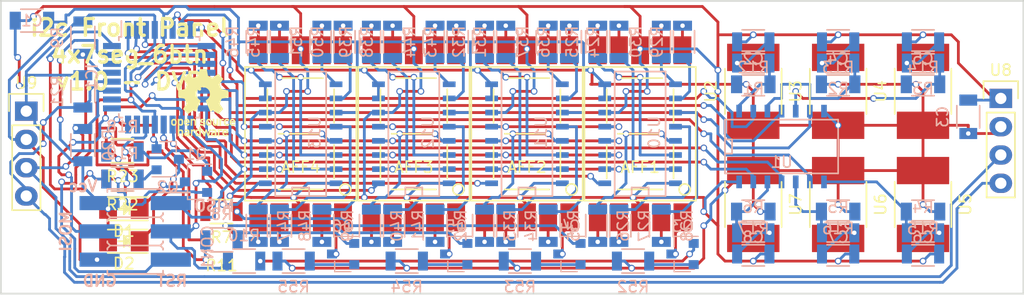
<source format=kicad_pcb>
(kicad_pcb (version 4) (host pcbnew 4.0.5+dfsg1-4)
  (layers (0 F.Cu signal) (31 B.Cu signal) (34 B.Paste user) (35 F.Paste user) (36 B.SilkS user) (37 F.SilkS user) (38 B.Mask user) (39 F.Mask user) (44 Edge.Cuts user))
  (net 0 "")
  (net 1 VCC)
  (net 2 "Net-(AFF1-Pad9)")
  (net 3 "Net-(AFF1-Pad10)")
  (net 4 "Net-(AFF1-Pad7)")
  (net 5 "Net-(AFF1-Pad6)")
  (net 6 "Net-(AFF1-Pad2)")
  (net 7 "Net-(AFF1-Pad1)")
  (net 8 "Net-(AFF1-Pad4)")
  (net 9 "Net-(AFF1-Pad5)")
  (net 10 "Net-(AFF2-Pad9)")
  (net 11 "Net-(AFF2-Pad10)")
  (net 12 "Net-(AFF2-Pad7)")
  (net 13 "Net-(AFF2-Pad6)")
  (net 14 "Net-(AFF2-Pad2)")
  (net 15 "Net-(AFF2-Pad1)")
  (net 16 "Net-(AFF2-Pad4)")
  (net 17 "Net-(AFF2-Pad5)")
  (net 18 "Net-(AFF3-Pad9)")
  (net 19 "Net-(AFF3-Pad10)")
  (net 20 "Net-(AFF3-Pad7)")
  (net 21 "Net-(AFF3-Pad6)")
  (net 22 "Net-(AFF3-Pad2)")
  (net 23 "Net-(AFF3-Pad1)")
  (net 24 "Net-(AFF3-Pad4)")
  (net 25 "Net-(AFF3-Pad5)")
  (net 26 "Net-(AFF4-Pad9)")
  (net 27 "Net-(AFF4-Pad10)")
  (net 28 "Net-(AFF4-Pad7)")
  (net 29 "Net-(AFF4-Pad6)")
  (net 30 "Net-(AFF4-Pad2)")
  (net 31 "Net-(AFF4-Pad1)")
  (net 32 "Net-(AFF4-Pad4)")
  (net 33 "Net-(AFF4-Pad5)")
  (net 34 GND)
  (net 35 /B1)
  (net 36 /B2)
  (net 37 /B3)
  (net 38 /B4)
  (net 39 /B5)
  (net 40 /B6)
  (net 41 /C)
  (net 42 /SCK)
  (net 43 /RST)
  (net 44 /B)
  (net 45 "Net-(D1-Pad1)")
  (net 46 "Net-(D2-Pad1)")
  (net 47 /SW6)
  (net 48 /SW5)
  (net 49 /SW4)
  (net 50 /SW3)
  (net 51 /SW2)
  (net 52 /SW1)
  (net 53 /LD0)
  (net 54 /LD1)
  (net 55 /LD2)
  (net 56 /LD3)
  (net 57 /A)
  (net 58 /D)
  (net 59 "Net-(IC1-Pad19)")
  (net 60 "Net-(IC1-Pad20)")
  (net 61 "Net-(IC1-Pad22)")
  (net 62 "Net-(IC1-Pad23)")
  (net 63 "Net-(IC1-Pad24)")
  (net 64 "Net-(IC1-Pad25)")
  (net 65 "Net-(IC1-Pad26)")
  (net 66 /SDA)
  (net 67 /SCL)
  (net 68 "Net-(IC1-Pad30)")
  (net 69 /LED1)
  (net 70 /LED2)
  (net 71 "Net-(Q1-Pad1)")
  (net 72 "Net-(Q1-Pad2)")
  (net 73 "Net-(Q2-Pad1)")
  (net 74 "Net-(Q2-Pad2)")
  (net 75 /DP0)
  (net 76 "Net-(Q3-Pad2)")
  (net 77 /DP1)
  (net 78 "Net-(Q4-Pad2)")
  (net 79 /DP2)
  (net 80 "Net-(Q5-Pad2)")
  (net 81 /DP3)
  (net 82 "Net-(Q6-Pad2)")
  (net 83 /S1)
  (net 84 /S2)
  (net 85 /S3)
  (net 86 /S4)
  (net 87 /S5)
  (net 88 /S6)
  (net 89 "Net-(R24-Pad2)")
  (net 90 "Net-(R25-Pad2)")
  (net 91 "Net-(R26-Pad2)")
  (net 92 "Net-(R27-Pad2)")
  (net 93 "Net-(R28-Pad2)")
  (net 94 "Net-(R29-Pad2)")
  (net 95 "Net-(R30-Pad2)")
  (net 96 "Net-(R31-Pad2)")
  (net 97 "Net-(R32-Pad2)")
  (net 98 "Net-(R33-Pad2)")
  (net 99 "Net-(R34-Pad2)")
  (net 100 "Net-(R35-Pad2)")
  (net 101 "Net-(R36-Pad2)")
  (net 102 "Net-(R37-Pad2)")
  (net 103 "Net-(R38-Pad2)")
  (net 104 "Net-(R39-Pad2)")
  (net 105 "Net-(R40-Pad2)")
  (net 106 "Net-(R41-Pad2)")
  (net 107 "Net-(R42-Pad2)")
  (net 108 "Net-(R43-Pad2)")
  (net 109 "Net-(R44-Pad2)")
  (net 110 "Net-(R45-Pad2)")
  (net 111 "Net-(R46-Pad2)")
  (net 112 "Net-(R47-Pad2)")
  (net 113 "Net-(R48-Pad2)")
  (net 114 "Net-(R49-Pad2)")
  (net 115 "Net-(R50-Pad2)")
  (net 116 "Net-(R51-Pad2)")
  (module Housings_QFP:TQFP-32_7x7mm_Pitch0.8mm (layer B.Cu) (at 46.99 27.94 270)
    (fp_text reference IC1 (at 0 6.05 270) (layer B.SilkS) (effects (justify mirror)))
    (fp_text value ATTINY88-A)
    (pad 1 smd rect (at -4.25 2.8 270) (size 1.6 0.55) (layers B.Cu B.Paste B.Mask) (net 47 /SW6))
    (pad 2 smd rect (at -4.25 2 270) (size 1.6 0.55) (layers B.Cu B.Paste B.Mask) (net 48 /SW5))
    (pad 3 smd rect (at -4.25 1.2 270) (size 1.6 0.55) (layers B.Cu B.Paste B.Mask) (net 49 /SW4))
    (pad 4 smd rect (at -4.25 0.4 270) (size 1.6 0.55) (layers B.Cu B.Paste B.Mask) (net 1 VCC))
    (pad 5 smd rect (at -4.25 -0.4 270) (size 1.6 0.55) (layers B.Cu B.Paste B.Mask) (net 34 GND))
    (pad 6 smd rect (at -4.25 -1.2 270) (size 1.6 0.55) (layers B.Cu B.Paste B.Mask) (net 50 /SW3))
    (pad 7 smd rect (at -4.25 -2 270) (size 1.6 0.55) (layers B.Cu B.Paste B.Mask) (net 51 /SW2))
    (pad 8 smd rect (at -4.25 -2.8 270) (size 1.6 0.55) (layers B.Cu B.Paste B.Mask) (net 52 /SW1))
    (pad 9 smd rect (at -2.8 -4.25 180) (size 1.6 0.55) (layers B.Cu B.Paste B.Mask) (net 53 /LD0))
    (pad 10 smd rect (at -2 -4.25 180) (size 1.6 0.55) (layers B.Cu B.Paste B.Mask) (net 54 /LD1))
    (pad 11 smd rect (at -1.2 -4.25 180) (size 1.6 0.55) (layers B.Cu B.Paste B.Mask) (net 55 /LD2))
    (pad 12 smd rect (at -0.4 -4.25 180) (size 1.6 0.55) (layers B.Cu B.Paste B.Mask) (net 56 /LD3))
    (pad 13 smd rect (at 0.4 -4.25 180) (size 1.6 0.55) (layers B.Cu B.Paste B.Mask) (net 57 /A))
    (pad 14 smd rect (at 1.2 -4.25 180) (size 1.6 0.55) (layers B.Cu B.Paste B.Mask) (net 58 /D))
    (pad 15 smd rect (at 2 -4.25 180) (size 1.6 0.55) (layers B.Cu B.Paste B.Mask) (net 44 /B))
    (pad 16 smd rect (at 2.8 -4.25 180) (size 1.6 0.55) (layers B.Cu B.Paste B.Mask) (net 41 /C))
    (pad 17 smd rect (at 4.25 -2.8 270) (size 1.6 0.55) (layers B.Cu B.Paste B.Mask) (net 42 /SCK))
    (pad 18 smd rect (at 4.25 -2 270) (size 1.6 0.55) (layers B.Cu B.Paste B.Mask) (net 1 VCC))
    (pad 19 smd rect (at 4.25 -1.2 270) (size 1.6 0.55) (layers B.Cu B.Paste B.Mask) (net 59 "Net-(IC1-Pad19)"))
    (pad 20 smd rect (at 4.25 -0.4 270) (size 1.6 0.55) (layers B.Cu B.Paste B.Mask) (net 60 "Net-(IC1-Pad20)"))
    (pad 21 smd rect (at 4.25 0.4 270) (size 1.6 0.55) (layers B.Cu B.Paste B.Mask) (net 34 GND))
    (pad 22 smd rect (at 4.25 1.2 270) (size 1.6 0.55) (layers B.Cu B.Paste B.Mask) (net 61 "Net-(IC1-Pad22)"))
    (pad 23 smd rect (at 4.25 2 270) (size 1.6 0.55) (layers B.Cu B.Paste B.Mask) (net 62 "Net-(IC1-Pad23)"))
    (pad 24 smd rect (at 4.25 2.8 270) (size 1.6 0.55) (layers B.Cu B.Paste B.Mask) (net 63 "Net-(IC1-Pad24)"))
    (pad 25 smd rect (at 2.8 4.25 180) (size 1.6 0.55) (layers B.Cu B.Paste B.Mask) (net 64 "Net-(IC1-Pad25)"))
    (pad 26 smd rect (at 2 4.25 180) (size 1.6 0.55) (layers B.Cu B.Paste B.Mask) (net 65 "Net-(IC1-Pad26)"))
    (pad 27 smd rect (at 1.2 4.25 180) (size 1.6 0.55) (layers B.Cu B.Paste B.Mask) (net 66 /SDA))
    (pad 28 smd rect (at 0.4 4.25 180) (size 1.6 0.55) (layers B.Cu B.Paste B.Mask) (net 67 /SCL))
    (pad 29 smd rect (at -0.4 4.25 180) (size 1.6 0.55) (layers B.Cu B.Paste B.Mask) (net 43 /RST))
    (pad 30 smd rect (at -1.2 4.25 180) (size 1.6 0.55) (layers B.Cu B.Paste B.Mask) (net 68 "Net-(IC1-Pad30)"))
    (pad 31 smd rect (at -2 4.25 180) (size 1.6 0.55) (layers B.Cu B.Paste B.Mask) (net 69 /LED1))
    (pad 32 smd rect (at -2.8 4.25 180) (size 1.6 0.55) (layers B.Cu B.Paste B.Mask) (net 70 /LED2))
  )
  (module Resistors_SMD:R_1206 (layer B.Cu) (at 100.33 43.815 180)
    (fp_text reference R17 (at 0 2.3 180) (layer B.SilkS) (effects (justify mirror)))
    (fp_text value 10k)
    (pad 1 smd rect (at -1.45 0 180) (size 0.9 1.7) (layers B.Cu B.Paste B.Mask) (net 1 VCC))
    (pad 2 smd rect (at 1.45 0 180) (size 0.9 1.7) (layers B.Cu B.Paste B.Mask) (net 88 /S6))
  )
  (module i2c_frontpanel:7seg_LTS_4817CKR_P (layer F.Cu) (at 90.17 33.02)
    (fp_text reference AFF1 (at 0 3) (layer F.SilkS))
    (fp_text value 7SEGMENTS)
    (pad 8 smd rect (at 0 -7.5) (size 1.6 2.5) (layers F.Cu F.Paste F.Mask) (net 1 VCC))
    (pad 9 smd rect (at -1.9 -7.5) (size 1.6 2.5) (layers F.Cu F.Paste F.Mask) (net 2 "Net-(AFF1-Pad9)"))
    (pad 10 smd rect (at -3.8 -7.5) (size 1.6 2.5) (layers F.Cu F.Paste F.Mask) (net 3 "Net-(AFF1-Pad10)"))
    (pad 7 smd rect (at 1.9 -7.5) (size 1.6 2.5) (layers F.Cu F.Paste F.Mask) (net 4 "Net-(AFF1-Pad7)"))
    (pad 6 smd rect (at 3.8 -7.5) (size 1.6 2.5) (layers F.Cu F.Paste F.Mask) (net 5 "Net-(AFF1-Pad6)"))
    (pad 3 smd rect (at 0 7.5) (size 1.6 2.5) (layers F.Cu F.Paste F.Mask) (net 1 VCC))
    (pad 2 smd rect (at -1.9 7.5) (size 1.6 2.5) (layers F.Cu F.Paste F.Mask) (net 6 "Net-(AFF1-Pad2)"))
    (pad 1 smd rect (at -3.8 7.5) (size 1.6 2.5) (layers F.Cu F.Paste F.Mask) (net 7 "Net-(AFF1-Pad1)"))
    (pad 4 smd rect (at 1.9 7.5) (size 1.6 2.5) (layers F.Cu F.Paste F.Mask) (net 8 "Net-(AFF1-Pad4)"))
    (pad 5 smd rect (at 3.8 7.5) (size 1.6 2.5) (layers F.Cu F.Paste F.Mask) (net 9 "Net-(AFF1-Pad5)"))
  )
  (module i2c_frontpanel:7seg_LTS_4817CKR_P (layer F.Cu) (at 80.01 33.02)
    (fp_text reference AFF2 (at 0 3) (layer F.SilkS))
    (fp_text value 7SEGMENTS)
    (pad 8 smd rect (at 0 -7.5) (size 1.6 2.5) (layers F.Cu F.Paste F.Mask) (net 1 VCC))
    (pad 9 smd rect (at -1.9 -7.5) (size 1.6 2.5) (layers F.Cu F.Paste F.Mask) (net 10 "Net-(AFF2-Pad9)"))
    (pad 10 smd rect (at -3.8 -7.5) (size 1.6 2.5) (layers F.Cu F.Paste F.Mask) (net 11 "Net-(AFF2-Pad10)"))
    (pad 7 smd rect (at 1.9 -7.5) (size 1.6 2.5) (layers F.Cu F.Paste F.Mask) (net 12 "Net-(AFF2-Pad7)"))
    (pad 6 smd rect (at 3.8 -7.5) (size 1.6 2.5) (layers F.Cu F.Paste F.Mask) (net 13 "Net-(AFF2-Pad6)"))
    (pad 3 smd rect (at 0 7.5) (size 1.6 2.5) (layers F.Cu F.Paste F.Mask) (net 1 VCC))
    (pad 2 smd rect (at -1.9 7.5) (size 1.6 2.5) (layers F.Cu F.Paste F.Mask) (net 14 "Net-(AFF2-Pad2)"))
    (pad 1 smd rect (at -3.8 7.5) (size 1.6 2.5) (layers F.Cu F.Paste F.Mask) (net 15 "Net-(AFF2-Pad1)"))
    (pad 4 smd rect (at 1.9 7.5) (size 1.6 2.5) (layers F.Cu F.Paste F.Mask) (net 16 "Net-(AFF2-Pad4)"))
    (pad 5 smd rect (at 3.8 7.5) (size 1.6 2.5) (layers F.Cu F.Paste F.Mask) (net 17 "Net-(AFF2-Pad5)"))
  )
  (module i2c_frontpanel:7seg_LTS_4817CKR_P (layer F.Cu) (at 69.85 33.02)
    (fp_text reference AFF3 (at 0 3) (layer F.SilkS))
    (fp_text value 7SEGMENTS)
    (pad 8 smd rect (at 0 -7.5) (size 1.6 2.5) (layers F.Cu F.Paste F.Mask) (net 1 VCC))
    (pad 9 smd rect (at -1.9 -7.5) (size 1.6 2.5) (layers F.Cu F.Paste F.Mask) (net 18 "Net-(AFF3-Pad9)"))
    (pad 10 smd rect (at -3.8 -7.5) (size 1.6 2.5) (layers F.Cu F.Paste F.Mask) (net 19 "Net-(AFF3-Pad10)"))
    (pad 7 smd rect (at 1.9 -7.5) (size 1.6 2.5) (layers F.Cu F.Paste F.Mask) (net 20 "Net-(AFF3-Pad7)"))
    (pad 6 smd rect (at 3.8 -7.5) (size 1.6 2.5) (layers F.Cu F.Paste F.Mask) (net 21 "Net-(AFF3-Pad6)"))
    (pad 3 smd rect (at 0 7.5) (size 1.6 2.5) (layers F.Cu F.Paste F.Mask) (net 1 VCC))
    (pad 2 smd rect (at -1.9 7.5) (size 1.6 2.5) (layers F.Cu F.Paste F.Mask) (net 22 "Net-(AFF3-Pad2)"))
    (pad 1 smd rect (at -3.8 7.5) (size 1.6 2.5) (layers F.Cu F.Paste F.Mask) (net 23 "Net-(AFF3-Pad1)"))
    (pad 4 smd rect (at 1.9 7.5) (size 1.6 2.5) (layers F.Cu F.Paste F.Mask) (net 24 "Net-(AFF3-Pad4)"))
    (pad 5 smd rect (at 3.8 7.5) (size 1.6 2.5) (layers F.Cu F.Paste F.Mask) (net 25 "Net-(AFF3-Pad5)"))
  )
  (module i2c_frontpanel:7seg_LTS_4817CKR_P (layer F.Cu) (at 59.69 33.02)
    (fp_text reference AFF4 (at 0 3) (layer F.SilkS))
    (fp_text value 7SEGMENTS)
    (pad 8 smd rect (at 0 -7.5) (size 1.6 2.5) (layers F.Cu F.Paste F.Mask) (net 1 VCC))
    (pad 9 smd rect (at -1.9 -7.5) (size 1.6 2.5) (layers F.Cu F.Paste F.Mask) (net 26 "Net-(AFF4-Pad9)"))
    (pad 10 smd rect (at -3.8 -7.5) (size 1.6 2.5) (layers F.Cu F.Paste F.Mask) (net 27 "Net-(AFF4-Pad10)"))
    (pad 7 smd rect (at 1.9 -7.5) (size 1.6 2.5) (layers F.Cu F.Paste F.Mask) (net 28 "Net-(AFF4-Pad7)"))
    (pad 6 smd rect (at 3.8 -7.5) (size 1.6 2.5) (layers F.Cu F.Paste F.Mask) (net 29 "Net-(AFF4-Pad6)"))
    (pad 3 smd rect (at 0 7.5) (size 1.6 2.5) (layers F.Cu F.Paste F.Mask) (net 1 VCC))
    (pad 2 smd rect (at -1.9 7.5) (size 1.6 2.5) (layers F.Cu F.Paste F.Mask) (net 30 "Net-(AFF4-Pad2)"))
    (pad 1 smd rect (at -3.8 7.5) (size 1.6 2.5) (layers F.Cu F.Paste F.Mask) (net 31 "Net-(AFF4-Pad1)"))
    (pad 4 smd rect (at 1.9 7.5) (size 1.6 2.5) (layers F.Cu F.Paste F.Mask) (net 32 "Net-(AFF4-Pad4)"))
    (pad 5 smd rect (at 3.8 7.5) (size 1.6 2.5) (layers F.Cu F.Paste F.Mask) (net 33 "Net-(AFF4-Pad5)"))
  )
  (module Capacitors_SMD:C_1206 (layer B.Cu) (at 35.56 22.86)
    (fp_text reference C1 (at 0 0) (layer B.SilkS) (effects (justify mirror)))
    (fp_text value 0.1uF)
    (pad 1 smd rect (at -1.5 0) (size 1 1.6) (layers B.Cu B.Paste B.Mask) (net 1 VCC))
    (pad 2 smd rect (at 1.5 0) (size 1 1.6) (layers B.Cu B.Paste B.Mask) (net 34 GND))
  )
  (module Capacitors_SMD:C_1206 (layer B.Cu) (at 100.33 28.575 180)
    (fp_text reference C2 (at 0 2.3 180) (layer B.SilkS) (effects (justify mirror)))
    (fp_text value 0.1uF)
    (pad 1 smd rect (at -1.5 0 180) (size 1 1.6) (layers B.Cu B.Paste B.Mask) (net 35 /B1))
    (pad 2 smd rect (at 1.5 0 180) (size 1 1.6) (layers B.Cu B.Paste B.Mask) (net 34 GND))
  )
  (module Capacitors_SMD:C_1206 (layer B.Cu) (at 119.634 31.496 270)
    (fp_text reference C3 (at 0 2.3 270) (layer B.SilkS) (effects (justify mirror)))
    (fp_text value 0.1uF)
    (pad 1 smd rect (at -1.5 0 270) (size 1 1.6) (layers B.Cu B.Paste B.Mask) (net 1 VCC))
    (pad 2 smd rect (at 1.5 0 270) (size 1 1.6) (layers B.Cu B.Paste B.Mask) (net 34 GND))
  )
  (module Capacitors_SMD:C_1206 (layer B.Cu) (at 107.95 28.575 180)
    (fp_text reference C4 (at 0 2.3 180) (layer B.SilkS) (effects (justify mirror)))
    (fp_text value 0.1uF)
    (pad 1 smd rect (at -1.5 0 180) (size 1 1.6) (layers B.Cu B.Paste B.Mask) (net 36 /B2))
    (pad 2 smd rect (at 1.5 0 180) (size 1 1.6) (layers B.Cu B.Paste B.Mask) (net 34 GND))
  )
  (module Capacitors_SMD:C_1206 (layer B.Cu) (at 115.57 28.575 180)
    (fp_text reference C5 (at 0 2.3 180) (layer B.SilkS) (effects (justify mirror)))
    (fp_text value 0.1uF)
    (pad 1 smd rect (at -1.5 0 180) (size 1 1.6) (layers B.Cu B.Paste B.Mask) (net 37 /B3))
    (pad 2 smd rect (at 1.5 0 180) (size 1 1.6) (layers B.Cu B.Paste B.Mask) (net 34 GND))
  )
  (module Capacitors_SMD:C_1206 (layer B.Cu) (at 115.57 40.005)
    (fp_text reference C6 (at 0 2.3) (layer B.SilkS) (effects (justify mirror)))
    (fp_text value 0.1uF)
    (pad 1 smd rect (at -1.5 0) (size 1 1.6) (layers B.Cu B.Paste B.Mask) (net 38 /B4))
    (pad 2 smd rect (at 1.5 0) (size 1 1.6) (layers B.Cu B.Paste B.Mask) (net 34 GND))
  )
  (module Capacitors_SMD:C_1206 (layer B.Cu) (at 107.95 40.005)
    (fp_text reference C7 (at 0 2.3) (layer B.SilkS) (effects (justify mirror)))
    (fp_text value 0.1uF)
    (pad 1 smd rect (at -1.5 0) (size 1 1.6) (layers B.Cu B.Paste B.Mask) (net 39 /B5))
    (pad 2 smd rect (at 1.5 0) (size 1 1.6) (layers B.Cu B.Paste B.Mask) (net 34 GND))
  )
  (module Capacitors_SMD:C_1206 (layer B.Cu) (at 100.33 40.005)
    (fp_text reference C8 (at 0 2.3) (layer B.SilkS) (effects (justify mirror)))
    (fp_text value 0.1uF)
    (pad 1 smd rect (at -1.5 0) (size 1 1.6) (layers B.Cu B.Paste B.Mask) (net 40 /B6))
    (pad 2 smd rect (at 1.5 0) (size 1 1.6) (layers B.Cu B.Paste B.Mask) (net 34 GND))
  )
  (module Pin_Headers:Pin_Header_Straight_SMT_02x03 (layer B.Cu) (at 44.831 41.783 270)
    (fp_text reference CON1 (at 1.47 -6.5 270) (layer B.SilkS) (effects (justify mirror)))
    (fp_text value AVR-ISP)
    (pad 1 smd rect (at -2.54 -3.2 270) (size 1.27 3.6) (layers B.Cu B.Paste B.Mask) (net 41 /C))
    (pad 3 smd rect (at 0 -3.2 270) (size 1.27 3.6) (layers B.Cu B.Paste B.Mask) (net 42 /SCK))
    (pad 5 smd rect (at 2.54 -3.2 270) (size 1.27 3.6) (layers B.Cu B.Paste B.Mask) (net 43 /RST))
    (pad 6 smd rect (at 2.54 3.2 270) (size 1.27 3.6) (layers B.Cu B.Paste B.Mask) (net 34 GND))
    (pad 4 smd rect (at 0 3.2 270) (size 1.27 3.6) (layers B.Cu B.Paste B.Mask) (net 44 /B))
    (pad 2 smd rect (at -2.54 3.2 270) (size 1.27 3.6) (layers B.Cu B.Paste B.Mask) (net 1 VCC))
  )
  (module LEDs:LED_1206 (layer F.Cu) (at 43.815 39.751 180)
    (fp_text reference D1 (at 0 -2 180) (layer F.SilkS))
    (fp_text value LED)
    (pad 2 smd rect (at 1.41986 0) (size 1.59766 1.80086) (layers F.Cu F.Paste F.Mask) (net 1 VCC))
    (pad 1 smd rect (at -1.41986 0) (size 1.59766 1.80086) (layers F.Cu F.Paste F.Mask) (net 45 "Net-(D1-Pad1)"))
  )
  (module LEDs:LED_1206 (layer F.Cu) (at 43.815 42.672 180)
    (fp_text reference D2 (at 0 -2 180) (layer F.SilkS))
    (fp_text value LED)
    (pad 2 smd rect (at 1.41986 0) (size 1.59766 1.80086) (layers F.Cu F.Paste F.Mask) (net 1 VCC))
    (pad 1 smd rect (at -1.41986 0) (size 1.59766 1.80086) (layers F.Cu F.Paste F.Mask) (net 46 "Net-(D2-Pad1)"))
  )
  (module TO_SOT_Packages_SMD:SOT-23 (layer B.Cu) (at 50.292 37.338 180)
    (fp_text reference Q1 (at 0 2.5 180) (layer B.SilkS) (effects (justify mirror)))
    (fp_text value 2N7002)
    (pad 1 smd rect (at -1 0.95 180) (size 0.9 0.8) (layers B.Cu B.Paste B.Mask) (net 71 "Net-(Q1-Pad1)"))
    (pad 2 smd rect (at -1 -0.95 180) (size 0.9 0.8) (layers B.Cu B.Paste B.Mask) (net 72 "Net-(Q1-Pad2)"))
    (pad 3 smd rect (at 1 0 180) (size 0.9 0.8) (layers B.Cu B.Paste B.Mask) (net 45 "Net-(D1-Pad1)"))
  )
  (module TO_SOT_Packages_SMD:SOT-23 (layer B.Cu) (at 47.752 35.306)
    (fp_text reference Q2 (at 0 2.5) (layer B.SilkS) (effects (justify mirror)))
    (fp_text value 2N7002)
    (pad 1 smd rect (at -1 0.95) (size 0.9 0.8) (layers B.Cu B.Paste B.Mask) (net 73 "Net-(Q2-Pad1)"))
    (pad 2 smd rect (at -1 -0.95) (size 0.9 0.8) (layers B.Cu B.Paste B.Mask) (net 74 "Net-(Q2-Pad2)"))
    (pad 3 smd rect (at 1 0) (size 0.9 0.8) (layers B.Cu B.Paste B.Mask) (net 46 "Net-(D2-Pad1)"))
  )
  (module TO_SOT_Packages_SMD:SOT-23 (layer B.Cu) (at 93.98 43.815 180)
    (fp_text reference Q3 (at 0 2.5 180) (layer B.SilkS) (effects (justify mirror)))
    (fp_text value 2N7002)
    (pad 1 smd rect (at -1 0.95 180) (size 0.9 0.8) (layers B.Cu B.Paste B.Mask) (net 75 /DP0))
    (pad 2 smd rect (at -1 -0.95 180) (size 0.9 0.8) (layers B.Cu B.Paste B.Mask) (net 76 "Net-(Q3-Pad2)"))
    (pad 3 smd rect (at 1 0 180) (size 0.9 0.8) (layers B.Cu B.Paste B.Mask) (net 9 "Net-(AFF1-Pad5)"))
  )
  (module TO_SOT_Packages_SMD:SOT-23 (layer B.Cu) (at 83.82 43.815 180)
    (fp_text reference Q4 (at 0 2.5 180) (layer B.SilkS) (effects (justify mirror)))
    (fp_text value 2N7002)
    (pad 1 smd rect (at -1 0.95 180) (size 0.9 0.8) (layers B.Cu B.Paste B.Mask) (net 77 /DP1))
    (pad 2 smd rect (at -1 -0.95 180) (size 0.9 0.8) (layers B.Cu B.Paste B.Mask) (net 78 "Net-(Q4-Pad2)"))
    (pad 3 smd rect (at 1 0 180) (size 0.9 0.8) (layers B.Cu B.Paste B.Mask) (net 17 "Net-(AFF2-Pad5)"))
  )
  (module TO_SOT_Packages_SMD:SOT-23 (layer B.Cu) (at 73.66 43.815 180)
    (fp_text reference Q5 (at 0 2.5 180) (layer B.SilkS) (effects (justify mirror)))
    (fp_text value 2N7002)
    (pad 1 smd rect (at -1 0.95 180) (size 0.9 0.8) (layers B.Cu B.Paste B.Mask) (net 79 /DP2))
    (pad 2 smd rect (at -1 -0.95 180) (size 0.9 0.8) (layers B.Cu B.Paste B.Mask) (net 80 "Net-(Q5-Pad2)"))
    (pad 3 smd rect (at 1 0 180) (size 0.9 0.8) (layers B.Cu B.Paste B.Mask) (net 25 "Net-(AFF3-Pad5)"))
  )
  (module TO_SOT_Packages_SMD:SOT-23 (layer B.Cu) (at 63.5 43.815 180)
    (fp_text reference Q6 (at 0 2.5 180) (layer B.SilkS) (effects (justify mirror)))
    (fp_text value 2N7002)
    (pad 1 smd rect (at -1 0.95 180) (size 0.9 0.8) (layers B.Cu B.Paste B.Mask) (net 81 /DP3))
    (pad 2 smd rect (at -1 -0.95 180) (size 0.9 0.8) (layers B.Cu B.Paste B.Mask) (net 82 "Net-(Q6-Pad2)"))
    (pad 3 smd rect (at 1 0 180) (size 0.9 0.8) (layers B.Cu B.Paste B.Mask) (net 33 "Net-(AFF4-Pad5)"))
  )
  (module Resistors_SMD:R_1206 (layer B.Cu) (at 100.33 26.67)
    (fp_text reference R1 (at 0 2.3) (layer B.SilkS) (effects (justify mirror)))
    (fp_text value 10k)
    (pad 1 smd rect (at -1.45 0) (size 0.9 1.7) (layers B.Cu B.Paste B.Mask) (net 83 /S1))
    (pad 2 smd rect (at 1.45 0) (size 0.9 1.7) (layers B.Cu B.Paste B.Mask) (net 35 /B1))
  )
  (module Resistors_SMD:R_1206 (layer B.Cu) (at 107.95 26.67)
    (fp_text reference R2 (at 0 2.3) (layer B.SilkS) (effects (justify mirror)))
    (fp_text value 10k)
    (pad 1 smd rect (at -1.45 0) (size 0.9 1.7) (layers B.Cu B.Paste B.Mask) (net 84 /S2))
    (pad 2 smd rect (at 1.45 0) (size 0.9 1.7) (layers B.Cu B.Paste B.Mask) (net 36 /B2))
  )
  (module Resistors_SMD:R_1206 (layer B.Cu) (at 115.57 26.67)
    (fp_text reference R3 (at 0 2.3) (layer B.SilkS) (effects (justify mirror)))
    (fp_text value 10k)
    (pad 1 smd rect (at -1.45 0) (size 0.9 1.7) (layers B.Cu B.Paste B.Mask) (net 85 /S3))
    (pad 2 smd rect (at 1.45 0) (size 0.9 1.7) (layers B.Cu B.Paste B.Mask) (net 37 /B3))
  )
  (module Resistors_SMD:R_1206 (layer B.Cu) (at 115.57 41.91 180)
    (fp_text reference R4 (at 0 2.3 180) (layer B.SilkS) (effects (justify mirror)))
    (fp_text value 10k)
    (pad 1 smd rect (at -1.45 0 180) (size 0.9 1.7) (layers B.Cu B.Paste B.Mask) (net 86 /S4))
    (pad 2 smd rect (at 1.45 0 180) (size 0.9 1.7) (layers B.Cu B.Paste B.Mask) (net 38 /B4))
  )
  (module Resistors_SMD:R_1206 (layer B.Cu) (at 107.95 41.91 180)
    (fp_text reference R5 (at 0 2.3 180) (layer B.SilkS) (effects (justify mirror)))
    (fp_text value 10k)
    (pad 1 smd rect (at -1.45 0 180) (size 0.9 1.7) (layers B.Cu B.Paste B.Mask) (net 87 /S5))
    (pad 2 smd rect (at 1.45 0 180) (size 0.9 1.7) (layers B.Cu B.Paste B.Mask) (net 39 /B5))
  )
  (module Resistors_SMD:R_1206 (layer B.Cu) (at 100.33 41.91 180)
    (fp_text reference R6 (at 0 2.3 180) (layer B.SilkS) (effects (justify mirror)))
    (fp_text value 10k)
    (pad 1 smd rect (at -1.45 0 180) (size 0.9 1.7) (layers B.Cu B.Paste B.Mask) (net 88 /S6))
    (pad 2 smd rect (at 1.45 0 180) (size 0.9 1.7) (layers B.Cu B.Paste B.Mask) (net 40 /B6))
  )
  (module Resistors_SMD:R_1206 (layer F.Cu) (at 52.578 40.005 180)
    (fp_text reference R7 (at 0 -2.3 180) (layer F.SilkS))
    (fp_text value 100)
    (pad 1 smd rect (at -1.45 0 180) (size 0.9 1.7) (layers F.Cu F.Paste F.Mask) (net 77 /DP1))
    (pad 2 smd rect (at 1.45 0 180) (size 0.9 1.7) (layers F.Cu F.Paste F.Mask) (net 59 "Net-(IC1-Pad19)"))
  )
  (module Resistors_SMD:R_1206 (layer B.Cu) (at 52.578 42.545 180)
    (fp_text reference R8 (at 0 2.3 180) (layer B.SilkS) (effects (justify mirror)))
    (fp_text value 100)
    (pad 1 smd rect (at -1.45 0 180) (size 0.9 1.7) (layers B.Cu B.Paste B.Mask) (net 81 /DP3))
    (pad 2 smd rect (at 1.45 0 180) (size 0.9 1.7) (layers B.Cu B.Paste B.Mask) (net 61 "Net-(IC1-Pad22)"))
  )
  (module Resistors_SMD:R_1206 (layer B.Cu) (at 40.132 24.384 270)
    (fp_text reference R9 (at 0 2.3 270) (layer B.SilkS) (effects (justify mirror)))
    (fp_text value 10k)
    (pad 1 smd rect (at -1.45 0 270) (size 0.9 1.7) (layers B.Cu B.Paste B.Mask) (net 1 VCC))
    (pad 2 smd rect (at 1.45 0 270) (size 0.9 1.7) (layers B.Cu B.Paste B.Mask) (net 43 /RST))
  )
  (module Resistors_SMD:R_1206 (layer B.Cu) (at 54.61 44.45 180)
    (fp_text reference R10 (at 0 2.3 180) (layer B.SilkS) (effects (justify mirror)))
    (fp_text value 100)
    (pad 1 smd rect (at -1.45 0 180) (size 0.9 1.7) (layers B.Cu B.Paste B.Mask) (net 75 /DP0))
    (pad 2 smd rect (at 1.45 0 180) (size 0.9 1.7) (layers B.Cu B.Paste B.Mask) (net 42 /SCK))
  )
  (module Resistors_SMD:R_1206 (layer F.Cu) (at 52.578 42.545 180)
    (fp_text reference R11 (at 0 -2.3 180) (layer F.SilkS))
    (fp_text value 100)
    (pad 1 smd rect (at -1.45 0 180) (size 0.9 1.7) (layers F.Cu F.Paste F.Mask) (net 79 /DP2))
    (pad 2 smd rect (at 1.45 0 180) (size 0.9 1.7) (layers F.Cu F.Paste F.Mask) (net 60 "Net-(IC1-Pad20)"))
  )
  (module Resistors_SMD:R_1206 (layer B.Cu) (at 100.33 24.765)
    (fp_text reference R12 (at 0 2.3) (layer B.SilkS) (effects (justify mirror)))
    (fp_text value 10k)
    (pad 1 smd rect (at -1.45 0) (size 0.9 1.7) (layers B.Cu B.Paste B.Mask) (net 1 VCC))
    (pad 2 smd rect (at 1.45 0) (size 0.9 1.7) (layers B.Cu B.Paste B.Mask) (net 83 /S1))
  )
  (module Resistors_SMD:R_1206 (layer B.Cu) (at 107.95 24.765)
    (fp_text reference R13 (at 0 2.3) (layer B.SilkS) (effects (justify mirror)))
    (fp_text value 10k)
    (pad 1 smd rect (at -1.45 0) (size 0.9 1.7) (layers B.Cu B.Paste B.Mask) (net 1 VCC))
    (pad 2 smd rect (at 1.45 0) (size 0.9 1.7) (layers B.Cu B.Paste B.Mask) (net 84 /S2))
  )
  (module Resistors_SMD:R_1206 (layer B.Cu) (at 115.57 24.765)
    (fp_text reference R14 (at 0 2.3) (layer B.SilkS) (effects (justify mirror)))
    (fp_text value 10k)
    (pad 1 smd rect (at -1.45 0) (size 0.9 1.7) (layers B.Cu B.Paste B.Mask) (net 1 VCC))
    (pad 2 smd rect (at 1.45 0) (size 0.9 1.7) (layers B.Cu B.Paste B.Mask) (net 85 /S3))
  )
  (module Resistors_SMD:R_1206 (layer B.Cu) (at 115.57 43.815 180)
    (fp_text reference R15 (at 0 2.3 180) (layer B.SilkS) (effects (justify mirror)))
    (fp_text value 10k)
    (pad 1 smd rect (at -1.45 0 180) (size 0.9 1.7) (layers B.Cu B.Paste B.Mask) (net 1 VCC))
    (pad 2 smd rect (at 1.45 0 180) (size 0.9 1.7) (layers B.Cu B.Paste B.Mask) (net 86 /S4))
  )
  (module Resistors_SMD:R_1206 (layer B.Cu) (at 107.95 43.815 180)
    (fp_text reference R16 (at 0 2.3 180) (layer B.SilkS) (effects (justify mirror)))
    (fp_text value 10k)
    (pad 1 smd rect (at -1.45 0 180) (size 0.9 1.7) (layers B.Cu B.Paste B.Mask) (net 1 VCC))
    (pad 2 smd rect (at 1.45 0 180) (size 0.9 1.7) (layers B.Cu B.Paste B.Mask) (net 87 /S5))
  )
  (module Resistors_SMD:R_1206 (layer B.Cu) (at 43.688 34.671 180)
    (fp_text reference R18 (at 0 2.3 180) (layer B.SilkS) (effects (justify mirror)))
    (fp_text value 100)
    (pad 1 smd rect (at -1.45 0 180) (size 0.9 1.7) (layers B.Cu B.Paste B.Mask) (net 71 "Net-(Q1-Pad1)"))
    (pad 2 smd rect (at 1.45 0 180) (size 0.9 1.7) (layers B.Cu B.Paste B.Mask) (net 69 /LED1))
  )
  (module Resistors_SMD:R_1206 (layer B.Cu) (at 43.688 37.084 180)
    (fp_text reference R19 (at 0 2.3 180) (layer B.SilkS) (effects (justify mirror)))
    (fp_text value 100)
    (pad 1 smd rect (at -1.45 0 180) (size 0.9 1.7) (layers B.Cu B.Paste B.Mask) (net 73 "Net-(Q2-Pad1)"))
    (pad 2 smd rect (at 1.45 0 180) (size 0.9 1.7) (layers B.Cu B.Paste B.Mask) (net 70 /LED2))
  )
  (module Resistors_SMD:R_1206 (layer B.Cu) (at 40.132 34.036 90)
    (fp_text reference R20 (at 0 2.3 90) (layer B.SilkS) (effects (justify mirror)))
    (fp_text value 4.7k)
    (pad 1 smd rect (at -1.45 0 90) (size 0.9 1.7) (layers B.Cu B.Paste B.Mask) (net 1 VCC))
    (pad 2 smd rect (at 1.45 0 90) (size 0.9 1.7) (layers B.Cu B.Paste B.Mask) (net 66 /SDA))
  )
  (module Resistors_SMD:R_1206 (layer B.Cu) (at 40.132 29.21 270)
    (fp_text reference R21 (at 0 2.3 270) (layer B.SilkS) (effects (justify mirror)))
    (fp_text value 4.7k)
    (pad 1 smd rect (at -1.45 0 270) (size 0.9 1.7) (layers B.Cu B.Paste B.Mask) (net 1 VCC))
    (pad 2 smd rect (at 1.45 0 270) (size 0.9 1.7) (layers B.Cu B.Paste B.Mask) (net 67 /SCL))
  )
  (module Resistors_SMD:R_1206 (layer F.Cu) (at 43.688 37.084 180)
    (fp_text reference R22 (at 0 -2.3 180) (layer F.SilkS))
    (fp_text value 470)
    (pad 1 smd rect (at -1.45 0 180) (size 0.9 1.7) (layers F.Cu F.Paste F.Mask) (net 34 GND))
    (pad 2 smd rect (at 1.45 0 180) (size 0.9 1.7) (layers F.Cu F.Paste F.Mask) (net 72 "Net-(Q1-Pad2)"))
  )
  (module Resistors_SMD:R_1206 (layer F.Cu) (at 43.688 34.544 180)
    (fp_text reference R23 (at 0 -2.3 180) (layer F.SilkS))
    (fp_text value 470)
    (pad 1 smd rect (at -1.45 0 180) (size 0.9 1.7) (layers F.Cu F.Paste F.Mask) (net 34 GND))
    (pad 2 smd rect (at 1.45 0 180) (size 0.9 1.7) (layers F.Cu F.Paste F.Mask) (net 74 "Net-(Q2-Pad2)"))
  )
  (module Resistors_SMD:R_1206 (layer B.Cu) (at 88.265 24.765 270)
    (fp_text reference R24 (at 0 2.3 270) (layer B.SilkS) (effects (justify mirror)))
    (fp_text value 470)
    (pad 1 smd rect (at -1.45 0 270) (size 0.9 1.7) (layers B.Cu B.Paste B.Mask) (net 2 "Net-(AFF1-Pad9)"))
    (pad 2 smd rect (at 1.45 0 270) (size 0.9 1.7) (layers B.Cu B.Paste B.Mask) (net 89 "Net-(R24-Pad2)"))
  )
  (module Resistors_SMD:R_1206 (layer B.Cu) (at 86.36 24.765 270)
    (fp_text reference R25 (at 0 2.3 270) (layer B.SilkS) (effects (justify mirror)))
    (fp_text value 470)
    (pad 1 smd rect (at -1.45 0 270) (size 0.9 1.7) (layers B.Cu B.Paste B.Mask) (net 3 "Net-(AFF1-Pad10)"))
    (pad 2 smd rect (at 1.45 0 270) (size 0.9 1.7) (layers B.Cu B.Paste B.Mask) (net 90 "Net-(R25-Pad2)"))
  )
  (module Resistors_SMD:R_1206 (layer B.Cu) (at 86.36 41.275 90)
    (fp_text reference R26 (at 0 2.3 90) (layer B.SilkS) (effects (justify mirror)))
    (fp_text value 470)
    (pad 1 smd rect (at -1.45 0 90) (size 0.9 1.7) (layers B.Cu B.Paste B.Mask) (net 7 "Net-(AFF1-Pad1)"))
    (pad 2 smd rect (at 1.45 0 90) (size 0.9 1.7) (layers B.Cu B.Paste B.Mask) (net 91 "Net-(R26-Pad2)"))
  )
  (module Resistors_SMD:R_1206 (layer B.Cu) (at 88.265 41.275 90)
    (fp_text reference R27 (at 0 2.3 90) (layer B.SilkS) (effects (justify mirror)))
    (fp_text value 470)
    (pad 1 smd rect (at -1.45 0 90) (size 0.9 1.7) (layers B.Cu B.Paste B.Mask) (net 6 "Net-(AFF1-Pad2)"))
    (pad 2 smd rect (at 1.45 0 90) (size 0.9 1.7) (layers B.Cu B.Paste B.Mask) (net 92 "Net-(R27-Pad2)"))
  )
  (module Resistors_SMD:R_1206 (layer B.Cu) (at 92.075 41.275 90)
    (fp_text reference R28 (at 0 2.3 90) (layer B.SilkS) (effects (justify mirror)))
    (fp_text value 470)
    (pad 1 smd rect (at -1.45 0 90) (size 0.9 1.7) (layers B.Cu B.Paste B.Mask) (net 8 "Net-(AFF1-Pad4)"))
    (pad 2 smd rect (at 1.45 0 90) (size 0.9 1.7) (layers B.Cu B.Paste B.Mask) (net 93 "Net-(R28-Pad2)"))
  )
  (module Resistors_SMD:R_1206 (layer B.Cu) (at 93.98 24.765 270)
    (fp_text reference R29 (at 0 2.3 270) (layer B.SilkS) (effects (justify mirror)))
    (fp_text value 470)
    (pad 1 smd rect (at -1.45 0 270) (size 0.9 1.7) (layers B.Cu B.Paste B.Mask) (net 5 "Net-(AFF1-Pad6)"))
    (pad 2 smd rect (at 1.45 0 270) (size 0.9 1.7) (layers B.Cu B.Paste B.Mask) (net 94 "Net-(R29-Pad2)"))
  )
  (module Resistors_SMD:R_1206 (layer B.Cu) (at 92.075 24.765 270)
    (fp_text reference R30 (at 0 2.3 270) (layer B.SilkS) (effects (justify mirror)))
    (fp_text value 470)
    (pad 1 smd rect (at -1.45 0 270) (size 0.9 1.7) (layers B.Cu B.Paste B.Mask) (net 4 "Net-(AFF1-Pad7)"))
    (pad 2 smd rect (at 1.45 0 270) (size 0.9 1.7) (layers B.Cu B.Paste B.Mask) (net 95 "Net-(R30-Pad2)"))
  )
  (module Resistors_SMD:R_1206 (layer B.Cu) (at 78.105 24.765 270)
    (fp_text reference R31 (at 0 2.3 270) (layer B.SilkS) (effects (justify mirror)))
    (fp_text value 470)
    (pad 1 smd rect (at -1.45 0 270) (size 0.9 1.7) (layers B.Cu B.Paste B.Mask) (net 10 "Net-(AFF2-Pad9)"))
    (pad 2 smd rect (at 1.45 0 270) (size 0.9 1.7) (layers B.Cu B.Paste B.Mask) (net 96 "Net-(R31-Pad2)"))
  )
  (module Resistors_SMD:R_1206 (layer B.Cu) (at 76.2 24.765 270)
    (fp_text reference R32 (at 0 2.3 270) (layer B.SilkS) (effects (justify mirror)))
    (fp_text value 470)
    (pad 1 smd rect (at -1.45 0 270) (size 0.9 1.7) (layers B.Cu B.Paste B.Mask) (net 11 "Net-(AFF2-Pad10)"))
    (pad 2 smd rect (at 1.45 0 270) (size 0.9 1.7) (layers B.Cu B.Paste B.Mask) (net 97 "Net-(R32-Pad2)"))
  )
  (module Resistors_SMD:R_1206 (layer B.Cu) (at 76.2 41.275 90)
    (fp_text reference R33 (at 0 2.3 90) (layer B.SilkS) (effects (justify mirror)))
    (fp_text value 470)
    (pad 1 smd rect (at -1.45 0 90) (size 0.9 1.7) (layers B.Cu B.Paste B.Mask) (net 15 "Net-(AFF2-Pad1)"))
    (pad 2 smd rect (at 1.45 0 90) (size 0.9 1.7) (layers B.Cu B.Paste B.Mask) (net 98 "Net-(R33-Pad2)"))
  )
  (module Resistors_SMD:R_1206 (layer B.Cu) (at 78.105 41.275 90)
    (fp_text reference R34 (at 0 2.3 90) (layer B.SilkS) (effects (justify mirror)))
    (fp_text value 470)
    (pad 1 smd rect (at -1.45 0 90) (size 0.9 1.7) (layers B.Cu B.Paste B.Mask) (net 14 "Net-(AFF2-Pad2)"))
    (pad 2 smd rect (at 1.45 0 90) (size 0.9 1.7) (layers B.Cu B.Paste B.Mask) (net 99 "Net-(R34-Pad2)"))
  )
  (module Resistors_SMD:R_1206 (layer B.Cu) (at 81.915 41.275 90)
    (fp_text reference R35 (at 0 2.3 90) (layer B.SilkS) (effects (justify mirror)))
    (fp_text value 470)
    (pad 1 smd rect (at -1.45 0 90) (size 0.9 1.7) (layers B.Cu B.Paste B.Mask) (net 16 "Net-(AFF2-Pad4)"))
    (pad 2 smd rect (at 1.45 0 90) (size 0.9 1.7) (layers B.Cu B.Paste B.Mask) (net 100 "Net-(R35-Pad2)"))
  )
  (module Resistors_SMD:R_1206 (layer B.Cu) (at 83.82 24.765 270)
    (fp_text reference R36 (at 0 2.3 270) (layer B.SilkS) (effects (justify mirror)))
    (fp_text value 470)
    (pad 1 smd rect (at -1.45 0 270) (size 0.9 1.7) (layers B.Cu B.Paste B.Mask) (net 13 "Net-(AFF2-Pad6)"))
    (pad 2 smd rect (at 1.45 0 270) (size 0.9 1.7) (layers B.Cu B.Paste B.Mask) (net 101 "Net-(R36-Pad2)"))
  )
  (module Resistors_SMD:R_1206 (layer B.Cu) (at 81.915 24.765 270)
    (fp_text reference R37 (at 0 2.3 270) (layer B.SilkS) (effects (justify mirror)))
    (fp_text value 470)
    (pad 1 smd rect (at -1.45 0 270) (size 0.9 1.7) (layers B.Cu B.Paste B.Mask) (net 12 "Net-(AFF2-Pad7)"))
    (pad 2 smd rect (at 1.45 0 270) (size 0.9 1.7) (layers B.Cu B.Paste B.Mask) (net 102 "Net-(R37-Pad2)"))
  )
  (module Resistors_SMD:R_1206 (layer B.Cu) (at 67.945 24.765 270)
    (fp_text reference R38 (at 0 2.3 270) (layer B.SilkS) (effects (justify mirror)))
    (fp_text value 470)
    (pad 1 smd rect (at -1.45 0 270) (size 0.9 1.7) (layers B.Cu B.Paste B.Mask) (net 18 "Net-(AFF3-Pad9)"))
    (pad 2 smd rect (at 1.45 0 270) (size 0.9 1.7) (layers B.Cu B.Paste B.Mask) (net 103 "Net-(R38-Pad2)"))
  )
  (module Resistors_SMD:R_1206 (layer B.Cu) (at 66.04 24.765 270)
    (fp_text reference R39 (at 0 2.3 270) (layer B.SilkS) (effects (justify mirror)))
    (fp_text value 470)
    (pad 1 smd rect (at -1.45 0 270) (size 0.9 1.7) (layers B.Cu B.Paste B.Mask) (net 19 "Net-(AFF3-Pad10)"))
    (pad 2 smd rect (at 1.45 0 270) (size 0.9 1.7) (layers B.Cu B.Paste B.Mask) (net 104 "Net-(R39-Pad2)"))
  )
  (module Resistors_SMD:R_1206 (layer B.Cu) (at 66.04 41.275 90)
    (fp_text reference R40 (at 0 2.3 90) (layer B.SilkS) (effects (justify mirror)))
    (fp_text value 470)
    (pad 1 smd rect (at -1.45 0 90) (size 0.9 1.7) (layers B.Cu B.Paste B.Mask) (net 23 "Net-(AFF3-Pad1)"))
    (pad 2 smd rect (at 1.45 0 90) (size 0.9 1.7) (layers B.Cu B.Paste B.Mask) (net 105 "Net-(R40-Pad2)"))
  )
  (module Resistors_SMD:R_1206 (layer B.Cu) (at 67.945 41.275 90)
    (fp_text reference R41 (at 0 2.3 90) (layer B.SilkS) (effects (justify mirror)))
    (fp_text value 470)
    (pad 1 smd rect (at -1.45 0 90) (size 0.9 1.7) (layers B.Cu B.Paste B.Mask) (net 22 "Net-(AFF3-Pad2)"))
    (pad 2 smd rect (at 1.45 0 90) (size 0.9 1.7) (layers B.Cu B.Paste B.Mask) (net 106 "Net-(R41-Pad2)"))
  )
  (module Resistors_SMD:R_1206 (layer B.Cu) (at 71.755 41.275 90)
    (fp_text reference R42 (at 0 2.3 90) (layer B.SilkS) (effects (justify mirror)))
    (fp_text value 470)
    (pad 1 smd rect (at -1.45 0 90) (size 0.9 1.7) (layers B.Cu B.Paste B.Mask) (net 24 "Net-(AFF3-Pad4)"))
    (pad 2 smd rect (at 1.45 0 90) (size 0.9 1.7) (layers B.Cu B.Paste B.Mask) (net 107 "Net-(R42-Pad2)"))
  )
  (module Resistors_SMD:R_1206 (layer B.Cu) (at 73.66 24.765 270)
    (fp_text reference R43 (at 0 2.3 270) (layer B.SilkS) (effects (justify mirror)))
    (fp_text value 470)
    (pad 1 smd rect (at -1.45 0 270) (size 0.9 1.7) (layers B.Cu B.Paste B.Mask) (net 21 "Net-(AFF3-Pad6)"))
    (pad 2 smd rect (at 1.45 0 270) (size 0.9 1.7) (layers B.Cu B.Paste B.Mask) (net 108 "Net-(R43-Pad2)"))
  )
  (module Resistors_SMD:R_1206 (layer B.Cu) (at 71.755 24.765 270)
    (fp_text reference R44 (at 0 2.3 270) (layer B.SilkS) (effects (justify mirror)))
    (fp_text value 470)
    (pad 1 smd rect (at -1.45 0 270) (size 0.9 1.7) (layers B.Cu B.Paste B.Mask) (net 20 "Net-(AFF3-Pad7)"))
    (pad 2 smd rect (at 1.45 0 270) (size 0.9 1.7) (layers B.Cu B.Paste B.Mask) (net 109 "Net-(R44-Pad2)"))
  )
  (module Resistors_SMD:R_1206 (layer B.Cu) (at 57.785 24.765 270)
    (fp_text reference R45 (at 0 2.3 270) (layer B.SilkS) (effects (justify mirror)))
    (fp_text value 470)
    (pad 1 smd rect (at -1.45 0 270) (size 0.9 1.7) (layers B.Cu B.Paste B.Mask) (net 26 "Net-(AFF4-Pad9)"))
    (pad 2 smd rect (at 1.45 0 270) (size 0.9 1.7) (layers B.Cu B.Paste B.Mask) (net 110 "Net-(R45-Pad2)"))
  )
  (module Resistors_SMD:R_1206 (layer B.Cu) (at 55.88 24.765 270)
    (fp_text reference R46 (at 0 2.3 270) (layer B.SilkS) (effects (justify mirror)))
    (fp_text value 470)
    (pad 1 smd rect (at -1.45 0 270) (size 0.9 1.7) (layers B.Cu B.Paste B.Mask) (net 27 "Net-(AFF4-Pad10)"))
    (pad 2 smd rect (at 1.45 0 270) (size 0.9 1.7) (layers B.Cu B.Paste B.Mask) (net 111 "Net-(R46-Pad2)"))
  )
  (module Resistors_SMD:R_1206 (layer B.Cu) (at 55.88 41.275 90)
    (fp_text reference R47 (at 0 2.3 90) (layer B.SilkS) (effects (justify mirror)))
    (fp_text value 470)
    (pad 1 smd rect (at -1.45 0 90) (size 0.9 1.7) (layers B.Cu B.Paste B.Mask) (net 31 "Net-(AFF4-Pad1)"))
    (pad 2 smd rect (at 1.45 0 90) (size 0.9 1.7) (layers B.Cu B.Paste B.Mask) (net 112 "Net-(R47-Pad2)"))
  )
  (module Resistors_SMD:R_1206 (layer B.Cu) (at 57.785 41.275 90)
    (fp_text reference R48 (at 0 2.3 90) (layer B.SilkS) (effects (justify mirror)))
    (fp_text value 470)
    (pad 1 smd rect (at -1.45 0 90) (size 0.9 1.7) (layers B.Cu B.Paste B.Mask) (net 30 "Net-(AFF4-Pad2)"))
    (pad 2 smd rect (at 1.45 0 90) (size 0.9 1.7) (layers B.Cu B.Paste B.Mask) (net 113 "Net-(R48-Pad2)"))
  )
  (module Resistors_SMD:R_1206 (layer B.Cu) (at 61.595 41.275 90)
    (fp_text reference R49 (at 0 2.3 90) (layer B.SilkS) (effects (justify mirror)))
    (fp_text value 470)
    (pad 1 smd rect (at -1.45 0 90) (size 0.9 1.7) (layers B.Cu B.Paste B.Mask) (net 32 "Net-(AFF4-Pad4)"))
    (pad 2 smd rect (at 1.45 0 90) (size 0.9 1.7) (layers B.Cu B.Paste B.Mask) (net 114 "Net-(R49-Pad2)"))
  )
  (module Resistors_SMD:R_1206 (layer B.Cu) (at 63.5 24.765 270)
    (fp_text reference R50 (at 0 2.3 270) (layer B.SilkS) (effects (justify mirror)))
    (fp_text value 470)
    (pad 1 smd rect (at -1.45 0 270) (size 0.9 1.7) (layers B.Cu B.Paste B.Mask) (net 29 "Net-(AFF4-Pad6)"))
    (pad 2 smd rect (at 1.45 0 270) (size 0.9 1.7) (layers B.Cu B.Paste B.Mask) (net 115 "Net-(R50-Pad2)"))
  )
  (module Resistors_SMD:R_1206 (layer B.Cu) (at 61.595 24.765 270)
    (fp_text reference R51 (at 0 2.3 270) (layer B.SilkS) (effects (justify mirror)))
    (fp_text value 470)
    (pad 1 smd rect (at -1.45 0 270) (size 0.9 1.7) (layers B.Cu B.Paste B.Mask) (net 28 "Net-(AFF4-Pad7)"))
    (pad 2 smd rect (at 1.45 0 270) (size 0.9 1.7) (layers B.Cu B.Paste B.Mask) (net 116 "Net-(R51-Pad2)"))
  )
  (module Resistors_SMD:R_1206 (layer B.Cu) (at 89.535 44.45)
    (fp_text reference R52 (at 0 2.3) (layer B.SilkS) (effects (justify mirror)))
    (fp_text value 470)
    (pad 1 smd rect (at -1.45 0) (size 0.9 1.7) (layers B.Cu B.Paste B.Mask) (net 34 GND))
    (pad 2 smd rect (at 1.45 0) (size 0.9 1.7) (layers B.Cu B.Paste B.Mask) (net 76 "Net-(Q3-Pad2)"))
  )
  (module Resistors_SMD:R_1206 (layer B.Cu) (at 79.375 44.45)
    (fp_text reference R53 (at 0 2.3) (layer B.SilkS) (effects (justify mirror)))
    (fp_text value 470)
    (pad 1 smd rect (at -1.45 0) (size 0.9 1.7) (layers B.Cu B.Paste B.Mask) (net 34 GND))
    (pad 2 smd rect (at 1.45 0) (size 0.9 1.7) (layers B.Cu B.Paste B.Mask) (net 78 "Net-(Q4-Pad2)"))
  )
  (module Resistors_SMD:R_1206 (layer B.Cu) (at 69.215 44.45)
    (fp_text reference R54 (at 0 2.3) (layer B.SilkS) (effects (justify mirror)))
    (fp_text value 470)
    (pad 1 smd rect (at -1.45 0) (size 0.9 1.7) (layers B.Cu B.Paste B.Mask) (net 34 GND))
    (pad 2 smd rect (at 1.45 0) (size 0.9 1.7) (layers B.Cu B.Paste B.Mask) (net 80 "Net-(Q5-Pad2)"))
  )
  (module Resistors_SMD:R_1206 (layer B.Cu) (at 59.055 44.45)
    (fp_text reference R55 (at 0 2.3) (layer B.SilkS) (effects (justify mirror)))
    (fp_text value 470)
    (pad 1 smd rect (at -1.45 0) (size 0.9 1.7) (layers B.Cu B.Paste B.Mask) (net 34 GND))
    (pad 2 smd rect (at 1.45 0) (size 0.9 1.7) (layers B.Cu B.Paste B.Mask) (net 82 "Net-(Q6-Pad2)"))
  )
  (module SMD_Packages:SOIC-14_N (layer B.Cu) (at 102.87 34.29)
    (fp_text reference U1 (at 0 1.27) (layer B.SilkS) (effects (justify mirror)))
    (fp_text value 74HC14D_653)
    (pad 1 smd rect (at -3.81 -3.302) (size 0.508 1.143) (layers B.Cu B.Paste B.Mask) (net 35 /B1))
    (pad 2 smd rect (at -2.54 -3.302) (size 0.508 1.143) (layers B.Cu B.Paste B.Mask) (net 52 /SW1))
    (pad 3 smd rect (at -1.27 -3.302) (size 0.508 1.143) (layers B.Cu B.Paste B.Mask) (net 36 /B2))
    (pad 4 smd rect (at 0 -3.302) (size 0.508 1.143) (layers B.Cu B.Paste B.Mask) (net 51 /SW2))
    (pad 5 smd rect (at 1.27 -3.302) (size 0.508 1.143) (layers B.Cu B.Paste B.Mask) (net 37 /B3))
    (pad 6 smd rect (at 2.54 -3.302) (size 0.508 1.143) (layers B.Cu B.Paste B.Mask) (net 50 /SW3))
    (pad 7 smd rect (at 3.81 -3.302) (size 0.508 1.143) (layers B.Cu B.Paste B.Mask) (net 34 GND))
    (pad 8 smd rect (at 3.81 3.048) (size 0.508 1.143) (layers B.Cu B.Paste B.Mask) (net 38 /B4))
    (pad 9 smd rect (at 2.54 3.048) (size 0.508 1.143) (layers B.Cu B.Paste B.Mask) (net 49 /SW4))
    (pad 11 smd rect (at 0 3.048) (size 0.508 1.143) (layers B.Cu B.Paste B.Mask) (net 48 /SW5))
    (pad 12 smd rect (at -1.27 3.048) (size 0.508 1.143) (layers B.Cu B.Paste B.Mask) (net 40 /B6))
    (pad 13 smd rect (at -2.54 3.048) (size 0.508 1.143) (layers B.Cu B.Paste B.Mask) (net 47 /SW6))
    (pad 14 smd rect (at -3.81 3.048) (size 0.508 1.143) (layers B.Cu B.Paste B.Mask) (net 1 VCC))
    (pad 10 smd rect (at 1.27 3.048) (size 0.508 1.143) (layers B.Cu B.Paste B.Mask) (net 39 /B5))
  )
  (module Resistors_SMD:R_2816 (layer F.Cu) (at 100.33 29.21 90)
    (fp_text reference U2 (at 0 -3.81 90) (layer F.SilkS))
    (fp_text value SW_SPST)
    (pad 1 smd rect (at -3.048 0 90) (size 2.45 4.7) (layers F.Cu F.Paste F.Mask) (net 34 GND))
    (pad 2 smd rect (at 3.048 0 90) (size 2.45 4.7) (layers F.Cu F.Paste F.Mask) (net 83 /S1))
  )
  (module Resistors_SMD:R_2816 (layer F.Cu) (at 107.95 29.21 90)
    (fp_text reference U3 (at 0 -3.81 90) (layer F.SilkS))
    (fp_text value SW_SPST)
    (pad 1 smd rect (at -3.048 0 90) (size 2.45 4.7) (layers F.Cu F.Paste F.Mask) (net 34 GND))
    (pad 2 smd rect (at 3.048 0 90) (size 2.45 4.7) (layers F.Cu F.Paste F.Mask) (net 84 /S2))
  )
  (module Resistors_SMD:R_2816 (layer F.Cu) (at 115.57 29.21 90)
    (fp_text reference U4 (at 0 -3.81 90) (layer F.SilkS))
    (fp_text value SW_SPST)
    (pad 1 smd rect (at -3.048 0 90) (size 2.45 4.7) (layers F.Cu F.Paste F.Mask) (net 34 GND))
    (pad 2 smd rect (at 3.048 0 90) (size 2.45 4.7) (layers F.Cu F.Paste F.Mask) (net 85 /S3))
  )
  (module Resistors_SMD:R_2816 (layer F.Cu) (at 115.57 39.37 270)
    (fp_text reference U5 (at 0 -3.81 270) (layer F.SilkS))
    (fp_text value SW_SPST)
    (pad 1 smd rect (at -3.048 0 270) (size 2.45 4.7) (layers F.Cu F.Paste F.Mask) (net 34 GND))
    (pad 2 smd rect (at 3.048 0 270) (size 2.45 4.7) (layers F.Cu F.Paste F.Mask) (net 86 /S4))
  )
  (module Resistors_SMD:R_2816 (layer F.Cu) (at 107.95 39.37 270)
    (fp_text reference U6 (at 0 -3.81 270) (layer F.SilkS))
    (fp_text value SW_SPST)
    (pad 1 smd rect (at -3.048 0 270) (size 2.45 4.7) (layers F.Cu F.Paste F.Mask) (net 34 GND))
    (pad 2 smd rect (at 3.048 0 270) (size 2.45 4.7) (layers F.Cu F.Paste F.Mask) (net 87 /S5))
  )
  (module Resistors_SMD:R_2816 (layer F.Cu) (at 100.33 39.37 270)
    (fp_text reference U7 (at 0 -3.81 270) (layer F.SilkS))
    (fp_text value SW_SPST)
    (pad 1 smd rect (at -3.048 0 270) (size 2.45 4.7) (layers F.Cu F.Paste F.Mask) (net 34 GND))
    (pad 2 smd rect (at 3.048 0 270) (size 2.45 4.7) (layers F.Cu F.Paste F.Mask) (net 88 /S6))
  )
  (module Pin_Headers:Pin_Header_Straight_1x04 (layer F.Cu) (at 122.555 29.845)
    (fp_text reference U8 (at 0 -2.54) (layer F.SilkS))
    (fp_text value "SCL SCA GND Vcc")
    (pad 1 thru_hole rect (at 0 0) (size 2.032 1.7272) (drill 1.016) (layers *.Cu *.Mask) (net 1 VCC))
    (pad 2 thru_hole oval (at 0 2.54) (size 2.032 1.7272) (drill 1.016) (layers *.Cu *.Mask) (net 34 GND))
    (pad 3 thru_hole oval (at 0 5.08) (size 2.032 1.7272) (drill 1.016) (layers *.Cu *.Mask) (net 66 /SDA))
    (pad 4 thru_hole oval (at 0 7.62) (size 2.032 1.7272) (drill 1.016) (layers *.Cu *.Mask) (net 67 /SCL))
  )
  (module Pin_Headers:Pin_Header_Straight_1x04 (layer F.Cu) (at 35.052 30.988)
    (fp_text reference U9 (at 0 -2.54) (layer F.SilkS))
    (fp_text value "SCL SDA GND Vcc")
    (pad 1 thru_hole rect (at 0 0) (size 2.032 1.7272) (drill 1.016) (layers *.Cu *.Mask) (net 1 VCC))
    (pad 2 thru_hole oval (at 0 2.54) (size 2.032 1.7272) (drill 1.016) (layers *.Cu *.Mask) (net 34 GND))
    (pad 3 thru_hole oval (at 0 5.08) (size 2.032 1.7272) (drill 1.016) (layers *.Cu *.Mask) (net 66 /SDA))
    (pad 4 thru_hole oval (at 0 7.62) (size 2.032 1.7272) (drill 1.016) (layers *.Cu *.Mask) (net 67 /SCL))
  )
  (module SMD_Packages:SO-16-N (layer B.Cu) (at 90.17 33.02 90)
    (fp_text reference U10 (at 0.127 1.27 90) (layer B.SilkS) (effects (justify mirror)))
    (fp_text value MC14543B)
    (pad 16 smd rect (at -4.445 3.175 90) (size 0.508 1.143) (layers B.Cu B.Paste B.Mask) (net 1 VCC))
    (pad 14 smd rect (at -1.905 3.175 90) (size 0.508 1.143) (layers B.Cu B.Paste B.Mask) (net 90 "Net-(R25-Pad2)"))
    (pad 13 smd rect (at -0.635 3.175 90) (size 0.508 1.143) (layers B.Cu B.Paste B.Mask) (net 91 "Net-(R26-Pad2)"))
    (pad 12 smd rect (at 0.635 3.175 90) (size 0.508 1.143) (layers B.Cu B.Paste B.Mask) (net 92 "Net-(R27-Pad2)"))
    (pad 11 smd rect (at 1.905 3.175 90) (size 0.508 1.143) (layers B.Cu B.Paste B.Mask) (net 93 "Net-(R28-Pad2)"))
    (pad 10 smd rect (at 3.175 3.175 90) (size 0.508 1.143) (layers B.Cu B.Paste B.Mask) (net 94 "Net-(R29-Pad2)"))
    (pad 9 smd rect (at 4.445 3.175 90) (size 0.508 1.143) (layers B.Cu B.Paste B.Mask) (net 95 "Net-(R30-Pad2)"))
    (pad 8 smd rect (at 4.445 -3.175 90) (size 0.508 1.143) (layers B.Cu B.Paste B.Mask) (net 34 GND))
    (pad 7 smd rect (at 3.175 -3.175 90) (size 0.508 1.143) (layers B.Cu B.Paste B.Mask) (net 34 GND))
    (pad 6 smd rect (at 1.905 -3.175 90) (size 0.508 1.143) (layers B.Cu B.Paste B.Mask) (net 1 VCC))
    (pad 5 smd rect (at 0.635 -3.175 90) (size 0.508 1.143) (layers B.Cu B.Paste B.Mask) (net 57 /A))
    (pad 4 smd rect (at -0.635 -3.175 90) (size 0.508 1.143) (layers B.Cu B.Paste B.Mask) (net 58 /D))
    (pad 3 smd rect (at -1.905 -3.175 90) (size 0.508 1.143) (layers B.Cu B.Paste B.Mask) (net 44 /B))
    (pad 2 smd rect (at -3.175 -3.175 90) (size 0.508 1.143) (layers B.Cu B.Paste B.Mask) (net 41 /C))
    (pad 1 smd rect (at -4.445 -3.175 90) (size 0.508 1.143) (layers B.Cu B.Paste B.Mask) (net 53 /LD0))
    (pad 15 smd rect (at -3.175 3.175 90) (size 0.508 1.143) (layers B.Cu B.Paste B.Mask) (net 89 "Net-(R24-Pad2)"))
  )
  (module SMD_Packages:SO-16-N (layer B.Cu) (at 80.01 33.02 90)
    (fp_text reference U11 (at 0.127 1.27 90) (layer B.SilkS) (effects (justify mirror)))
    (fp_text value MC14543B)
    (pad 16 smd rect (at -4.445 3.175 90) (size 0.508 1.143) (layers B.Cu B.Paste B.Mask) (net 1 VCC))
    (pad 14 smd rect (at -1.905 3.175 90) (size 0.508 1.143) (layers B.Cu B.Paste B.Mask) (net 97 "Net-(R32-Pad2)"))
    (pad 13 smd rect (at -0.635 3.175 90) (size 0.508 1.143) (layers B.Cu B.Paste B.Mask) (net 98 "Net-(R33-Pad2)"))
    (pad 12 smd rect (at 0.635 3.175 90) (size 0.508 1.143) (layers B.Cu B.Paste B.Mask) (net 99 "Net-(R34-Pad2)"))
    (pad 11 smd rect (at 1.905 3.175 90) (size 0.508 1.143) (layers B.Cu B.Paste B.Mask) (net 100 "Net-(R35-Pad2)"))
    (pad 10 smd rect (at 3.175 3.175 90) (size 0.508 1.143) (layers B.Cu B.Paste B.Mask) (net 101 "Net-(R36-Pad2)"))
    (pad 9 smd rect (at 4.445 3.175 90) (size 0.508 1.143) (layers B.Cu B.Paste B.Mask) (net 102 "Net-(R37-Pad2)"))
    (pad 8 smd rect (at 4.445 -3.175 90) (size 0.508 1.143) (layers B.Cu B.Paste B.Mask) (net 34 GND))
    (pad 7 smd rect (at 3.175 -3.175 90) (size 0.508 1.143) (layers B.Cu B.Paste B.Mask) (net 34 GND))
    (pad 6 smd rect (at 1.905 -3.175 90) (size 0.508 1.143) (layers B.Cu B.Paste B.Mask) (net 1 VCC))
    (pad 5 smd rect (at 0.635 -3.175 90) (size 0.508 1.143) (layers B.Cu B.Paste B.Mask) (net 57 /A))
    (pad 4 smd rect (at -0.635 -3.175 90) (size 0.508 1.143) (layers B.Cu B.Paste B.Mask) (net 58 /D))
    (pad 3 smd rect (at -1.905 -3.175 90) (size 0.508 1.143) (layers B.Cu B.Paste B.Mask) (net 44 /B))
    (pad 2 smd rect (at -3.175 -3.175 90) (size 0.508 1.143) (layers B.Cu B.Paste B.Mask) (net 41 /C))
    (pad 1 smd rect (at -4.445 -3.175 90) (size 0.508 1.143) (layers B.Cu B.Paste B.Mask) (net 54 /LD1))
    (pad 15 smd rect (at -3.175 3.175 90) (size 0.508 1.143) (layers B.Cu B.Paste B.Mask) (net 96 "Net-(R31-Pad2)"))
  )
  (module SMD_Packages:SO-16-N (layer B.Cu) (at 69.85 33.02 90)
    (fp_text reference U12 (at 0.127 1.27 90) (layer B.SilkS) (effects (justify mirror)))
    (fp_text value MC14543B)
    (pad 16 smd rect (at -4.445 3.175 90) (size 0.508 1.143) (layers B.Cu B.Paste B.Mask) (net 1 VCC))
    (pad 14 smd rect (at -1.905 3.175 90) (size 0.508 1.143) (layers B.Cu B.Paste B.Mask) (net 104 "Net-(R39-Pad2)"))
    (pad 13 smd rect (at -0.635 3.175 90) (size 0.508 1.143) (layers B.Cu B.Paste B.Mask) (net 105 "Net-(R40-Pad2)"))
    (pad 12 smd rect (at 0.635 3.175 90) (size 0.508 1.143) (layers B.Cu B.Paste B.Mask) (net 106 "Net-(R41-Pad2)"))
    (pad 11 smd rect (at 1.905 3.175 90) (size 0.508 1.143) (layers B.Cu B.Paste B.Mask) (net 107 "Net-(R42-Pad2)"))
    (pad 10 smd rect (at 3.175 3.175 90) (size 0.508 1.143) (layers B.Cu B.Paste B.Mask) (net 108 "Net-(R43-Pad2)"))
    (pad 9 smd rect (at 4.445 3.175 90) (size 0.508 1.143) (layers B.Cu B.Paste B.Mask) (net 109 "Net-(R44-Pad2)"))
    (pad 8 smd rect (at 4.445 -3.175 90) (size 0.508 1.143) (layers B.Cu B.Paste B.Mask) (net 34 GND))
    (pad 7 smd rect (at 3.175 -3.175 90) (size 0.508 1.143) (layers B.Cu B.Paste B.Mask) (net 34 GND))
    (pad 6 smd rect (at 1.905 -3.175 90) (size 0.508 1.143) (layers B.Cu B.Paste B.Mask) (net 1 VCC))
    (pad 5 smd rect (at 0.635 -3.175 90) (size 0.508 1.143) (layers B.Cu B.Paste B.Mask) (net 57 /A))
    (pad 4 smd rect (at -0.635 -3.175 90) (size 0.508 1.143) (layers B.Cu B.Paste B.Mask) (net 58 /D))
    (pad 3 smd rect (at -1.905 -3.175 90) (size 0.508 1.143) (layers B.Cu B.Paste B.Mask) (net 44 /B))
    (pad 2 smd rect (at -3.175 -3.175 90) (size 0.508 1.143) (layers B.Cu B.Paste B.Mask) (net 41 /C))
    (pad 1 smd rect (at -4.445 -3.175 90) (size 0.508 1.143) (layers B.Cu B.Paste B.Mask) (net 55 /LD2))
    (pad 15 smd rect (at -3.175 3.175 90) (size 0.508 1.143) (layers B.Cu B.Paste B.Mask) (net 103 "Net-(R38-Pad2)"))
  )
  (module SMD_Packages:SO-16-N (layer B.Cu) (at 59.69 33.02 90)
    (fp_text reference U13 (at 0.127 1.27 90) (layer B.SilkS) (effects (justify mirror)))
    (fp_text value MC14543B)
    (pad 16 smd rect (at -4.445 3.175 90) (size 0.508 1.143) (layers B.Cu B.Paste B.Mask) (net 1 VCC))
    (pad 14 smd rect (at -1.905 3.175 90) (size 0.508 1.143) (layers B.Cu B.Paste B.Mask) (net 111 "Net-(R46-Pad2)"))
    (pad 13 smd rect (at -0.635 3.175 90) (size 0.508 1.143) (layers B.Cu B.Paste B.Mask) (net 112 "Net-(R47-Pad2)"))
    (pad 12 smd rect (at 0.635 3.175 90) (size 0.508 1.143) (layers B.Cu B.Paste B.Mask) (net 113 "Net-(R48-Pad2)"))
    (pad 11 smd rect (at 1.905 3.175 90) (size 0.508 1.143) (layers B.Cu B.Paste B.Mask) (net 114 "Net-(R49-Pad2)"))
    (pad 10 smd rect (at 3.175 3.175 90) (size 0.508 1.143) (layers B.Cu B.Paste B.Mask) (net 115 "Net-(R50-Pad2)"))
    (pad 9 smd rect (at 4.445 3.175 90) (size 0.508 1.143) (layers B.Cu B.Paste B.Mask) (net 116 "Net-(R51-Pad2)"))
    (pad 8 smd rect (at 4.445 -3.175 90) (size 0.508 1.143) (layers B.Cu B.Paste B.Mask) (net 34 GND))
    (pad 7 smd rect (at 3.175 -3.175 90) (size 0.508 1.143) (layers B.Cu B.Paste B.Mask) (net 34 GND))
    (pad 6 smd rect (at 1.905 -3.175 90) (size 0.508 1.143) (layers B.Cu B.Paste B.Mask) (net 1 VCC))
    (pad 5 smd rect (at 0.635 -3.175 90) (size 0.508 1.143) (layers B.Cu B.Paste B.Mask) (net 57 /A))
    (pad 4 smd rect (at -0.635 -3.175 90) (size 0.508 1.143) (layers B.Cu B.Paste B.Mask) (net 58 /D))
    (pad 3 smd rect (at -1.905 -3.175 90) (size 0.508 1.143) (layers B.Cu B.Paste B.Mask) (net 44 /B))
    (pad 2 smd rect (at -3.175 -3.175 90) (size 0.508 1.143) (layers B.Cu B.Paste B.Mask) (net 41 /C))
    (pad 1 smd rect (at -4.445 -3.175 90) (size 0.508 1.143) (layers B.Cu B.Paste B.Mask) (net 56 /LD3))
    (pad 15 smd rect (at -3.175 3.175 90) (size 0.508 1.143) (layers B.Cu B.Paste B.Mask) (net 110 "Net-(R45-Pad2)"))
  )
  (module Mounting_Holes:MountingHole_2.2mm_M2 (layer F.Cu) (at 35.56 44.577)
    (fp_text reference "" (at 0 -3.2) (layer F.SilkS))
    (fp_text value M2)
    (pad 1 np_thru_hole circle (at 0 0) (size 2.2 2.2) (drill 2.2) (layers *.Cu *.Mask))
  )
  (module Mounting_Holes:MountingHole_2.2mm_M2 (layer F.Cu) (at 121.666 24.003)
    (fp_text reference "" (at -2.413 -1.778) (layer F.SilkS))
    (fp_text value M2)
    (pad 1 np_thru_hole circle (at 0 0) (size 2.2 2.2) (drill 2.2) (layers *.Cu *.Mask))
  )
  (module Mounting_Holes:MountingHole_2.2mm_M2 (layer F.Cu) (at 121.666 44.577)
    (fp_text reference "" (at 0 -3.2) (layer F.SilkS))
    (fp_text value M2)
    (pad 1 np_thru_hole circle (at 0 0) (size 2.2 2.2) (drill 2.2) (layers *.Cu *.Mask))
  )
  (module Symbols:OSHW-Logo_5.7x6mm_SilkScreen (layer F.Cu) (at 50.927 30.226)
    (fp_text reference REF*** hide)
    (fp_text value OSHW-Logo_5.7x6mm_SilkScreen hide)
  )
  (gr_text MISO (at 51.943 39.497) (layer B.SilkS) (effects (font (size 1 1) (thickness 0.2)) (justify mirror)))
  (gr_text MOSI (at 38.608 41.783 90) (layer B.SilkS) (effects (font (size 1 1) (thickness 0.2)) (justify mirror)))
  (gr_text Vcc (at 40.132 37.719) (layer B.SilkS) (effects (font (size 1 1) (thickness 0.2)) (justify mirror)))
  (gr_text RST (at 48.133 46.228) (layer B.SilkS) (effects (font (size 1 1) (thickness 0.2)) (justify mirror)))
  (gr_text GND (at 41.656 46.228) (layer B.SilkS) (effects (font (size 1 1) (thickness 0.2)) (justify mirror)))
  (gr_text "i2c Front Panel\n4x7seg_6btn\nv1.0 - DVR" (at 44.323 25.908) (layer F.SilkS) (effects (font (size 1.5 1.5) (thickness 0.3))))
  (gr_line (start 32.766 21.082) (end 124.587 21.082) (angle 90) (layer Edge.Cuts) (width 0.15))
  (gr_line (start 124.587 47.371) (end 124.587 21.082) (angle 90) (layer Edge.Cuts) (width 0.15))
  (gr_line (start 32.766 47.371) (end 124.587 47.371) (angle 90) (layer Edge.Cuts) (width 0.15))
  (gr_line (start 32.766 47.244) (end 32.766 47.371) (angle 90) (layer Edge.Cuts) (width 0.15))
  (gr_line (start 32.766 21.082) (end 32.766 47.244) (angle 90) (layer Edge.Cuts) (width 0.15))
  (segment (start 51.943 40.259) (end 51.943 40.513) (width 0.25) (layer F.Cu) (net 0))
  (segment (start 90.17 25.4) (end 95.25 25.4) (width 0.25) (layer B.Cu) (net 1))
  (segment (start 95.25 25.4) (end 97.155 27.305) (width 0.25) (layer B.Cu) (net 1))
  (segment (start 45.847 30.48) (end 46.99 30.48) (width 0.25) (layer B.Cu) (net 1))
  (segment (start 44.069699 29.209301) (end 43.942 29.081602) (width 0.25) (layer B.Cu) (net 1))
  (segment (start 46.59 25.038) (end 45.085 26.543) (width 0.25) (layer B.Cu) (net 1))
  (segment (start 46.59 23.69) (end 46.59 25.038) (width 0.25) (layer B.Cu) (net 1))
  (segment (start 43.942 27.178) (end 43.942 28.194) (width 0.25) (layer B.Cu) (net 1))
  (segment (start 44.577 26.543) (end 43.942 27.178) (width 0.25) (layer B.Cu) (net 1))
  (segment (start 45.085 26.543) (end 44.577 26.543) (width 0.25) (layer B.Cu) (net 1))
  (segment (start 44.576301 29.209301) (end 45.847 30.48) (width 0.25) (layer B.Cu) (net 1))
  (segment (start 44.576301 29.209301) (end 44.069699 29.209301) (width 0.25) (layer B.Cu) (net 1))
  (segment (start 43.942 29.081602) (end 43.942 28.194) (width 0.25) (layer B.Cu) (net 1))
  (segment (start 48.99 30.956) (end 48.99 32.19) (width 0.25) (layer B.Cu) (net 1))
  (segment (start 48.768 30.734) (end 48.99 30.956) (width 0.25) (layer B.Cu) (net 1))
  (segment (start 47.244 30.734) (end 48.768 30.734) (width 0.25) (layer B.Cu) (net 1))
  (segment (start 46.99 30.48) (end 47.244 30.734) (width 0.25) (layer B.Cu) (net 1))
  (via (at 42.39514 39.751) (size 0.6) (drill 0.4) (layers F.Cu B.Cu) (net 1))
  (segment (start 42.39514 39.751) (end 41.88714 39.243) (width 0.25) (layer B.Cu) (net 1))
  (segment (start 41.88714 39.243) (end 41.631 39.243) (width 0.25) (layer B.Cu) (net 1))
  (segment (start 42.39514 42.672) (end 42.39514 39.751) (width 0.25) (layer F.Cu) (net 1))
  (segment (start 40.132 37.744) (end 41.631 39.243) (width 0.25) (layer B.Cu) (net 1))
  (segment (start 40.132 35.486) (end 40.132 37.744) (width 0.25) (layer B.Cu) (net 1))
  (segment (start 96.012 38.862) (end 96.012 39.878) (width 0.25) (layer B.Cu) (net 1))
  (via (at 95.885 40.005) (size 0.6) (drill 0.4) (layers F.Cu B.Cu) (net 1))
  (segment (start 97.536 37.338) (end 96.012 38.862) (width 0.25) (layer B.Cu) (net 1))
  (segment (start 99.06 37.338) (end 97.536 37.338) (width 0.25) (layer B.Cu) (net 1))
  (segment (start 96.012 39.878) (end 95.885 40.005) (width 0.25) (layer B.Cu) (net 1))
  (segment (start 119.634 29.996) (end 122.404 29.996) (width 0.25) (layer B.Cu) (net 1))
  (segment (start 122.404 29.996) (end 122.555 29.845) (width 0.25) (layer B.Cu) (net 1))
  (segment (start 97.155 24.13) (end 97.155 22.987) (width 0.25) (layer F.Cu) (net 1))
  (segment (start 95.758 21.59) (end 88.773 21.59) (width 0.25) (layer F.Cu) (net 1))
  (segment (start 97.155 22.987) (end 95.758 21.59) (width 0.25) (layer F.Cu) (net 1))
  (segment (start 79.248 21.59) (end 88.773 21.59) (width 0.25) (layer F.Cu) (net 1))
  (segment (start 88.773 21.59) (end 89.281 21.59) (width 0.25) (layer F.Cu) (net 1))
  (segment (start 89.281 21.59) (end 90.17 22.479) (width 0.25) (layer F.Cu) (net 1))
  (segment (start 90.17 22.479) (end 90.17 25.52) (width 0.25) (layer F.Cu) (net 1))
  (segment (start 68.961 21.59) (end 79.248 21.59) (width 0.25) (layer F.Cu) (net 1))
  (segment (start 80.01 22.352) (end 80.01 25.52) (width 0.25) (layer F.Cu) (net 1))
  (segment (start 79.248 21.59) (end 80.01 22.352) (width 0.25) (layer F.Cu) (net 1))
  (segment (start 58.928 21.59) (end 68.961 21.59) (width 0.25) (layer F.Cu) (net 1))
  (segment (start 69.85 22.479) (end 69.85 25.52) (width 0.25) (layer F.Cu) (net 1))
  (segment (start 68.961 21.59) (end 69.85 22.479) (width 0.25) (layer F.Cu) (net 1))
  (segment (start 51.943 21.59) (end 58.928 21.59) (width 0.25) (layer F.Cu) (net 1))
  (segment (start 58.928 21.59) (end 59.055 21.59) (width 0.25) (layer F.Cu) (net 1))
  (segment (start 35.306 22.86) (end 35.687 22.479) (width 0.25) (layer B.Cu) (net 1))
  (via (at 35.687 22.479) (size 0.6) (drill 0.4) (layers F.Cu B.Cu) (net 1))
  (segment (start 35.687 22.479) (end 36.576 21.59) (width 0.25) (layer F.Cu) (net 1))
  (segment (start 36.576 21.59) (end 51.943 21.59) (width 0.25) (layer F.Cu) (net 1))
  (segment (start 34.06 22.86) (end 35.306 22.86) (width 0.25) (layer B.Cu) (net 1))
  (segment (start 59.69 22.225) (end 59.69 25.52) (width 0.25) (layer F.Cu) (net 1))
  (segment (start 59.055 21.59) (end 59.69 22.225) (width 0.25) (layer F.Cu) (net 1))
  (segment (start 34.06 22.86) (end 34.06 25.932) (width 0.25) (layer B.Cu) (net 1))
  (segment (start 34.417 28.702) (end 35.052 28.702) (width 0.25) (layer B.Cu) (net 1))
  (via (at 34.417 28.702) (size 0.6) (drill 0.4) (layers F.Cu B.Cu) (net 1))
  (segment (start 34.417 26.289) (end 34.417 28.702) (width 0.25) (layer F.Cu) (net 1))
  (segment (start 34.29 26.162) (end 34.417 26.289) (width 0.25) (layer F.Cu) (net 1))
  (via (at 34.29 26.162) (size 0.6) (drill 0.4) (layers F.Cu B.Cu) (net 1))
  (segment (start 34.06 25.932) (end 34.29 26.162) (width 0.25) (layer B.Cu) (net 1))
  (segment (start 35.814 31.75) (end 35.814 32.131) (width 0.25) (layer B.Cu) (net 1))
  (segment (start 35.814 32.131) (end 36.957 33.274) (width 0.25) (layer B.Cu) (net 1))
  (segment (start 35.814 31.75) (end 35.052 30.988) (width 0.25) (layer B.Cu) (net 1))
  (segment (start 35.052 30.988) (end 35.941 30.988) (width 0.25) (layer B.Cu) (net 1))
  (segment (start 40.132 35.486) (end 39.169 35.486) (width 0.25) (layer B.Cu) (net 1))
  (segment (start 39.169 35.486) (end 36.957 33.274) (width 0.25) (layer B.Cu) (net 1))
  (segment (start 40.132 27.76) (end 35.052 27.76) (width 0.25) (layer B.Cu) (net 1))
  (segment (start 35.052 27.76) (end 35.052 27.813) (width 0.25) (layer B.Cu) (net 1))
  (segment (start 40.132 22.934) (end 39.55 22.934) (width 0.25) (layer B.Cu) (net 1))
  (segment (start 39.55 22.934) (end 35.052 27.432) (width 0.25) (layer B.Cu) (net 1))
  (segment (start 35.052 27.432) (end 35.052 27.813) (width 0.25) (layer B.Cu) (net 1))
  (segment (start 35.052 27.813) (end 35.052 28.194) (width 0.25) (layer B.Cu) (net 1))
  (segment (start 46.59 23.69) (end 46.59 22.46) (width 0.25) (layer B.Cu) (net 1))
  (segment (start 40.714 22.352) (end 40.132 22.934) (width 0.25) (layer B.Cu) (net 1))
  (segment (start 46.482 22.352) (end 40.714 22.352) (width 0.25) (layer B.Cu) (net 1))
  (segment (start 46.59 22.46) (end 46.482 22.352) (width 0.25) (layer B.Cu) (net 1))
  (segment (start 35.052 30.988) (end 35.052 28.702) (width 0.25) (layer B.Cu) (net 1))
  (segment (start 35.052 28.702) (end 35.052 28.194) (width 0.25) (layer B.Cu) (net 1))
  (segment (start 55.245 36.83) (end 53.34 38.608) (width 0.25) (layer B.Cu) (net 1))
  (segment (start 53.34 38.608) (end 55.245 38.735) (width 0.25) (layer F.Cu) (net 1))
  (via (at 53.34 38.608) (size 0.6) (drill 0.4) (layers F.Cu B.Cu) (net 1))
  (segment (start 122.555 29.845) (end 121.92 29.845) (width 0.25) (layer F.Cu) (net 1))
  (segment (start 121.92 29.845) (end 118.745 26.67) (width 0.25) (layer F.Cu) (net 1))
  (segment (start 118.745 26.67) (end 118.745 24.765) (width 0.25) (layer F.Cu) (net 1))
  (segment (start 118.745 24.765) (end 118.11 24.13) (width 0.25) (layer F.Cu) (net 1))
  (segment (start 118.11 24.13) (end 115.57 24.13) (width 0.25) (layer F.Cu) (net 1))
  (segment (start 95.885 40.005) (end 95.885 38.735) (width 0.25) (layer F.Cu) (net 1))
  (segment (start 95.885 38.735) (end 89.535 38.735) (width 0.25) (layer F.Cu) (net 1))
  (segment (start 100.33 24.13) (end 97.155 24.13) (width 0.25) (layer F.Cu) (net 1))
  (segment (start 97.155 29.21) (end 97.155 41.275) (width 0.25) (layer F.Cu) (net 1))
  (segment (start 97.155 27.305) (end 97.155 29.21) (width 0.25) (layer B.Cu) (net 1))
  (via (at 97.155 29.21) (size 0.6) (drill 0.4) (layers F.Cu B.Cu) (net 1))
  (via (at 97.155 27.305) (size 0.6) (drill 0.4) (layers F.Cu B.Cu) (net 1))
  (segment (start 97.155 24.13) (end 97.155 27.305) (width 0.25) (layer F.Cu) (net 1))
  (segment (start 107.95 44.45) (end 115.57 44.45) (width 0.25) (layer F.Cu) (net 1))
  (segment (start 116.205 43.815) (end 117.02 43.815) (width 0.25) (layer B.Cu) (net 1))
  (segment (start 115.57 44.45) (end 116.205 43.815) (width 0.25) (layer B.Cu) (net 1))
  (via (at 115.57 44.45) (size 0.6) (drill 0.4) (layers F.Cu B.Cu) (net 1))
  (segment (start 100.33 44.45) (end 107.95 44.45) (width 0.25) (layer F.Cu) (net 1))
  (segment (start 108.585 43.815) (end 109.4 43.815) (width 0.25) (layer B.Cu) (net 1))
  (segment (start 107.95 44.45) (end 108.585 43.815) (width 0.25) (layer B.Cu) (net 1))
  (via (at 107.95 44.45) (size 0.6) (drill 0.4) (layers F.Cu B.Cu) (net 1))
  (segment (start 95.885 40.005) (end 97.155 41.275) (width 0.25) (layer F.Cu) (net 1))
  (segment (start 100.965 43.815) (end 101.78 43.815) (width 0.25) (layer B.Cu) (net 1))
  (segment (start 100.33 44.45) (end 100.965 43.815) (width 0.25) (layer B.Cu) (net 1))
  (via (at 100.33 44.45) (size 0.6) (drill 0.4) (layers F.Cu B.Cu) (net 1))
  (segment (start 97.79 44.45) (end 100.33 44.45) (width 0.25) (layer F.Cu) (net 1))
  (segment (start 97.155 41.275) (end 97.155 43.815) (width 0.25) (layer F.Cu) (net 1))
  (segment (start 97.155 43.815) (end 97.79 44.45) (width 0.25) (layer F.Cu) (net 1))
  (via (at 89.535 38.735) (size 0.6) (drill 0.4) (layers F.Cu B.Cu) (net 1))
  (segment (start 90.805 37.465) (end 89.535 38.735) (width 0.25) (layer B.Cu) (net 1))
  (segment (start 93.345 37.465) (end 90.805 37.465) (width 0.25) (layer B.Cu) (net 1))
  (via (at 79.375 38.735) (size 0.6) (drill 0.4) (layers F.Cu B.Cu) (net 1))
  (segment (start 83.185 37.465) (end 80.645 37.465) (width 0.25) (layer B.Cu) (net 1))
  (segment (start 80.645 37.465) (end 79.375 38.735) (width 0.25) (layer B.Cu) (net 1))
  (via (at 69.215 38.735) (size 0.6) (drill 0.4) (layers F.Cu B.Cu) (net 1))
  (segment (start 73.025 37.465) (end 70.485 37.465) (width 0.25) (layer B.Cu) (net 1))
  (segment (start 70.485 37.465) (end 69.215 38.735) (width 0.25) (layer B.Cu) (net 1))
  (via (at 59.055 38.735) (size 0.6) (drill 0.4) (layers F.Cu B.Cu) (net 1))
  (segment (start 62.865 37.465) (end 60.325 37.465) (width 0.25) (layer B.Cu) (net 1))
  (segment (start 60.325 37.465) (end 59.055 38.735) (width 0.25) (layer B.Cu) (net 1))
  (segment (start 79.375 38.735) (end 89.535 38.735) (width 0.25) (layer F.Cu) (net 1))
  (segment (start 89.535 38.735) (end 90.17 39.37) (width 0.25) (layer F.Cu) (net 1))
  (segment (start 90.17 39.37) (end 90.17 40.52) (width 0.25) (layer F.Cu) (net 1))
  (segment (start 69.215 38.735) (end 79.375 38.735) (width 0.25) (layer F.Cu) (net 1))
  (segment (start 79.375 38.735) (end 80.01 39.37) (width 0.25) (layer F.Cu) (net 1))
  (segment (start 80.01 39.37) (end 80.01 40.52) (width 0.25) (layer F.Cu) (net 1))
  (segment (start 65.405 32.385) (end 65.405 31.75) (width 0.25) (layer B.Cu) (net 1))
  (segment (start 65.405 38.735) (end 65.405 32.385) (width 0.25) (layer B.Cu) (net 1))
  (via (at 65.405 38.735) (size 0.6) (drill 0.4) (layers F.Cu B.Cu) (net 1))
  (segment (start 66.04 31.115) (end 66.675 31.115) (width 0.25) (layer B.Cu) (net 1))
  (segment (start 65.405 31.75) (end 66.04 31.115) (width 0.25) (layer B.Cu) (net 1))
  (segment (start 59.055 38.735) (end 65.405 38.735) (width 0.25) (layer F.Cu) (net 1))
  (segment (start 65.405 38.735) (end 69.215 38.735) (width 0.25) (layer F.Cu) (net 1))
  (segment (start 69.215 38.735) (end 69.85 39.37) (width 0.25) (layer F.Cu) (net 1))
  (segment (start 69.85 39.37) (end 69.85 40.52) (width 0.25) (layer F.Cu) (net 1))
  (segment (start 59.055 38.735) (end 55.245 38.735) (width 0.25) (layer F.Cu) (net 1))
  (segment (start 59.69 39.37) (end 59.055 38.735) (width 0.25) (layer F.Cu) (net 1))
  (segment (start 55.88 31.115) (end 56.515 31.115) (width 0.25) (layer B.Cu) (net 1))
  (segment (start 55.245 31.75) (end 55.88 31.115) (width 0.25) (layer B.Cu) (net 1))
  (segment (start 55.245 33.02) (end 55.245 31.75) (width 0.25) (layer B.Cu) (net 1))
  (segment (start 55.245 36.83) (end 55.245 33.02) (width 0.25) (layer B.Cu) (net 1))
  (segment (start 59.69 40.52) (end 59.69 39.37) (width 0.25) (layer F.Cu) (net 1))
  (segment (start 107.95 24.13) (end 115.57 24.13) (width 0.25) (layer F.Cu) (net 1))
  (segment (start 114.935 24.765) (end 114.12 24.765) (width 0.25) (layer B.Cu) (net 1))
  (segment (start 115.57 24.13) (end 114.935 24.765) (width 0.25) (layer B.Cu) (net 1))
  (via (at 115.57 24.13) (size 0.6) (drill 0.4) (layers F.Cu B.Cu) (net 1))
  (segment (start 98.88 24.765) (end 99.695 24.765) (width 0.25) (layer B.Cu) (net 1))
  (segment (start 107.315 24.765) (end 106.5 24.765) (width 0.25) (layer B.Cu) (net 1))
  (segment (start 107.95 24.13) (end 107.315 24.765) (width 0.25) (layer B.Cu) (net 1))
  (via (at 107.95 24.13) (size 0.6) (drill 0.4) (layers F.Cu B.Cu) (net 1))
  (segment (start 100.33 24.13) (end 107.95 24.13) (width 0.25) (layer F.Cu) (net 1))
  (via (at 100.33 24.13) (size 0.6) (drill 0.4) (layers F.Cu B.Cu) (net 1))
  (segment (start 99.695 24.765) (end 100.33 24.13) (width 0.25) (layer B.Cu) (net 1))
  (segment (start 86.995 31.115) (end 88.265 31.115) (width 0.25) (layer B.Cu) (net 1))
  (segment (start 90.17 25.4) (end 90.17 25.52) (width 0.25) (layer F.Cu) (net 1))
  (via (at 90.17 25.4) (size 0.6) (drill 0.4) (layers F.Cu B.Cu) (net 1))
  (segment (start 90.17 26.67) (end 90.17 25.4) (width 0.25) (layer B.Cu) (net 1))
  (segment (start 90.805 27.305) (end 90.17 26.67) (width 0.25) (layer B.Cu) (net 1))
  (segment (start 90.805 27.94) (end 90.805 27.305) (width 0.25) (layer B.Cu) (net 1))
  (segment (start 90.805 29.21) (end 90.805 27.94) (width 0.25) (layer B.Cu) (net 1))
  (via (at 90.805 29.21) (size 0.6) (drill 0.4) (layers F.Cu B.Cu) (net 1))
  (segment (start 88.9 29.21) (end 90.805 29.21) (width 0.25) (layer F.Cu) (net 1))
  (via (at 88.9 29.21) (size 0.6) (drill 0.4) (layers F.Cu B.Cu) (net 1))
  (segment (start 88.9 30.48) (end 88.9 29.21) (width 0.25) (layer B.Cu) (net 1))
  (segment (start 88.265 31.115) (end 88.9 30.48) (width 0.25) (layer B.Cu) (net 1))
  (segment (start 76.835 31.115) (end 78.105 31.115) (width 0.25) (layer B.Cu) (net 1))
  (segment (start 80.01 25.4) (end 80.01 25.52) (width 0.25) (layer F.Cu) (net 1))
  (via (at 80.01 25.4) (size 0.6) (drill 0.4) (layers F.Cu B.Cu) (net 1))
  (segment (start 80.01 26.67) (end 80.01 25.4) (width 0.25) (layer B.Cu) (net 1))
  (segment (start 80.645 27.305) (end 80.01 26.67) (width 0.25) (layer B.Cu) (net 1))
  (segment (start 80.645 29.21) (end 80.645 27.305) (width 0.25) (layer B.Cu) (net 1))
  (via (at 80.645 29.21) (size 0.6) (drill 0.4) (layers F.Cu B.Cu) (net 1))
  (segment (start 78.74 29.21) (end 80.645 29.21) (width 0.25) (layer F.Cu) (net 1))
  (via (at 78.74 29.21) (size 0.6) (drill 0.4) (layers F.Cu B.Cu) (net 1))
  (segment (start 78.74 30.48) (end 78.74 29.21) (width 0.25) (layer B.Cu) (net 1))
  (segment (start 78.105 31.115) (end 78.74 30.48) (width 0.25) (layer B.Cu) (net 1))
  (segment (start 66.675 31.115) (end 67.945 31.115) (width 0.25) (layer B.Cu) (net 1))
  (segment (start 67.945 31.115) (end 68.58 30.48) (width 0.25) (layer B.Cu) (net 1))
  (segment (start 68.58 30.48) (end 68.58 29.21) (width 0.25) (layer B.Cu) (net 1))
  (via (at 68.58 29.21) (size 0.6) (drill 0.4) (layers F.Cu B.Cu) (net 1))
  (segment (start 68.58 29.21) (end 70.485 29.21) (width 0.25) (layer F.Cu) (net 1))
  (via (at 70.485 29.21) (size 0.6) (drill 0.4) (layers F.Cu B.Cu) (net 1))
  (segment (start 70.485 29.21) (end 70.485 27.305) (width 0.25) (layer B.Cu) (net 1))
  (segment (start 70.485 27.305) (end 69.85 26.67) (width 0.25) (layer B.Cu) (net 1))
  (segment (start 69.85 26.67) (end 69.85 25.4) (width 0.25) (layer B.Cu) (net 1))
  (via (at 69.85 25.4) (size 0.6) (drill 0.4) (layers F.Cu B.Cu) (net 1))
  (segment (start 69.85 25.4) (end 69.85 25.52) (width 0.25) (layer F.Cu) (net 1))
  (segment (start 56.515 31.115) (end 57.785 31.115) (width 0.25) (layer B.Cu) (net 1))
  (segment (start 57.785 31.115) (end 58.42 30.48) (width 0.25) (layer B.Cu) (net 1))
  (segment (start 58.42 30.48) (end 58.42 29.21) (width 0.25) (layer B.Cu) (net 1))
  (via (at 58.42 29.21) (size 0.6) (drill 0.4) (layers F.Cu B.Cu) (net 1))
  (segment (start 58.42 29.21) (end 60.325 29.21) (width 0.25) (layer F.Cu) (net 1))
  (via (at 60.325 29.21) (size 0.6) (drill 0.4) (layers F.Cu B.Cu) (net 1))
  (segment (start 60.325 29.21) (end 60.325 27.305) (width 0.25) (layer B.Cu) (net 1))
  (segment (start 60.325 27.305) (end 59.69 26.67) (width 0.25) (layer B.Cu) (net 1))
  (segment (start 59.69 26.67) (end 59.69 25.4) (width 0.25) (layer B.Cu) (net 1))
  (via (at 59.69 25.4) (size 0.6) (drill 0.4) (layers F.Cu B.Cu) (net 1))
  (segment (start 59.69 25.4) (end 59.69 25.52) (width 0.25) (layer F.Cu) (net 1))
  (via (at 88.265 23.315) (size 0.6) (drill 0.4) (layers F.Cu B.Cu) (net 2))
  (segment (start 88.27 25.52) (end 88.27 23.32) (width 0.25) (layer F.Cu) (net 2))
  (segment (start 88.27 23.32) (end 88.265 23.315) (width 0.25) (layer F.Cu) (net 2))
  (via (at 86.36 23.315) (size 0.6) (drill 0.4) (layers F.Cu B.Cu) (net 3))
  (segment (start 86.37 25.52) (end 86.37 23.325) (width 0.25) (layer F.Cu) (net 3))
  (segment (start 86.37 23.325) (end 86.36 23.315) (width 0.25) (layer F.Cu) (net 3))
  (via (at 92.075 23.315) (size 0.6) (drill 0.4) (layers F.Cu B.Cu) (net 4))
  (segment (start 92.07 25.52) (end 92.07 23.32) (width 0.25) (layer F.Cu) (net 4))
  (segment (start 92.07 23.32) (end 92.075 23.315) (width 0.25) (layer F.Cu) (net 4))
  (via (at 93.98 23.315) (size 0.6) (drill 0.4) (layers F.Cu B.Cu) (net 5))
  (segment (start 93.97 25.52) (end 93.97 23.325) (width 0.25) (layer F.Cu) (net 5))
  (segment (start 93.97 23.325) (end 93.98 23.315) (width 0.25) (layer F.Cu) (net 5))
  (via (at 88.265 42.725) (size 0.6) (drill 0.4) (layers F.Cu B.Cu) (net 6))
  (segment (start 88.27 40.52) (end 88.27 42.72) (width 0.25) (layer F.Cu) (net 6))
  (segment (start 88.27 42.72) (end 88.265 42.725) (width 0.25) (layer F.Cu) (net 6))
  (via (at 86.36 42.725) (size 0.6) (drill 0.4) (layers F.Cu B.Cu) (net 7))
  (segment (start 86.37 40.52) (end 86.37 42.715) (width 0.25) (layer F.Cu) (net 7))
  (segment (start 86.37 42.715) (end 86.36 42.725) (width 0.25) (layer F.Cu) (net 7))
  (via (at 92.075 42.725) (size 0.6) (drill 0.4) (layers F.Cu B.Cu) (net 8))
  (segment (start 92.07 40.52) (end 92.07 42.72) (width 0.25) (layer F.Cu) (net 8))
  (segment (start 92.07 42.72) (end 92.075 42.725) (width 0.25) (layer F.Cu) (net 8))
  (segment (start 93.97 40.52) (end 93.97 41.285) (width 0.25) (layer F.Cu) (net 9))
  (segment (start 93.97 41.285) (end 93.345 41.91) (width 0.25) (layer F.Cu) (net 9))
  (segment (start 93.345 41.91) (end 93.345 43.815) (width 0.25) (layer F.Cu) (net 9))
  (via (at 93.345 43.815) (size 0.6) (drill 0.4) (layers F.Cu B.Cu) (net 9))
  (segment (start 93.345 43.815) (end 92.98 43.815) (width 0.25) (layer B.Cu) (net 9))
  (segment (start 93.345 43.45) (end 92.98 43.815) (width 0.25) (layer B.Cu) (net 9))
  (via (at 78.105 23.315) (size 0.6) (drill 0.4) (layers F.Cu B.Cu) (net 10))
  (segment (start 78.11 25.52) (end 78.11 23.32) (width 0.25) (layer F.Cu) (net 10))
  (segment (start 78.11 23.32) (end 78.105 23.315) (width 0.25) (layer F.Cu) (net 10))
  (via (at 76.2 23.315) (size 0.6) (drill 0.4) (layers F.Cu B.Cu) (net 11))
  (segment (start 76.21 25.52) (end 76.21 23.325) (width 0.25) (layer F.Cu) (net 11))
  (segment (start 76.21 23.325) (end 76.2 23.315) (width 0.25) (layer F.Cu) (net 11))
  (via (at 81.915 23.315) (size 0.6) (drill 0.4) (layers F.Cu B.Cu) (net 12))
  (segment (start 81.91 25.52) (end 81.91 23.32) (width 0.25) (layer F.Cu) (net 12))
  (segment (start 81.91 23.32) (end 81.915 23.315) (width 0.25) (layer F.Cu) (net 12))
  (via (at 83.82 23.315) (size 0.6) (drill 0.4) (layers F.Cu B.Cu) (net 13))
  (segment (start 83.81 25.52) (end 83.81 23.325) (width 0.25) (layer F.Cu) (net 13))
  (segment (start 83.81 23.325) (end 83.82 23.315) (width 0.25) (layer F.Cu) (net 13))
  (via (at 78.105 42.725) (size 0.6) (drill 0.4) (layers F.Cu B.Cu) (net 14))
  (segment (start 78.11 40.52) (end 78.11 42.72) (width 0.25) (layer F.Cu) (net 14))
  (segment (start 78.11 42.72) (end 78.105 42.725) (width 0.25) (layer F.Cu) (net 14))
  (via (at 76.2 42.725) (size 0.6) (drill 0.4) (layers F.Cu B.Cu) (net 15))
  (segment (start 76.21 40.52) (end 76.21 42.715) (width 0.25) (layer F.Cu) (net 15))
  (segment (start 76.21 42.715) (end 76.2 42.725) (width 0.25) (layer F.Cu) (net 15))
  (via (at 81.915 42.725) (size 0.6) (drill 0.4) (layers F.Cu B.Cu) (net 16))
  (segment (start 81.91 40.52) (end 81.91 42.72) (width 0.25) (layer F.Cu) (net 16))
  (segment (start 81.91 42.72) (end 81.915 42.725) (width 0.25) (layer F.Cu) (net 16))
  (segment (start 83.81 40.52) (end 83.81 41.285) (width 0.25) (layer F.Cu) (net 17))
  (segment (start 83.81 41.285) (end 83.185 41.91) (width 0.25) (layer F.Cu) (net 17))
  (segment (start 83.185 41.91) (end 83.185 43.815) (width 0.25) (layer F.Cu) (net 17))
  (via (at 83.185 43.815) (size 0.6) (drill 0.4) (layers F.Cu B.Cu) (net 17))
  (segment (start 83.185 43.815) (end 82.82 43.815) (width 0.25) (layer B.Cu) (net 17))
  (segment (start 83.185 43.45) (end 82.82 43.815) (width 0.25) (layer B.Cu) (net 17))
  (via (at 67.945 23.315) (size 0.6) (drill 0.4) (layers F.Cu B.Cu) (net 18))
  (segment (start 67.95 25.52) (end 67.95 23.32) (width 0.25) (layer F.Cu) (net 18))
  (segment (start 67.95 23.32) (end 67.945 23.315) (width 0.25) (layer F.Cu) (net 18))
  (via (at 66.04 23.315) (size 0.6) (drill 0.4) (layers F.Cu B.Cu) (net 19))
  (segment (start 66.05 25.52) (end 66.05 23.325) (width 0.25) (layer F.Cu) (net 19))
  (segment (start 66.05 23.325) (end 66.04 23.315) (width 0.25) (layer F.Cu) (net 19))
  (via (at 71.755 23.315) (size 0.6) (drill 0.4) (layers F.Cu B.Cu) (net 20))
  (segment (start 71.75 25.52) (end 71.75 23.32) (width 0.25) (layer F.Cu) (net 20))
  (segment (start 71.75 23.32) (end 71.755 23.315) (width 0.25) (layer F.Cu) (net 20))
  (via (at 73.66 23.315) (size 0.6) (drill 0.4) (layers F.Cu B.Cu) (net 21))
  (segment (start 73.65 25.52) (end 73.65 23.325) (width 0.25) (layer F.Cu) (net 21))
  (segment (start 73.65 23.325) (end 73.66 23.315) (width 0.25) (layer F.Cu) (net 21))
  (via (at 67.945 42.725) (size 0.6) (drill 0.4) (layers F.Cu B.Cu) (net 22))
  (segment (start 67.95 40.52) (end 67.95 42.72) (width 0.25) (layer F.Cu) (net 22))
  (segment (start 67.95 42.72) (end 67.945 42.725) (width 0.25) (layer F.Cu) (net 22))
  (via (at 66.04 42.725) (size 0.6) (drill 0.4) (layers F.Cu B.Cu) (net 23))
  (segment (start 66.05 40.52) (end 66.05 42.715) (width 0.25) (layer F.Cu) (net 23))
  (segment (start 66.05 42.715) (end 66.04 42.725) (width 0.25) (layer F.Cu) (net 23))
  (via (at 71.755 42.725) (size 0.6) (drill 0.4) (layers F.Cu B.Cu) (net 24))
  (segment (start 71.75 40.52) (end 71.75 42.72) (width 0.25) (layer F.Cu) (net 24))
  (segment (start 71.75 42.72) (end 71.755 42.725) (width 0.25) (layer F.Cu) (net 24))
  (segment (start 73.65 40.52) (end 73.65 41.285) (width 0.25) (layer F.Cu) (net 25))
  (segment (start 73.65 41.285) (end 73.025 41.91) (width 0.25) (layer F.Cu) (net 25))
  (segment (start 73.025 41.91) (end 73.025 43.815) (width 0.25) (layer F.Cu) (net 25))
  (via (at 73.025 43.815) (size 0.6) (drill 0.4) (layers F.Cu B.Cu) (net 25))
  (segment (start 73.025 43.815) (end 72.66 43.815) (width 0.25) (layer B.Cu) (net 25))
  (segment (start 73.025 43.45) (end 72.66 43.815) (width 0.25) (layer B.Cu) (net 25))
  (via (at 57.785 23.315) (size 0.6) (drill 0.4) (layers F.Cu B.Cu) (net 26))
  (segment (start 57.79 25.52) (end 57.79 23.32) (width 0.25) (layer F.Cu) (net 26))
  (segment (start 57.79 23.32) (end 57.785 23.315) (width 0.25) (layer F.Cu) (net 26))
  (via (at 55.88 23.315) (size 0.6) (drill 0.4) (layers F.Cu B.Cu) (net 27))
  (segment (start 55.89 25.52) (end 55.89 23.325) (width 0.25) (layer F.Cu) (net 27))
  (segment (start 55.89 23.325) (end 55.88 23.315) (width 0.25) (layer F.Cu) (net 27))
  (via (at 61.595 23.315) (size 0.6) (drill 0.4) (layers F.Cu B.Cu) (net 28))
  (segment (start 61.59 25.52) (end 61.59 23.32) (width 0.25) (layer F.Cu) (net 28))
  (segment (start 61.59 23.32) (end 61.595 23.315) (width 0.25) (layer F.Cu) (net 28))
  (via (at 63.5 23.315) (size 0.6) (drill 0.4) (layers F.Cu B.Cu) (net 29))
  (segment (start 63.49 25.52) (end 63.49 23.325) (width 0.25) (layer F.Cu) (net 29))
  (segment (start 63.49 23.325) (end 63.5 23.315) (width 0.25) (layer F.Cu) (net 29))
  (via (at 57.785 42.725) (size 0.6) (drill 0.4) (layers F.Cu B.Cu) (net 30))
  (segment (start 57.79 40.52) (end 57.79 42.72) (width 0.25) (layer F.Cu) (net 30))
  (segment (start 57.79 42.72) (end 57.785 42.725) (width 0.25) (layer F.Cu) (net 30))
  (via (at 55.88 42.725) (size 0.6) (drill 0.4) (layers F.Cu B.Cu) (net 31))
  (segment (start 55.89 40.52) (end 55.89 42.715) (width 0.25) (layer F.Cu) (net 31))
  (segment (start 55.89 42.715) (end 55.88 42.725) (width 0.25) (layer F.Cu) (net 31))
  (via (at 61.595 42.725) (size 0.6) (drill 0.4) (layers F.Cu B.Cu) (net 32))
  (segment (start 61.59 40.52) (end 61.59 42.72) (width 0.25) (layer F.Cu) (net 32))
  (segment (start 61.59 42.72) (end 61.595 42.725) (width 0.25) (layer F.Cu) (net 32))
  (segment (start 63.49 40.52) (end 63.49 41.285) (width 0.25) (layer F.Cu) (net 33))
  (segment (start 63.49 41.285) (end 62.865 41.91) (width 0.25) (layer F.Cu) (net 33))
  (segment (start 62.865 41.91) (end 62.865 43.815) (width 0.25) (layer F.Cu) (net 33))
  (via (at 62.865 43.815) (size 0.6) (drill 0.4) (layers F.Cu B.Cu) (net 33))
  (segment (start 62.865 43.815) (end 62.5 43.815) (width 0.25) (layer B.Cu) (net 33))
  (segment (start 62.865 43.45) (end 62.5 43.815) (width 0.25) (layer B.Cu) (net 33))
  (segment (start 39.878 44.323) (end 39.878 41.148) (width 0.25) (layer F.Cu) (net 34))
  (segment (start 39.878 41.148) (end 36.576 37.846) (width 0.25) (layer F.Cu) (net 34))
  (segment (start 42.164 32.512) (end 41.402 32.512) (width 0.25) (layer F.Cu) (net 34))
  (segment (start 43.0795 32.512) (end 42.164 32.512) (width 0.25) (layer F.Cu) (net 34))
  (segment (start 43.688 29.972) (end 41.656 29.972) (width 0.25) (layer F.Cu) (net 34))
  (segment (start 41.656 29.972) (end 41.402 30.226) (width 0.25) (layer F.Cu) (net 34))
  (segment (start 41.402 30.226) (end 41.402 32.258) (width 0.25) (layer F.Cu) (net 34))
  (segment (start 41.402 32.258) (end 41.402 32.512) (width 0.25) (layer F.Cu) (net 34))
  (segment (start 41.402 32.512) (end 41.402 33.274) (width 0.25) (layer F.Cu) (net 34))
  (segment (start 43.0795 32.512) (end 43.0795 33.8825) (width 0.25) (layer F.Cu) (net 34))
  (segment (start 44.577 34.036) (end 44.577 33.983) (width 0.25) (layer F.Cu) (net 34))
  (segment (start 44.63 34.036) (end 44.577 34.036) (width 0.25) (layer F.Cu) (net 34))
  (segment (start 43.233 34.036) (end 44.63 34.036) (width 0.25) (layer F.Cu) (net 34))
  (segment (start 43.0795 33.8825) (end 43.233 34.036) (width 0.25) (layer F.Cu) (net 34))
  (segment (start 45.138 37.084) (end 44.956602 37.084) (width 0.25) (layer F.Cu) (net 34))
  (segment (start 44.956602 37.084) (end 44.067602 36.195) (width 0.25) (layer F.Cu) (net 34))
  (segment (start 42.926 35.814) (end 43.307 36.195) (width 0.25) (layer F.Cu) (net 34))
  (segment (start 42.799 35.814) (end 41.402 35.814) (width 0.25) (layer F.Cu) (net 34))
  (segment (start 41.402 33.274) (end 41.402 34.671) (width 0.25) (layer F.Cu) (net 34))
  (segment (start 41.402 35.814) (end 41.402 34.671) (width 0.25) (layer F.Cu) (net 34))
  (segment (start 42.799 35.814) (end 42.926 35.814) (width 0.25) (layer F.Cu) (net 34))
  (segment (start 44.067602 36.195) (end 43.307 36.195) (width 0.25) (layer F.Cu) (net 34))
  (segment (start 44.577 33.983) (end 45.138 34.544) (width 0.25) (layer F.Cu) (net 34))
  (via (at 41.402 44.323) (size 0.6) (drill 0.4) (layers F.Cu B.Cu) (net 34))
  (segment (start 39.878 44.323) (end 41.402 44.323) (width 0.25) (layer F.Cu) (net 34))
  (segment (start 36.576 37.846) (end 36.576 35.179) (width 0.25) (layer F.Cu) (net 34))
  (segment (start 44.45 29.972) (end 43.688 29.972) (width 0.25) (layer F.Cu) (net 34))
  (segment (start 35.052 33.655) (end 36.576 35.179) (width 0.25) (layer F.Cu) (net 34))
  (segment (start 41.402 44.323) (end 41.631 44.323) (width 0.25) (layer B.Cu) (net 34))
  (segment (start 35.052 33.528) (end 35.052 33.655) (width 0.25) (layer F.Cu) (net 34))
  (segment (start 119.634 32.258) (end 115.57 32.258) (width 0.25) (layer F.Cu) (net 34))
  (segment (start 121.944 32.996) (end 119.634 32.996) (width 0.25) (layer F.Cu) (net 34))
  (segment (start 119.634 32.258) (end 119.634 32.996) (width 0.25) (layer F.Cu) (net 34))
  (segment (start 119.634 32.258) (end 119.634 32.385) (width 0.25) (layer F.Cu) (net 34))
  (via (at 119.634 32.996) (size 0.6) (drill 0.4) (layers F.Cu B.Cu) (net 34))
  (segment (start 121.944 32.996) (end 122.555 32.385) (width 0.25) (layer F.Cu) (net 34))
  (segment (start 122.428 32.258) (end 122.555 32.385) (width 0.25) (layer F.Cu) (net 34))
  (via (at 107.95 32.258) (size 0.6) (drill 0.4) (layers F.Cu B.Cu) (net 34))
  (segment (start 107.95 32.258) (end 106.68 30.988) (width 0.25) (layer B.Cu) (net 34))
  (segment (start 85.852 28.575) (end 85.852 27.432) (width 0.25) (layer F.Cu) (net 34))
  (segment (start 85.852 27.432) (end 85.725 27.305) (width 0.25) (layer F.Cu) (net 34))
  (segment (start 74.803 24.765) (end 84.963 24.765) (width 0.25) (layer B.Cu) (net 34))
  (segment (start 84.963 24.765) (end 85.09 24.892) (width 0.25) (layer B.Cu) (net 34))
  (segment (start 85.09 24.892) (end 85.09 27.305) (width 0.25) (layer B.Cu) (net 34))
  (segment (start 85.09 27.305) (end 85.725 27.305) (width 0.25) (layer B.Cu) (net 34))
  (segment (start 64.77 25.146) (end 64.77 24.765) (width 0.25) (layer B.Cu) (net 34))
  (segment (start 64.77 24.765) (end 64.77 24.892) (width 0.25) (layer B.Cu) (net 34))
  (segment (start 64.77 24.892) (end 64.77 24.765) (width 0.25) (layer B.Cu) (net 34))
  (segment (start 65.151 24.765) (end 54.229 24.765) (width 0.25) (layer B.Cu) (net 34))
  (segment (start 54.229 24.765) (end 54.102 24.892) (width 0.25) (layer B.Cu) (net 34))
  (segment (start 75.565 27.305) (end 74.93 27.305) (width 0.25) (layer B.Cu) (net 34))
  (segment (start 74.93 27.305) (end 74.93 24.892) (width 0.25) (layer B.Cu) (net 34))
  (segment (start 74.93 24.892) (end 74.803 24.765) (width 0.25) (layer B.Cu) (net 34))
  (segment (start 74.803 24.765) (end 74.676 24.765) (width 0.25) (layer B.Cu) (net 34))
  (segment (start 74.676 24.765) (end 65.151 24.765) (width 0.25) (layer B.Cu) (net 34))
  (segment (start 65.151 24.765) (end 64.77 24.765) (width 0.25) (layer B.Cu) (net 34))
  (segment (start 64.77 24.765) (end 64.77 24.765) (width 0.25) (layer B.Cu) (net 34))
  (segment (start 65.405 27.305) (end 64.77 27.305) (width 0.25) (layer B.Cu) (net 34))
  (segment (start 64.77 27.305) (end 64.77 25.146) (width 0.25) (layer B.Cu) (net 34))
  (segment (start 54.102 22.606) (end 54.102 24.638) (width 0.25) (layer B.Cu) (net 34))
  (segment (start 48.26 21.717) (end 48.387 21.59) (width 0.25) (layer B.Cu) (net 34))
  (segment (start 47.733 22.244) (end 48.26 21.717) (width 0.25) (layer B.Cu) (net 34))
  (segment (start 47.39 22.244) (end 47.733 22.244) (width 0.25) (layer B.Cu) (net 34))
  (segment (start 53.34 21.844) (end 54.102 22.606) (width 0.25) (layer B.Cu) (net 34))
  (segment (start 49.657 21.844) (end 53.34 21.844) (width 0.25) (layer B.Cu) (net 34))
  (segment (start 49.403 21.59) (end 49.657 21.844) (width 0.25) (layer B.Cu) (net 34))
  (segment (start 48.387 21.59) (end 49.403 21.59) (width 0.25) (layer B.Cu) (net 34))
  (segment (start 54.102 24.638) (end 54.102 24.892) (width 0.25) (layer B.Cu) (net 34))
  (segment (start 54.102 24.892) (end 54.102 26.797) (width 0.25) (layer B.Cu) (net 34))
  (segment (start 54.61 27.305) (end 55.245 27.305) (width 0.25) (layer B.Cu) (net 34))
  (segment (start 54.102 26.797) (end 54.61 27.305) (width 0.25) (layer B.Cu) (net 34))
  (segment (start 38.608 22.987) (end 37.187 22.987) (width 0.25) (layer B.Cu) (net 34))
  (segment (start 37.187 22.987) (end 37.06 22.86) (width 0.25) (layer B.Cu) (net 34))
  (segment (start 89.408 45.085) (end 94.996 45.085) (width 0.25) (layer F.Cu) (net 34))
  (segment (start 95.885 41.275) (end 96.52 40.64) (width 0.25) (layer B.Cu) (net 34))
  (segment (start 96.52 40.64) (end 96.52 39.37) (width 0.25) (layer B.Cu) (net 34))
  (segment (start 96.52 39.37) (end 97.79 38.1) (width 0.25) (layer B.Cu) (net 34))
  (via (at 97.79 38.1) (size 0.6) (drill 0.4) (layers F.Cu B.Cu) (net 34))
  (segment (start 97.79 38.1) (end 99.568 36.322) (width 0.25) (layer F.Cu) (net 34))
  (via (at 95.885 41.275) (size 0.6) (drill 0.4) (layers F.Cu B.Cu) (net 34))
  (segment (start 95.885 44.196) (end 95.885 41.275) (width 0.25) (layer F.Cu) (net 34))
  (segment (start 94.996 45.085) (end 95.885 44.196) (width 0.25) (layer F.Cu) (net 34))
  (segment (start 79.121 45.085) (end 89.408 45.085) (width 0.25) (layer F.Cu) (net 34))
  (segment (start 88.773 44.45) (end 88.085 44.45) (width 0.25) (layer B.Cu) (net 34))
  (segment (start 89.408 45.085) (end 88.773 44.45) (width 0.25) (layer B.Cu) (net 34))
  (via (at 89.408 45.085) (size 0.6) (drill 0.4) (layers F.Cu B.Cu) (net 34))
  (segment (start 69.215 45.085) (end 79.121 45.085) (width 0.25) (layer F.Cu) (net 34))
  (segment (start 78.486 44.45) (end 77.925 44.45) (width 0.25) (layer B.Cu) (net 34))
  (segment (start 79.121 45.085) (end 78.486 44.45) (width 0.25) (layer B.Cu) (net 34))
  (via (at 79.121 45.085) (size 0.6) (drill 0.4) (layers F.Cu B.Cu) (net 34))
  (segment (start 57.605 44.45) (end 58.293 44.45) (width 0.25) (layer B.Cu) (net 34))
  (segment (start 68.58 44.45) (end 67.765 44.45) (width 0.25) (layer B.Cu) (net 34))
  (segment (start 69.215 45.085) (end 68.58 44.45) (width 0.25) (layer B.Cu) (net 34))
  (via (at 69.215 45.085) (size 0.6) (drill 0.4) (layers F.Cu B.Cu) (net 34))
  (segment (start 58.928 45.085) (end 69.215 45.085) (width 0.25) (layer F.Cu) (net 34))
  (via (at 58.928 45.085) (size 0.6) (drill 0.4) (layers F.Cu B.Cu) (net 34))
  (segment (start 58.293 44.45) (end 58.928 45.085) (width 0.25) (layer B.Cu) (net 34))
  (segment (start 44.958 28.702) (end 44.704 28.702) (width 0.25) (layer B.Cu) (net 34))
  (segment (start 47.39 24.998602) (end 45.210602 27.178) (width 0.25) (layer B.Cu) (net 34))
  (segment (start 45.210602 27.178) (end 44.831 27.178) (width 0.25) (layer B.Cu) (net 34))
  (segment (start 44.831 27.178) (end 44.45 27.559) (width 0.25) (layer B.Cu) (net 34))
  (segment (start 44.45 27.559) (end 44.45 28.194) (width 0.25) (layer B.Cu) (net 34))
  (segment (start 44.45 28.194) (end 44.958 28.702) (width 0.25) (layer B.Cu) (net 34))
  (segment (start 47.39 23.69) (end 47.39 24.998602) (width 0.25) (layer B.Cu) (net 34))
  (segment (start 46.59 31.007) (end 46.59 32.19) (width 0.25) (layer B.Cu) (net 34))
  (segment (start 46.609 30.988) (end 46.59 31.007) (width 0.25) (layer B.Cu) (net 34))
  (segment (start 45.466 30.988) (end 46.609 30.988) (width 0.25) (layer B.Cu) (net 34))
  (segment (start 44.45 29.972) (end 45.466 30.988) (width 0.25) (layer B.Cu) (net 34))
  (via (at 44.45 29.972) (size 0.6) (drill 0.4) (layers F.Cu B.Cu) (net 34))
  (segment (start 44.45 28.702) (end 44.45 29.972) (width 0.25) (layer F.Cu) (net 34))
  (segment (start 44.577 28.575) (end 44.45 28.702) (width 0.25) (layer F.Cu) (net 34))
  (via (at 44.577 28.575) (size 0.6) (drill 0.4) (layers F.Cu B.Cu) (net 34))
  (segment (start 44.704 28.702) (end 44.577 28.575) (width 0.25) (layer B.Cu) (net 34))
  (segment (start 38.608 22.352) (end 38.862 22.352) (width 0.25) (layer B.Cu) (net 34))
  (segment (start 33.528 28.194) (end 38.608 23.114) (width 0.25) (layer B.Cu) (net 34))
  (segment (start 38.608 23.114) (end 38.608 22.987) (width 0.25) (layer B.Cu) (net 34))
  (segment (start 38.608 22.987) (end 38.608 22.352) (width 0.25) (layer B.Cu) (net 34))
  (segment (start 35.052 33.528) (end 33.782 33.528) (width 0.25) (layer B.Cu) (net 34))
  (segment (start 33.782 33.528) (end 33.528 33.274) (width 0.25) (layer B.Cu) (net 34))
  (segment (start 33.528 33.274) (end 33.528 28.194) (width 0.25) (layer B.Cu) (net 34))
  (segment (start 47.39 22.244) (end 47.39 23.69) (width 0.25) (layer B.Cu) (net 34))
  (segment (start 46.99 21.844) (end 47.39 22.244) (width 0.25) (layer B.Cu) (net 34))
  (segment (start 39.37 21.844) (end 46.99 21.844) (width 0.25) (layer B.Cu) (net 34))
  (segment (start 38.862 22.352) (end 39.37 21.844) (width 0.25) (layer B.Cu) (net 34))
  (segment (start 122.428 32.258) (end 122.555 32.385) (width 0.25) (layer F.Cu) (net 34))
  (segment (start 99.568 36.322) (end 100.33 36.322) (width 0.25) (layer F.Cu) (net 34))
  (segment (start 57.605 44.45) (end 57.605 44.905) (width 0.25) (layer B.Cu) (net 34))
  (segment (start 57.605 44.905) (end 57.785 45.085) (width 0.25) (layer B.Cu) (net 34))
  (segment (start 112.395 28.575) (end 114.935 28.575) (width 0.25) (layer F.Cu) (net 34))
  (segment (start 107.95 28.575) (end 112.395 28.575) (width 0.25) (layer F.Cu) (net 34))
  (via (at 107.95 28.575) (size 0.6) (drill 0.4) (layers F.Cu B.Cu) (net 34))
  (segment (start 106.45 28.575) (end 107.95 28.575) (width 0.25) (layer B.Cu) (net 34))
  (segment (start 85.725 28.575) (end 85.852 28.575) (width 0.25) (layer F.Cu) (net 34))
  (segment (start 85.852 28.575) (end 99.695 28.575) (width 0.25) (layer F.Cu) (net 34))
  (segment (start 75.565 27.305) (end 85.725 27.305) (width 0.25) (layer F.Cu) (net 34))
  (via (at 85.725 27.305) (size 0.6) (drill 0.4) (layers F.Cu B.Cu) (net 34))
  (segment (start 85.725 27.305) (end 86.995 28.575) (width 0.25) (layer B.Cu) (net 34))
  (segment (start 65.405 27.305) (end 75.565 27.305) (width 0.25) (layer F.Cu) (net 34))
  (segment (start 75.565 27.305) (end 76.835 28.575) (width 0.25) (layer B.Cu) (net 34))
  (via (at 75.565 27.305) (size 0.6) (drill 0.4) (layers F.Cu B.Cu) (net 34))
  (segment (start 56.515 28.575) (end 55.245 27.305) (width 0.25) (layer B.Cu) (net 34))
  (segment (start 65.405 27.305) (end 66.675 28.575) (width 0.25) (layer B.Cu) (net 34))
  (via (at 65.405 27.305) (size 0.6) (drill 0.4) (layers F.Cu B.Cu) (net 34))
  (segment (start 55.245 27.305) (end 65.405 27.305) (width 0.25) (layer F.Cu) (net 34))
  (via (at 55.245 27.305) (size 0.6) (drill 0.4) (layers F.Cu B.Cu) (net 34))
  (segment (start 86.995 28.575) (end 86.995 29.845) (width 0.25) (layer B.Cu) (net 34))
  (segment (start 76.835 28.575) (end 76.835 29.845) (width 0.25) (layer B.Cu) (net 34))
  (segment (start 66.675 28.575) (end 66.675 29.845) (width 0.25) (layer B.Cu) (net 34))
  (segment (start 56.515 28.575) (end 56.515 29.845) (width 0.25) (layer B.Cu) (net 34))
  (segment (start 107.95 36.322) (end 115.57 36.322) (width 0.25) (layer F.Cu) (net 34))
  (segment (start 107.95 32.258) (end 115.57 32.258) (width 0.25) (layer F.Cu) (net 34))
  (segment (start 100.33 36.322) (end 107.95 36.322) (width 0.25) (layer F.Cu) (net 34))
  (segment (start 100.33 32.258) (end 107.95 32.258) (width 0.25) (layer F.Cu) (net 34))
  (segment (start 115.57 32.258) (end 115.57 36.322) (width 0.25) (layer F.Cu) (net 34))
  (segment (start 107.95 32.258) (end 107.95 36.322) (width 0.25) (layer F.Cu) (net 34))
  (segment (start 100.33 32.258) (end 100.33 36.322) (width 0.25) (layer F.Cu) (net 34))
  (segment (start 98.83 28.575) (end 99.695 28.575) (width 0.25) (layer B.Cu) (net 34))
  (via (at 99.695 28.575) (size 0.6) (drill 0.4) (layers F.Cu B.Cu) (net 34))
  (segment (start 100.33 29.21) (end 100.33 32.258) (width 0.25) (layer F.Cu) (net 34))
  (segment (start 99.695 28.575) (end 100.33 29.21) (width 0.25) (layer F.Cu) (net 34))
  (segment (start 114.07 28.575) (end 114.935 28.575) (width 0.25) (layer B.Cu) (net 34))
  (via (at 114.935 28.575) (size 0.6) (drill 0.4) (layers F.Cu B.Cu) (net 34))
  (segment (start 115.57 29.21) (end 115.57 32.258) (width 0.25) (layer F.Cu) (net 34))
  (segment (start 114.935 28.575) (end 115.57 29.21) (width 0.25) (layer F.Cu) (net 34))
  (segment (start 117.07 40.005) (end 116.205 40.005) (width 0.25) (layer B.Cu) (net 34))
  (segment (start 115.57 39.37) (end 115.57 36.322) (width 0.25) (layer F.Cu) (net 34))
  (via (at 115.57 39.37) (size 0.6) (drill 0.4) (layers F.Cu B.Cu) (net 34))
  (segment (start 116.205 40.005) (end 115.57 39.37) (width 0.25) (layer B.Cu) (net 34))
  (segment (start 109.45 40.005) (end 108.585 40.005) (width 0.25) (layer B.Cu) (net 34))
  (segment (start 108.585 40.005) (end 107.95 39.37) (width 0.25) (layer B.Cu) (net 34))
  (via (at 107.95 39.37) (size 0.6) (drill 0.4) (layers F.Cu B.Cu) (net 34))
  (segment (start 107.95 39.37) (end 107.95 36.322) (width 0.25) (layer F.Cu) (net 34))
  (segment (start 101.83 40.005) (end 100.965 40.005) (width 0.25) (layer B.Cu) (net 34))
  (via (at 100.965 40.005) (size 0.6) (drill 0.4) (layers F.Cu B.Cu) (net 34))
  (segment (start 100.965 40.005) (end 100.33 39.37) (width 0.25) (layer F.Cu) (net 34))
  (segment (start 100.33 39.37) (end 100.33 36.322) (width 0.25) (layer F.Cu) (net 34))
  (segment (start 99.06 30.988) (end 99.06 30.48) (width 0.25) (layer B.Cu) (net 35))
  (segment (start 99.06 30.48) (end 100.965 28.575) (width 0.25) (layer B.Cu) (net 35))
  (segment (start 100.965 28.575) (end 101.83 28.575) (width 0.25) (layer B.Cu) (net 35))
  (segment (start 101.78 26.67) (end 101.78 28.525) (width 0.25) (layer B.Cu) (net 35))
  (segment (start 101.78 28.525) (end 101.83 28.575) (width 0.25) (layer B.Cu) (net 35))
  (segment (start 102.87 29.845) (end 102.87 28.575) (width 0.25) (layer B.Cu) (net 36))
  (segment (start 105.41 28.575) (end 105.41 29.845) (width 0.25) (layer B.Cu) (net 36))
  (segment (start 102.87 28.575) (end 105.41 28.575) (width 0.25) (layer B.Cu) (net 36))
  (segment (start 101.6 30.988) (end 101.6 30.48) (width 0.25) (layer B.Cu) (net 36))
  (segment (start 101.6 30.48) (end 102.235 29.845) (width 0.25) (layer B.Cu) (net 36))
  (segment (start 102.235 29.845) (end 102.87 29.845) (width 0.25) (layer B.Cu) (net 36))
  (segment (start 105.41 29.845) (end 107.95 29.845) (width 0.25) (layer B.Cu) (net 36))
  (segment (start 107.95 29.845) (end 109.22 28.575) (width 0.25) (layer B.Cu) (net 36))
  (segment (start 109.22 28.575) (end 109.45 28.575) (width 0.25) (layer B.Cu) (net 36))
  (segment (start 109.45 28.575) (end 109.45 26.72) (width 0.25) (layer B.Cu) (net 36))
  (segment (start 109.45 26.72) (end 109.4 26.67) (width 0.25) (layer B.Cu) (net 36))
  (segment (start 104.14 30.988) (end 104.14 29.21) (width 0.25) (layer B.Cu) (net 37))
  (segment (start 116.205 28.575) (end 117.07 28.575) (width 0.25) (layer B.Cu) (net 37))
  (segment (start 114.935 29.845) (end 116.205 28.575) (width 0.25) (layer B.Cu) (net 37))
  (segment (start 111.125 29.845) (end 114.935 29.845) (width 0.25) (layer B.Cu) (net 37))
  (via (at 111.125 29.845) (size 0.6) (drill 0.4) (layers F.Cu B.Cu) (net 37))
  (segment (start 104.775 29.845) (end 111.125 29.845) (width 0.25) (layer F.Cu) (net 37))
  (segment (start 104.14 29.21) (end 104.775 29.845) (width 0.25) (layer F.Cu) (net 37))
  (via (at 104.14 29.21) (size 0.6) (drill 0.4) (layers F.Cu B.Cu) (net 37))
  (segment (start 117.07 28.575) (end 117.07 26.72) (width 0.25) (layer B.Cu) (net 37))
  (segment (start 117.07 26.72) (end 117.02 26.67) (width 0.25) (layer B.Cu) (net 37))
  (segment (start 106.68 37.338) (end 111.403 37.338) (width 0.25) (layer B.Cu) (net 38))
  (segment (start 111.403 37.338) (end 114.07 40.005) (width 0.25) (layer B.Cu) (net 38))
  (segment (start 114.07 40.005) (end 114.07 41.86) (width 0.25) (layer B.Cu) (net 38))
  (segment (start 114.07 41.86) (end 114.12 41.91) (width 0.25) (layer B.Cu) (net 38))
  (segment (start 104.14 37.338) (end 104.14 39.37) (width 0.25) (layer B.Cu) (net 39))
  (segment (start 104.775 40.005) (end 106.45 40.005) (width 0.25) (layer B.Cu) (net 39))
  (segment (start 104.14 39.37) (end 104.775 40.005) (width 0.25) (layer B.Cu) (net 39))
  (segment (start 106.45 40.005) (end 106.45 41.86) (width 0.25) (layer B.Cu) (net 39))
  (segment (start 106.45 41.86) (end 106.5 41.91) (width 0.25) (layer B.Cu) (net 39))
  (segment (start 101.6 37.338) (end 101.6 38.1) (width 0.25) (layer B.Cu) (net 40))
  (segment (start 99.695 40.005) (end 98.83 40.005) (width 0.25) (layer B.Cu) (net 40))
  (segment (start 101.6 38.1) (end 99.695 40.005) (width 0.25) (layer B.Cu) (net 40))
  (segment (start 98.83 40.005) (end 98.83 41.86) (width 0.25) (layer B.Cu) (net 40))
  (segment (start 98.83 41.86) (end 98.88 41.91) (width 0.25) (layer B.Cu) (net 40))
  (segment (start 49.911 40.513) (end 51.943 40.513) (width 0.25) (layer B.Cu) (net 41))
  (segment (start 48.641 39.243) (end 49.911 40.513) (width 0.25) (layer B.Cu) (net 41))
  (segment (start 52.578 38.227) (end 54.61 36.195) (width 0.25) (layer B.Cu) (net 41))
  (segment (start 52.578 38.608) (end 52.578 38.227) (width 0.25) (layer B.Cu) (net 41))
  (segment (start 51.943 39.243) (end 52.578 38.608) (width 0.25) (layer B.Cu) (net 41))
  (segment (start 51.943 39.243) (end 51.943 40.513) (width 0.25) (layer B.Cu) (net 41))
  (segment (start 51.24 33.528) (end 52.07 33.528) (width 0.25) (layer B.Cu) (net 41))
  (segment (start 54.61 36.195) (end 54.102 35.687) (width 0.25) (layer B.Cu) (net 41))
  (segment (start 51.24 30.74) (end 51.24 32.639) (width 0.25) (layer B.Cu) (net 41))
  (segment (start 51.24 32.639) (end 51.24 33.528) (width 0.25) (layer B.Cu) (net 41))
  (segment (start 52.07 33.528) (end 54.102 35.56) (width 0.25) (layer B.Cu) (net 41))
  (segment (start 54.102 35.56) (end 54.102 35.687) (width 0.25) (layer B.Cu) (net 41))
  (segment (start 48.031 39.243) (end 48.641 39.243) (width 0.25) (layer B.Cu) (net 41))
  (segment (start 57.785 36.195) (end 54.61 36.195) (width 0.25) (layer F.Cu) (net 41))
  (via (at 54.61 36.195) (size 0.6) (drill 0.4) (layers F.Cu B.Cu) (net 41))
  (segment (start 67.945 36.195) (end 57.785 36.195) (width 0.25) (layer F.Cu) (net 41))
  (segment (start 57.785 36.195) (end 56.515 36.195) (width 0.25) (layer B.Cu) (net 41))
  (via (at 57.785 36.195) (size 0.6) (drill 0.4) (layers F.Cu B.Cu) (net 41))
  (segment (start 78.105 36.195) (end 67.945 36.195) (width 0.25) (layer F.Cu) (net 41))
  (segment (start 67.945 36.195) (end 66.675 36.195) (width 0.25) (layer B.Cu) (net 41))
  (via (at 67.945 36.195) (size 0.6) (drill 0.4) (layers F.Cu B.Cu) (net 41))
  (segment (start 86.995 36.195) (end 88.265 36.195) (width 0.25) (layer B.Cu) (net 41))
  (segment (start 78.105 36.195) (end 76.835 36.195) (width 0.25) (layer B.Cu) (net 41))
  (via (at 78.105 36.195) (size 0.6) (drill 0.4) (layers F.Cu B.Cu) (net 41))
  (segment (start 88.265 36.195) (end 78.105 36.195) (width 0.25) (layer F.Cu) (net 41))
  (via (at 88.265 36.195) (size 0.6) (drill 0.4) (layers F.Cu B.Cu) (net 41))
  (segment (start 52.0065 37.2745) (end 50.4825 37.2745) (width 0.25) (layer B.Cu) (net 42))
  (segment (start 50.292 41.275) (end 49.784 41.783) (width 0.25) (layer B.Cu) (net 42))
  (via (at 50.292 41.275) (size 0.6) (drill 0.4) (layers F.Cu B.Cu) (net 42))
  (segment (start 50.292 41.021) (end 50.292 41.275) (width 0.25) (layer F.Cu) (net 42))
  (segment (start 50.292 37.465) (end 50.292 41.021) (width 0.25) (layer F.Cu) (net 42))
  (via (at 50.292 37.465) (size 0.6) (drill 0.4) (layers F.Cu B.Cu) (net 42))
  (segment (start 50.4825 37.2745) (end 50.292 37.465) (width 0.25) (layer B.Cu) (net 42))
  (segment (start 49.784 41.783) (end 48.031 41.783) (width 0.25) (layer B.Cu) (net 42))
  (segment (start 49.79 32.772) (end 51.308 34.29) (width 0.25) (layer B.Cu) (net 42))
  (segment (start 51.308 34.29) (end 51.562 34.29) (width 0.25) (layer B.Cu) (net 42))
  (segment (start 51.562 34.29) (end 52.578 35.306) (width 0.25) (layer B.Cu) (net 42))
  (segment (start 52.578 35.306) (end 52.578 36.703) (width 0.25) (layer B.Cu) (net 42))
  (segment (start 52.578 36.703) (end 52.0065 37.2745) (width 0.25) (layer B.Cu) (net 42))
  (segment (start 52.0065 37.2745) (end 51.943 37.338) (width 0.25) (layer B.Cu) (net 42))
  (segment (start 48.031 41.783) (end 48.031 42.697) (width 0.25) (layer B.Cu) (net 42))
  (segment (start 52.508998 45.085) (end 50.546 45.085) (width 0.25) (layer B.Cu) (net 42))
  (segment (start 50.546 45.085) (end 50.165 44.704) (width 0.25) (layer B.Cu) (net 42))
  (segment (start 50.165 44.704) (end 50.165 43.942) (width 0.25) (layer B.Cu) (net 42))
  (segment (start 52.508998 45.085) (end 53.143998 44.45) (width 0.25) (layer B.Cu) (net 42))
  (segment (start 50.165 43.561) (end 50.165 43.942) (width 0.25) (layer B.Cu) (net 42))
  (segment (start 49.911 43.307) (end 50.165 43.561) (width 0.25) (layer B.Cu) (net 42))
  (segment (start 48.641 43.307) (end 49.911 43.307) (width 0.25) (layer B.Cu) (net 42))
  (segment (start 48.031 42.697) (end 48.641 43.307) (width 0.25) (layer B.Cu) (net 42))
  (segment (start 53.16 44.45) (end 53.143998 44.45) (width 0.25) (layer B.Cu) (net 42))
  (segment (start 48.26 42.012) (end 48.031 41.783) (width 0.25) (layer B.Cu) (net 42))
  (segment (start 48.031 41.783) (end 48.768 41.783) (width 0.25) (layer B.Cu) (net 42))
  (segment (start 39.404501 42.579501) (end 39.404501 42.452501) (width 0.25) (layer B.Cu) (net 43))
  (segment (start 39.404501 42.452501) (end 38.227 41.275) (width 0.25) (layer B.Cu) (net 43))
  (segment (start 39.404501 43.341501) (end 39.404501 42.579501) (width 0.25) (layer B.Cu) (net 43))
  (segment (start 39.497 36.703) (end 39.497 36.068) (width 0.25) (layer F.Cu) (net 43))
  (segment (start 40.386 26.162) (end 40.132 25.908) (width 0.25) (layer F.Cu) (net 43))
  (via (at 40.132 25.908) (size 0.6) (drill 0.4) (layers F.Cu B.Cu) (net 43))
  (segment (start 40.767 33.02) (end 40.386 32.639) (width 0.25) (layer F.Cu) (net 43))
  (segment (start 40.767 34.671) (end 40.767 33.02) (width 0.25) (layer F.Cu) (net 43))
  (segment (start 39.878 35.56) (end 40.767 34.671) (width 0.25) (layer F.Cu) (net 43))
  (segment (start 40.386 32.639) (end 40.386 26.162) (width 0.25) (layer F.Cu) (net 43))
  (segment (start 38.227 41.275) (end 38.227 37.338) (width 0.25) (layer B.Cu) (net 43))
  (segment (start 38.354 37.465) (end 38.227 37.338) (width 0.25) (layer F.Cu) (net 43))
  (segment (start 38.354 37.465) (end 39.497 37.465) (width 0.25) (layer F.Cu) (net 43))
  (segment (start 39.497 36.703) (end 39.497 37.465) (width 0.25) (layer F.Cu) (net 43))
  (via (at 38.227 37.338) (size 0.6) (drill 0.4) (layers F.Cu B.Cu) (net 43))
  (segment (start 39.497 36.068) (end 39.878 35.687) (width 0.25) (layer F.Cu) (net 43))
  (segment (start 39.878 35.687) (end 39.878 35.56) (width 0.25) (layer F.Cu) (net 43))
  (segment (start 39.404501 45.050499) (end 39.404501 43.341501) (width 0.25) (layer B.Cu) (net 43))
  (segment (start 45.789002 45.396998) (end 39.751 45.396998) (width 0.25) (layer B.Cu) (net 43))
  (segment (start 45.974 45.212) (end 45.789002 45.396998) (width 0.25) (layer B.Cu) (net 43))
  (segment (start 46.863 44.323) (end 45.974 45.212) (width 0.25) (layer B.Cu) (net 43))
  (segment (start 39.751 45.396998) (end 39.404501 45.050499) (width 0.25) (layer B.Cu) (net 43))
  (segment (start 40.132 25.908) (end 40.132 25.834) (width 0.25) (layer B.Cu) (net 43))
  (segment (start 40.206 25.834) (end 40.132 25.834) (width 0.25) (layer B.Cu) (net 43))
  (segment (start 48.031 44.323) (end 46.863 44.323) (width 0.25) (layer B.Cu) (net 43))
  (segment (start 42.74 27.54) (end 41.764 27.54) (width 0.25) (layer B.Cu) (net 43))
  (segment (start 41.764 27.54) (end 40.132 25.908) (width 0.25) (layer B.Cu) (net 43))
  (segment (start 40.132 25.908) (end 40.132 25.834) (width 0.25) (layer B.Cu) (net 43))
  (segment (start 42.164 31.623) (end 41.656 32.131) (width 0.25) (layer B.Cu) (net 44))
  (segment (start 42.164 31.623) (end 42.164 30.988) (width 0.25) (layer F.Cu) (net 44))
  (segment (start 42.545 30.607) (end 45.339 30.607) (width 0.25) (layer F.Cu) (net 44))
  (segment (start 42.164 30.988) (end 42.545 30.607) (width 0.25) (layer F.Cu) (net 44))
  (segment (start 37.973 35.306) (end 37.973 36.449) (width 0.25) (layer F.Cu) (net 44))
  (segment (start 41.656 33.274) (end 41.148 33.782) (width 0.25) (layer B.Cu) (net 44))
  (segment (start 41.148 33.782) (end 39.243 33.782) (width 0.25) (layer B.Cu) (net 44))
  (via (at 39.243 33.782) (size 0.6) (drill 0.4) (layers F.Cu B.Cu) (net 44))
  (segment (start 39.243 33.782) (end 37.973 35.052) (width 0.25) (layer F.Cu) (net 44))
  (segment (start 37.973 35.052) (end 37.973 35.306) (width 0.25) (layer F.Cu) (net 44))
  (segment (start 51.24 29.94) (end 46.704 29.94) (width 0.25) (layer B.Cu) (net 44))
  (segment (start 46.704 29.94) (end 46.355 29.591) (width 0.25) (layer B.Cu) (net 44))
  (via (at 46.355 29.591) (size 0.6) (drill 0.4) (layers F.Cu B.Cu) (net 44))
  (segment (start 46.355 29.591) (end 45.339 30.607) (width 0.25) (layer F.Cu) (net 44))
  (via (at 42.164 31.623) (size 0.6) (drill 0.4) (layers F.Cu B.Cu) (net 44))
  (segment (start 41.656 32.131) (end 41.656 33.274) (width 0.25) (layer B.Cu) (net 44))
  (segment (start 39.497 41.783) (end 41.631 41.783) (width 0.25) (layer B.Cu) (net 44))
  (segment (start 39.116 41.402) (end 39.497 41.783) (width 0.25) (layer B.Cu) (net 44))
  (segment (start 39.116 36.957) (end 39.116 41.402) (width 0.25) (layer B.Cu) (net 44))
  (segment (start 38.862 36.703) (end 39.116 36.957) (width 0.25) (layer B.Cu) (net 44))
  (via (at 38.862 36.703) (size 0.6) (drill 0.4) (layers F.Cu B.Cu) (net 44))
  (segment (start 38.227 36.703) (end 38.862 36.703) (width 0.25) (layer F.Cu) (net 44))
  (segment (start 37.973 36.449) (end 38.227 36.703) (width 0.25) (layer F.Cu) (net 44))
  (segment (start 53.34 33.655) (end 53.34 30.48) (width 0.25) (layer B.Cu) (net 44))
  (via (at 54.61 34.925) (size 0.6) (drill 0.4) (layers F.Cu B.Cu) (net 44))
  (segment (start 54.61 34.925) (end 53.975 34.29) (width 0.25) (layer B.Cu) (net 44))
  (segment (start 53.975 34.29) (end 53.34 33.655) (width 0.25) (layer B.Cu) (net 44))
  (segment (start 57.785 34.925) (end 54.61 34.925) (width 0.25) (layer F.Cu) (net 44))
  (segment (start 53.245 29.94) (end 51.24 29.94) (width 0.25) (layer B.Cu) (net 44))
  (segment (start 53.34 29.845) (end 53.245 29.94) (width 0.25) (layer B.Cu) (net 44))
  (segment (start 53.34 30.48) (end 53.34 29.845) (width 0.25) (layer B.Cu) (net 44))
  (segment (start 78.105 34.925) (end 88.265 34.925) (width 0.25) (layer F.Cu) (net 44))
  (segment (start 88.265 34.925) (end 86.995 34.925) (width 0.25) (layer B.Cu) (net 44))
  (via (at 88.265 34.925) (size 0.6) (drill 0.4) (layers F.Cu B.Cu) (net 44))
  (segment (start 67.945 34.925) (end 78.105 34.925) (width 0.25) (layer F.Cu) (net 44))
  (segment (start 78.105 34.925) (end 76.835 34.925) (width 0.25) (layer B.Cu) (net 44))
  (via (at 78.105 34.925) (size 0.6) (drill 0.4) (layers F.Cu B.Cu) (net 44))
  (segment (start 56.515 34.925) (end 57.785 34.925) (width 0.25) (layer B.Cu) (net 44))
  (segment (start 67.945 34.925) (end 66.675 34.925) (width 0.25) (layer B.Cu) (net 44))
  (via (at 67.945 34.925) (size 0.6) (drill 0.4) (layers F.Cu B.Cu) (net 44))
  (segment (start 57.785 34.925) (end 67.945 34.925) (width 0.25) (layer F.Cu) (net 44))
  (via (at 57.785 34.925) (size 0.6) (drill 0.4) (layers F.Cu B.Cu) (net 44))
  (segment (start 47.371 37.592) (end 47.503502 37.592) (width 0.25) (layer B.Cu) (net 45))
  (segment (start 49.022 37.776998) (end 49.292 37.506998) (width 0.25) (layer B.Cu) (net 45))
  (segment (start 47.6885 37.776998) (end 49.022 37.776998) (width 0.25) (layer B.Cu) (net 45))
  (segment (start 47.503502 37.592) (end 47.6885 37.776998) (width 0.25) (layer B.Cu) (net 45))
  (segment (start 49.292 37.506998) (end 49.292 37.338) (width 0.25) (layer B.Cu) (net 45))
  (segment (start 45.23486 39.751) (end 45.339 39.751) (width 0.25) (layer F.Cu) (net 45))
  (segment (start 45.339 39.751) (end 47.371 37.592) (width 0.25) (layer F.Cu) (net 45))
  (segment (start 45.23486 39.751) (end 45.23486 39.09314) (width 0.25) (layer F.Cu) (net 45))
  (via (at 47.371 37.592) (size 0.6) (drill 0.4) (layers F.Cu B.Cu) (net 45))
  (segment (start 46.482 40.005) (end 46.482 41.42486) (width 0.25) (layer F.Cu) (net 46))
  (segment (start 48.752 36.465) (end 48.26 36.957) (width 0.25) (layer B.Cu) (net 46))
  (segment (start 48.26 36.957) (end 48.26 37.084) (width 0.25) (layer B.Cu) (net 46))
  (via (at 48.26 37.084) (size 0.6) (drill 0.4) (layers F.Cu B.Cu) (net 46))
  (segment (start 48.26 37.084) (end 48.133 37.211) (width 0.25) (layer F.Cu) (net 46))
  (segment (start 48.133 37.211) (end 48.133 37.846) (width 0.25) (layer F.Cu) (net 46))
  (segment (start 48.133 37.846) (end 46.482 39.497) (width 0.25) (layer F.Cu) (net 46))
  (segment (start 46.482 39.497) (end 46.482 40.005) (width 0.25) (layer F.Cu) (net 46))
  (segment (start 48.752 35.306) (end 48.752 36.465) (width 0.25) (layer B.Cu) (net 46))
  (segment (start 46.482 41.42486) (end 45.23486 42.672) (width 0.25) (layer F.Cu) (net 46))
  (segment (start 50.8 27.305) (end 50.8 26.289) (width 0.25) (layer F.Cu) (net 47))
  (segment (start 46.355 26.162) (end 44.41825 26.162) (width 0.25) (layer F.Cu) (net 47))
  (segment (start 46.482 26.035) (end 46.355 26.162) (width 0.25) (layer F.Cu) (net 47))
  (segment (start 50.546 26.035) (end 46.482 26.035) (width 0.25) (layer F.Cu) (net 47))
  (segment (start 50.8 26.289) (end 50.546 26.035) (width 0.25) (layer F.Cu) (net 47))
  (segment (start 50.8 27.305) (end 50.8 27.94) (width 0.25) (layer F.Cu) (net 47))
  (segment (start 51.435 33.02) (end 53.34 33.02) (width 0.25) (layer F.Cu) (net 47))
  (segment (start 53.467 33.147) (end 53.467 35.052) (width 0.25) (layer F.Cu) (net 47))
  (segment (start 53.34 33.02) (end 53.467 33.147) (width 0.25) (layer F.Cu) (net 47))
  (segment (start 53.467 35.052) (end 53.467 34.925) (width 0.25) (layer F.Cu) (net 47))
  (segment (start 53.467 34.925) (end 53.467 35.052) (width 0.25) (layer F.Cu) (net 47))
  (segment (start 96.52 36.195) (end 95.885 35.56) (width 0.25) (layer B.Cu) (net 47))
  (segment (start 50.8 27.94) (end 50.8 32.385) (width 0.25) (layer F.Cu) (net 47))
  (segment (start 50.8 32.385) (end 51.435 33.02) (width 0.25) (layer F.Cu) (net 47))
  (segment (start 53.467 35.052) (end 53.975 35.56) (width 0.25) (layer F.Cu) (net 47))
  (segment (start 53.975 35.56) (end 54.61 35.56) (width 0.25) (layer F.Cu) (net 47))
  (via (at 95.885 35.56) (size 0.6) (drill 0.4) (layers F.Cu B.Cu) (net 47))
  (segment (start 95.885 35.56) (end 54.61 35.56) (width 0.25) (layer F.Cu) (net 47))
  (segment (start 44.1947 25.527003) (end 44.196 25.781) (width 0.25) (layer B.Cu) (net 47))
  (segment (start 44.1947 25.527003) (end 44.19 23.69) (width 0.25) (layer B.Cu) (net 47))
  (segment (start 44.196 25.781) (end 44.41825 26.162) (width 0.25) (layer F.Cu) (net 47))
  (via (at 44.196 25.781) (size 0.6) (drill 0.4) (layers F.Cu B.Cu) (net 47))
  (segment (start 97.155 36.195) (end 96.52 36.195) (width 0.25) (layer B.Cu) (net 47))
  (segment (start 99.695 36.195) (end 97.155 36.195) (width 0.25) (layer B.Cu) (net 47))
  (segment (start 100.33 36.83) (end 99.695 36.195) (width 0.25) (layer B.Cu) (net 47))
  (segment (start 100.33 37.338) (end 100.33 36.83) (width 0.25) (layer B.Cu) (net 47))
  (segment (start 51.435 26.67) (end 51.435 25.781) (width 0.25) (layer F.Cu) (net 48))
  (segment (start 45.1104 25.654) (end 44.958 25.4) (width 0.25) (layer F.Cu) (net 48))
  (segment (start 46.101 25.654) (end 45.1104 25.654) (width 0.25) (layer F.Cu) (net 48))
  (segment (start 46.228 25.527) (end 46.101 25.654) (width 0.25) (layer F.Cu) (net 48))
  (segment (start 51.181 25.527) (end 46.228 25.527) (width 0.25) (layer F.Cu) (net 48))
  (segment (start 51.435 25.781) (end 51.181 25.527) (width 0.25) (layer F.Cu) (net 48))
  (segment (start 52.1335 32.4485) (end 51.435 31.75) (width 0.25) (layer F.Cu) (net 48))
  (segment (start 53.975 34.29) (end 54.61 34.29) (width 0.25) (layer F.Cu) (net 48))
  (segment (start 95.885 34.29) (end 54.61 34.29) (width 0.25) (layer F.Cu) (net 48))
  (via (at 95.885 34.29) (size 0.6) (drill 0.4) (layers F.Cu B.Cu) (net 48))
  (segment (start 102.87 36.83) (end 101.6 35.56) (width 0.25) (layer B.Cu) (net 48))
  (segment (start 97.155 35.56) (end 101.6 35.56) (width 0.25) (layer B.Cu) (net 48))
  (segment (start 96.52 34.925) (end 97.155 35.56) (width 0.25) (layer B.Cu) (net 48))
  (segment (start 95.885 34.29) (end 96.52 34.925) (width 0.25) (layer B.Cu) (net 48))
  (segment (start 53.6575 32.4485) (end 53.975 32.766) (width 0.25) (layer F.Cu) (net 48))
  (segment (start 53.975 32.766) (end 53.975 34.29) (width 0.25) (layer F.Cu) (net 48))
  (segment (start 52.1335 32.4485) (end 53.6575 32.4485) (width 0.25) (layer F.Cu) (net 48))
  (segment (start 51.435 31.75) (end 51.435 26.67) (width 0.25) (layer F.Cu) (net 48))
  (via (at 44.958 25.4) (size 0.6) (drill 0.4) (layers F.Cu B.Cu) (net 48))
  (segment (start 44.863 25.305) (end 44.958 25.4) (width 0.25) (layer B.Cu) (net 48))
  (segment (start 44.99 23.69) (end 44.863 25.305) (width 0.25) (layer B.Cu) (net 48))
  (segment (start 102.87 37.338) (end 102.87 36.83) (width 0.25) (layer B.Cu) (net 48))
  (segment (start 45.72 25.019) (end 51.435 25.019) (width 0.25) (layer F.Cu) (net 49))
  (segment (start 52.07 25.654) (end 52.07 26.162) (width 0.25) (layer F.Cu) (net 49))
  (segment (start 51.435 25.019) (end 52.07 25.654) (width 0.25) (layer F.Cu) (net 49))
  (segment (start 52.07 26.162) (end 52.07 26.67) (width 0.25) (layer F.Cu) (net 49))
  (segment (start 96.52 33.655) (end 96.52 33.02) (width 0.25) (layer B.Cu) (net 49))
  (segment (start 103.505 34.925) (end 105.41 36.83) (width 0.25) (layer B.Cu) (net 49))
  (segment (start 103.505 34.925) (end 98.425 34.925) (width 0.25) (layer B.Cu) (net 49))
  (segment (start 96.52 33.02) (end 95.885 33.02) (width 0.25) (layer B.Cu) (net 49))
  (segment (start 96.52 33.655) (end 97.155 34.29) (width 0.25) (layer B.Cu) (net 49))
  (segment (start 97.79 34.925) (end 97.155 34.29) (width 0.25) (layer B.Cu) (net 49))
  (segment (start 97.79 34.925) (end 98.425 34.925) (width 0.25) (layer B.Cu) (net 49))
  (segment (start 52.07 31.115) (end 52.705 31.75) (width 0.25) (layer F.Cu) (net 49))
  (segment (start 52.705 31.75) (end 54.61 31.75) (width 0.25) (layer F.Cu) (net 49))
  (segment (start 52.07 26.67) (end 52.07 31.115) (width 0.25) (layer F.Cu) (net 49))
  (segment (start 94.615 31.75) (end 54.61 31.75) (width 0.25) (layer F.Cu) (net 49))
  (segment (start 95.885 33.02) (end 94.615 31.75) (width 0.25) (layer F.Cu) (net 49))
  (via (at 95.885 33.02) (size 0.6) (drill 0.4) (layers F.Cu B.Cu) (net 49))
  (via (at 45.72 25.019) (size 0.6) (drill 0.4) (layers F.Cu B.Cu) (net 49))
  (segment (start 45.79 24.949) (end 45.72 25.019) (width 0.25) (layer B.Cu) (net 49))
  (segment (start 45.79 23.69) (end 45.79 24.949) (width 0.25) (layer B.Cu) (net 49))
  (segment (start 105.41 37.338) (end 105.41 36.83) (width 0.25) (layer B.Cu) (net 49))
  (segment (start 48.19 23.69) (end 48.19 22.76744) (width 0.25) (layer B.Cu) (net 50))
  (segment (start 48.19 22.76744) (end 48.62322 22.33422) (width 0.25) (layer B.Cu) (net 50))
  (segment (start 48.895 22.86) (end 49.53 22.86) (width 0.25) (layer F.Cu) (net 50))
  (segment (start 48.62322 22.33422) (end 48.895 22.86) (width 0.25) (layer F.Cu) (net 50))
  (via (at 48.62322 22.33422) (size 0.6) (drill 0.4) (layers F.Cu B.Cu) (net 50))
  (segment (start 48.55322 22.40422) (end 48.62322 22.33422) (width 0.25) (layer B.Cu) (net 50))
  (segment (start 98.425 34.29) (end 98.423602 34.29) (width 0.25) (layer B.Cu) (net 50))
  (via (at 52.705 24.13) (size 0.6) (drill 0.4) (layers F.Cu B.Cu) (net 50))
  (segment (start 52.705 24.13) (end 52.705 26.67) (width 0.25) (layer B.Cu) (net 50))
  (via (at 52.705 26.67) (size 0.6) (drill 0.4) (layers F.Cu B.Cu) (net 50))
  (segment (start 52.705 26.67) (end 52.705 28.575) (width 0.25) (layer F.Cu) (net 50))
  (segment (start 52.705 28.575) (end 53.34 29.21) (width 0.25) (layer F.Cu) (net 50))
  (segment (start 53.34 29.21) (end 53.34 31.115) (width 0.25) (layer F.Cu) (net 50))
  (segment (start 53.34 31.115) (end 54.61 31.115) (width 0.25) (layer F.Cu) (net 50))
  (segment (start 95.25 31.115) (end 54.61 31.115) (width 0.25) (layer F.Cu) (net 50))
  (segment (start 95.885 31.75) (end 95.25 31.115) (width 0.25) (layer F.Cu) (net 50))
  (via (at 95.885 31.75) (size 0.6) (drill 0.4) (layers F.Cu B.Cu) (net 50))
  (segment (start 49.53 22.86) (end 51.435 22.86) (width 0.25) (layer F.Cu) (net 50))
  (segment (start 51.435 22.86) (end 52.705 24.13) (width 0.25) (layer F.Cu) (net 50))
  (segment (start 96.517204 31.75) (end 95.885 31.75) (width 0.25) (layer B.Cu) (net 50))
  (segment (start 97.153602 32.386398) (end 96.517204 31.75) (width 0.25) (layer B.Cu) (net 50))
  (segment (start 97.153602 33.02) (end 97.153602 32.386398) (width 0.25) (layer B.Cu) (net 50))
  (segment (start 98.423602 34.29) (end 97.153602 33.02) (width 0.25) (layer B.Cu) (net 50))
  (segment (start 105.41 32.385) (end 105.41 30.988) (width 0.25) (layer B.Cu) (net 50))
  (segment (start 103.505 34.29) (end 98.425 34.29) (width 0.25) (layer B.Cu) (net 50))
  (segment (start 105.41 32.385) (end 103.505 34.29) (width 0.25) (layer B.Cu) (net 50))
  (segment (start 52.832 22.352) (end 49.784 22.352) (width 0.25) (layer B.Cu) (net 51))
  (segment (start 49.53 22.352) (end 48.99 22.892) (width 0.25) (layer B.Cu) (net 51))
  (segment (start 49.784 22.352) (end 49.53 22.352) (width 0.25) (layer B.Cu) (net 51))
  (segment (start 95.885 30.48) (end 96.52 30.48) (width 0.25) (layer B.Cu) (net 51))
  (segment (start 102.87 31.115) (end 100.33 33.655) (width 0.25) (layer B.Cu) (net 51))
  (segment (start 100.33 33.655) (end 98.425 33.655) (width 0.25) (layer B.Cu) (net 51))
  (segment (start 96.52 30.48) (end 97.79 31.75) (width 0.25) (layer B.Cu) (net 51))
  (segment (start 97.79 31.75) (end 97.79 33.02) (width 0.25) (layer B.Cu) (net 51))
  (segment (start 97.79 33.02) (end 98.425 33.655) (width 0.25) (layer B.Cu) (net 51))
  (segment (start 53.34 22.86) (end 53.34 24.765) (width 0.25) (layer B.Cu) (net 51))
  (segment (start 52.832 22.352) (end 53.34 22.86) (width 0.25) (layer B.Cu) (net 51))
  (segment (start 54.61 30.48) (end 53.975 30.48) (width 0.25) (layer F.Cu) (net 51))
  (segment (start 53.34 27.305) (end 53.34 24.765) (width 0.25) (layer B.Cu) (net 51))
  (via (at 53.34 27.305) (size 0.6) (drill 0.4) (layers F.Cu B.Cu) (net 51))
  (segment (start 53.34 27.94) (end 53.34 27.305) (width 0.25) (layer F.Cu) (net 51))
  (segment (start 53.975 28.575) (end 53.34 27.94) (width 0.25) (layer F.Cu) (net 51))
  (segment (start 53.975 30.48) (end 53.975 28.575) (width 0.25) (layer F.Cu) (net 51))
  (segment (start 95.885 30.48) (end 54.61 30.48) (width 0.25) (layer F.Cu) (net 51))
  (via (at 95.885 30.48) (size 0.6) (drill 0.4) (layers F.Cu B.Cu) (net 51))
  (segment (start 48.99 23.69) (end 48.99 22.892) (width 0.25) (layer B.Cu) (net 51))
  (segment (start 102.87 30.988) (end 102.87 31.115) (width 0.25) (layer B.Cu) (net 51))
  (segment (start 98.425 32.385) (end 99.695 32.385) (width 0.25) (layer B.Cu) (net 52))
  (segment (start 96.52 29.845) (end 97.155 29.845) (width 0.25) (layer B.Cu) (net 52))
  (segment (start 98.425 31.115) (end 98.425 32.385) (width 0.25) (layer B.Cu) (net 52))
  (segment (start 97.155 29.845) (end 98.425 31.115) (width 0.25) (layer B.Cu) (net 52))
  (segment (start 95.885 29.21) (end 96.52 29.845) (width 0.25) (layer B.Cu) (net 52))
  (segment (start 53.975 26.67) (end 50.8 23.495) (width 0.25) (layer F.Cu) (net 52))
  (via (at 50.8 23.495) (size 0.6) (drill 0.4) (layers F.Cu B.Cu) (net 52))
  (segment (start 50.8 23.495) (end 50.605 23.69) (width 0.25) (layer B.Cu) (net 52))
  (segment (start 49.79 23.69) (end 50.605 23.69) (width 0.25) (layer B.Cu) (net 52))
  (segment (start 54.61 29.845) (end 54.61 27.94) (width 0.25) (layer F.Cu) (net 52))
  (via (at 95.885 29.21) (size 0.6) (drill 0.4) (layers F.Cu B.Cu) (net 52))
  (segment (start 95.885 29.21) (end 95.25 29.845) (width 0.25) (layer F.Cu) (net 52))
  (segment (start 95.25 29.845) (end 54.61 29.845) (width 0.25) (layer F.Cu) (net 52))
  (segment (start 54.61 27.94) (end 53.975 27.305) (width 0.25) (layer F.Cu) (net 52))
  (segment (start 53.975 27.305) (end 53.975 26.67) (width 0.25) (layer F.Cu) (net 52))
  (segment (start 100.33 30.988) (end 100.33 31.75) (width 0.25) (layer B.Cu) (net 52))
  (segment (start 100.33 31.75) (end 99.695 32.385) (width 0.25) (layer B.Cu) (net 52))
  (segment (start 50.167751 28.067) (end 50.167751 26.614753) (width 0.25) (layer F.Cu) (net 53))
  (segment (start 46.355 26.67) (end 45.085 27.94) (width 0.25) (layer F.Cu) (net 53))
  (segment (start 50.112504 26.67) (end 46.355 26.67) (width 0.25) (layer F.Cu) (net 53))
  (segment (start 50.167751 26.614753) (end 50.112504 26.67) (width 0.25) (layer F.Cu) (net 53))
  (segment (start 50.167751 32.509249) (end 50.167751 28.067) (width 0.25) (layer F.Cu) (net 53))
  (segment (start 52.959 35.814) (end 52.959 33.782) (width 0.25) (layer F.Cu) (net 53))
  (segment (start 52.959 33.782) (end 52.831301 33.654301) (width 0.25) (layer F.Cu) (net 53))
  (segment (start 52.831301 33.654301) (end 51.312803 33.654301) (width 0.25) (layer F.Cu) (net 53))
  (segment (start 51.312803 33.654301) (end 50.167751 32.509249) (width 0.25) (layer F.Cu) (net 53))
  (segment (start 54.102 36.83) (end 53.975 36.83) (width 0.25) (layer F.Cu) (net 53))
  (segment (start 53.975 36.83) (end 52.959 35.814) (width 0.25) (layer F.Cu) (net 53))
  (segment (start 86.36 37.465) (end 85.725 36.83) (width 0.25) (layer B.Cu) (net 53))
  (via (at 85.725 36.83) (size 0.6) (drill 0.4) (layers F.Cu B.Cu) (net 53))
  (segment (start 85.725 36.83) (end 54.61 36.83) (width 0.25) (layer F.Cu) (net 53))
  (segment (start 86.995 37.465) (end 86.36 37.465) (width 0.25) (layer B.Cu) (net 53))
  (segment (start 53.975 36.83) (end 53.467 36.322) (width 0.25) (layer F.Cu) (net 53))
  (segment (start 54.61 36.83) (end 54.102 36.83) (width 0.25) (layer F.Cu) (net 53))
  (segment (start 52.959 35.814) (end 53.34 36.195) (width 0.25) (layer F.Cu) (net 53))
  (segment (start 47.879 25.14) (end 47.879 25.146) (width 0.25) (layer B.Cu) (net 53))
  (segment (start 47.879 25.146) (end 45.085 27.94) (width 0.25) (layer B.Cu) (net 53))
  (via (at 45.085 27.94) (size 0.6) (drill 0.4) (layers F.Cu B.Cu) (net 53))
  (segment (start 47.879 25.14) (end 51.24 25.14) (width 0.25) (layer B.Cu) (net 53))
  (segment (start 45.72 28.575) (end 45.72 28.194) (width 0.25) (layer F.Cu) (net 54))
  (segment (start 49.717749 28.575) (end 49.714998 28.575) (width 0.25) (layer F.Cu) (net 54))
  (segment (start 49.717749 27.238749) (end 49.717749 28.575) (width 0.25) (layer F.Cu) (net 54))
  (segment (start 49.599002 27.120002) (end 49.717749 27.238749) (width 0.25) (layer F.Cu) (net 54))
  (segment (start 46.793998 27.120002) (end 49.599002 27.120002) (width 0.25) (layer F.Cu) (net 54))
  (segment (start 45.72 28.194) (end 46.793998 27.120002) (width 0.25) (layer F.Cu) (net 54))
  (segment (start 49.717749 32.695645) (end 49.717749 32.953749) (width 0.25) (layer F.Cu) (net 54))
  (segment (start 49.717749 32.953749) (end 49.784 33.02) (width 0.25) (layer F.Cu) (net 54))
  (segment (start 49.717749 32.004) (end 49.717749 32.695645) (width 0.25) (layer F.Cu) (net 54))
  (segment (start 49.717749 29.969249) (end 49.717749 31.369) (width 0.25) (layer F.Cu) (net 54))
  (segment (start 49.717749 32.004) (end 49.717749 31.369) (width 0.25) (layer F.Cu) (net 54))
  (segment (start 49.717749 32.695645) (end 49.717749 32.385) (width 0.25) (layer F.Cu) (net 54))
  (segment (start 49.714998 29.969249) (end 49.717749 29.969249) (width 0.25) (layer F.Cu) (net 54))
  (segment (start 49.717749 29.969249) (end 49.714998 29.969249) (width 0.25) (layer F.Cu) (net 54))
  (segment (start 49.714998 28.575) (end 49.714998 28.575) (width 0.25) (layer F.Cu) (net 54))
  (segment (start 49.714998 28.575) (end 49.714998 29.969249) (width 0.25) (layer F.Cu) (net 54))
  (segment (start 49.714998 29.969249) (end 49.714998 29.969249) (width 0.25) (layer F.Cu) (net 54))
  (segment (start 49.714998 29.969249) (end 49.717749 29.972) (width 0.25) (layer F.Cu) (net 54))
  (segment (start 50.927 34.163) (end 49.784 33.02) (width 0.25) (layer F.Cu) (net 54))
  (segment (start 52.451 36.068) (end 53.848 37.465) (width 0.25) (layer F.Cu) (net 54))
  (segment (start 52.451 34.163) (end 52.451 36.068) (width 0.25) (layer F.Cu) (net 54))
  (segment (start 50.927 34.163) (end 52.451 34.163) (width 0.25) (layer F.Cu) (net 54))
  (via (at 75.565 37.465) (size 0.6) (drill 0.4) (layers F.Cu B.Cu) (net 54))
  (segment (start 75.565 37.465) (end 54.61 37.465) (width 0.25) (layer F.Cu) (net 54))
  (segment (start 76.835 37.465) (end 75.565 37.465) (width 0.25) (layer B.Cu) (net 54))
  (segment (start 53.848 37.465) (end 54.61 37.465) (width 0.25) (layer F.Cu) (net 54))
  (segment (start 45.72 28.194) (end 45.847 28.194) (width 0.25) (layer B.Cu) (net 54))
  (segment (start 45.847 28.194) (end 48.101 25.94) (width 0.25) (layer B.Cu) (net 54))
  (segment (start 45.72 28.194) (end 45.72 28.575) (width 0.25) (layer B.Cu) (net 54))
  (via (at 45.72 28.575) (size 0.6) (drill 0.4) (layers F.Cu B.Cu) (net 54))
  (segment (start 48.101 25.94) (end 51.24 25.94) (width 0.25) (layer B.Cu) (net 54))
  (segment (start 49.149 29.337) (end 49.149 29.083) (width 0.25) (layer F.Cu) (net 55))
  (segment (start 49.091002 27.628002) (end 49.149 27.686) (width 0.25) (layer F.Cu) (net 55))
  (segment (start 49.149 27.686) (end 49.149 29.083) (width 0.25) (layer F.Cu) (net 55))
  (segment (start 49.091002 27.628002) (end 47.440002 27.628002) (width 0.25) (layer F.Cu) (net 55))
  (segment (start 46.736 28.194) (end 46.874004 28.194) (width 0.25) (layer F.Cu) (net 55))
  (segment (start 46.874004 28.194) (end 47.440002 27.628002) (width 0.25) (layer F.Cu) (net 55))
  (segment (start 47.440002 27.628002) (end 47.498 27.570004) (width 0.25) (layer F.Cu) (net 55))
  (segment (start 49.149 33.147) (end 49.149 29.337) (width 0.25) (layer F.Cu) (net 55))
  (segment (start 50.8 34.671) (end 50.673 34.671) (width 0.25) (layer F.Cu) (net 55))
  (segment (start 51.943 34.671) (end 51.943 36.322) (width 0.25) (layer F.Cu) (net 55))
  (segment (start 53.848 38.1) (end 53.721 38.1) (width 0.25) (layer F.Cu) (net 55))
  (segment (start 53.721 38.1) (end 52.07 36.449) (width 0.25) (layer F.Cu) (net 55))
  (segment (start 51.943 36.322) (end 52.07 36.449) (width 0.25) (layer F.Cu) (net 55))
  (segment (start 50.8 34.671) (end 51.943 34.671) (width 0.25) (layer F.Cu) (net 55))
  (segment (start 50.673 34.671) (end 49.149 33.147) (width 0.25) (layer F.Cu) (net 55))
  (segment (start 51.24 26.74) (end 48.19 26.74) (width 0.25) (layer B.Cu) (net 55))
  (via (at 46.736 28.194) (size 0.6) (drill 0.4) (layers F.Cu B.Cu) (net 55))
  (segment (start 46.355 28.575) (end 46.736 28.194) (width 0.25) (layer B.Cu) (net 55))
  (segment (start 48.19 26.74) (end 46.355 28.575) (width 0.25) (layer B.Cu) (net 55))
  (via (at 66.04 38.1) (size 0.6) (drill 0.4) (layers F.Cu B.Cu) (net 55))
  (segment (start 66.04 38.1) (end 54.61 38.1) (width 0.25) (layer F.Cu) (net 55))
  (segment (start 66.04 38.1) (end 66.675 37.465) (width 0.25) (layer B.Cu) (net 55))
  (segment (start 53.848 38.1) (end 54.61 38.1) (width 0.25) (layer F.Cu) (net 55))
  (segment (start 48.641 28.482501) (end 48.421501 28.482501) (width 0.25) (layer F.Cu) (net 56))
  (segment (start 48.3235 28.3845) (end 48.3235 28.5115) (width 0.25) (layer B.Cu) (net 56))
  (segment (start 48.387 28.448) (end 48.3235 28.3845) (width 0.25) (layer B.Cu) (net 56))
  (via (at 48.387 28.448) (size 0.6) (drill 0.4) (layers F.Cu B.Cu) (net 56))
  (segment (start 48.421501 28.482501) (end 48.387 28.448) (width 0.25) (layer F.Cu) (net 56))
  (segment (start 55.88 37.465) (end 53.975 39.37) (width 0.25) (layer B.Cu) (net 56))
  (segment (start 53.975 39.37) (end 52.705 39.37) (width 0.25) (layer B.Cu) (net 56))
  (via (at 52.705 39.37) (size 0.6) (drill 0.4) (layers F.Cu B.Cu) (net 56))
  (segment (start 48.3235 28.5115) (end 49.295 27.54) (width 0.25) (layer B.Cu) (net 56))
  (segment (start 49.295 27.54) (end 51.24 27.54) (width 0.25) (layer B.Cu) (net 56))
  (segment (start 56.515 37.465) (end 55.88 37.465) (width 0.25) (layer B.Cu) (net 56))
  (segment (start 50.419 35.179) (end 51.435 35.179) (width 0.25) (layer F.Cu) (net 56))
  (segment (start 51.435 35.179) (end 51.435 36.068) (width 0.25) (layer F.Cu) (net 56))
  (segment (start 51.435 36.068) (end 51.435 36.703) (width 0.25) (layer F.Cu) (net 56))
  (segment (start 51.435 36.703) (end 52.705 37.973) (width 0.25) (layer F.Cu) (net 56))
  (segment (start 52.705 37.973) (end 52.705 39.37) (width 0.25) (layer F.Cu) (net 56))
  (segment (start 48.641 33.401) (end 50.038 34.798) (width 0.25) (layer F.Cu) (net 56))
  (segment (start 50.038 34.798) (end 50.419 35.179) (width 0.25) (layer F.Cu) (net 56))
  (segment (start 48.664497 28.482501) (end 48.641 28.505998) (width 0.25) (layer F.Cu) (net 56))
  (segment (start 48.641 28.505998) (end 48.641 33.401) (width 0.25) (layer F.Cu) (net 56))
  (segment (start 48.641 28.482501) (end 48.664497 28.482501) (width 0.25) (layer F.Cu) (net 56))
  (segment (start 57.785 32.385) (end 54.61 32.385) (width 0.25) (layer F.Cu) (net 57))
  (segment (start 54.375 28.34) (end 51.24 28.34) (width 0.25) (layer B.Cu) (net 57))
  (segment (start 54.61 28.575) (end 54.375 28.34) (width 0.25) (layer B.Cu) (net 57))
  (segment (start 54.61 32.385) (end 54.61 28.575) (width 0.25) (layer B.Cu) (net 57))
  (via (at 54.61 32.385) (size 0.6) (drill 0.4) (layers F.Cu B.Cu) (net 57))
  (segment (start 78.105 32.385) (end 88.265 32.385) (width 0.25) (layer F.Cu) (net 57))
  (segment (start 88.265 32.385) (end 86.995 32.385) (width 0.25) (layer B.Cu) (net 57))
  (via (at 88.265 32.385) (size 0.6) (drill 0.4) (layers F.Cu B.Cu) (net 57))
  (segment (start 67.945 32.385) (end 78.105 32.385) (width 0.25) (layer F.Cu) (net 57))
  (segment (start 78.105 32.385) (end 76.835 32.385) (width 0.25) (layer B.Cu) (net 57))
  (via (at 78.105 32.385) (size 0.6) (drill 0.4) (layers F.Cu B.Cu) (net 57))
  (segment (start 56.515 32.385) (end 57.785 32.385) (width 0.25) (layer B.Cu) (net 57))
  (segment (start 67.945 32.385) (end 66.675 32.385) (width 0.25) (layer B.Cu) (net 57))
  (via (at 67.945 32.385) (size 0.6) (drill 0.4) (layers F.Cu B.Cu) (net 57))
  (segment (start 57.785 32.385) (end 67.945 32.385) (width 0.25) (layer F.Cu) (net 57))
  (via (at 57.785 32.385) (size 0.6) (drill 0.4) (layers F.Cu B.Cu) (net 57))
  (segment (start 57.785 33.655) (end 54.61 33.655) (width 0.25) (layer F.Cu) (net 58))
  (segment (start 53.905 29.14) (end 51.24 29.14) (width 0.25) (layer B.Cu) (net 58))
  (segment (start 53.975 29.21) (end 53.905 29.14) (width 0.25) (layer B.Cu) (net 58))
  (segment (start 53.975 33.02) (end 53.975 29.21) (width 0.25) (layer B.Cu) (net 58))
  (segment (start 54.61 33.655) (end 53.975 33.02) (width 0.25) (layer B.Cu) (net 58))
  (via (at 54.61 33.655) (size 0.6) (drill 0.4) (layers F.Cu B.Cu) (net 58))
  (segment (start 78.105 33.655) (end 88.265 33.655) (width 0.25) (layer F.Cu) (net 58))
  (segment (start 88.265 33.655) (end 86.995 33.655) (width 0.25) (layer B.Cu) (net 58))
  (via (at 88.265 33.655) (size 0.6) (drill 0.4) (layers F.Cu B.Cu) (net 58))
  (segment (start 67.945 33.655) (end 78.105 33.655) (width 0.25) (layer F.Cu) (net 58))
  (segment (start 78.105 33.655) (end 76.835 33.655) (width 0.25) (layer B.Cu) (net 58))
  (via (at 78.105 33.655) (size 0.6) (drill 0.4) (layers F.Cu B.Cu) (net 58))
  (segment (start 56.515 33.655) (end 57.785 33.655) (width 0.25) (layer B.Cu) (net 58))
  (segment (start 67.945 33.655) (end 66.675 33.655) (width 0.25) (layer B.Cu) (net 58))
  (via (at 67.945 33.655) (size 0.6) (drill 0.4) (layers F.Cu B.Cu) (net 58))
  (segment (start 57.785 33.655) (end 67.945 33.655) (width 0.25) (layer F.Cu) (net 58))
  (via (at 57.785 33.655) (size 0.6) (drill 0.4) (layers F.Cu B.Cu) (net 58))
  (segment (start 51.562 39.571) (end 51.562 37.719) (width 0.25) (layer F.Cu) (net 59))
  (segment (start 50.927 37.084) (end 51.562 37.719) (width 0.25) (layer F.Cu) (net 59))
  (segment (start 48.317 33.852) (end 48.19 32.19) (width 0.25) (layer B.Cu) (net 59))
  (segment (start 50.038 35.814) (end 50.927 35.814) (width 0.25) (layer F.Cu) (net 59))
  (segment (start 48.26 33.909) (end 50.038 35.814) (width 0.25) (layer F.Cu) (net 59))
  (via (at 48.26 33.909) (size 0.6) (drill 0.4) (layers F.Cu B.Cu) (net 59))
  (segment (start 48.317 33.852) (end 48.26 33.909) (width 0.25) (layer B.Cu) (net 59))
  (segment (start 50.927 35.814) (end 50.927 37.084) (width 0.25) (layer F.Cu) (net 59))
  (segment (start 51.562 39.571) (end 51.128 40.005) (width 0.25) (layer F.Cu) (net 59))
  (segment (start 48.964002 35.629002) (end 49.027502 35.629002) (width 0.25) (layer F.Cu) (net 60))
  (segment (start 49.657 36.2585) (end 49.657 42.545) (width 0.25) (layer F.Cu) (net 60))
  (segment (start 49.027502 35.629002) (end 49.657 36.2585) (width 0.25) (layer F.Cu) (net 60))
  (segment (start 47.625 34.036) (end 47.625 34.29) (width 0.25) (layer F.Cu) (net 60))
  (segment (start 47.625 34.29) (end 48.26 34.925) (width 0.25) (layer F.Cu) (net 60))
  (segment (start 47.625 34.036) (end 47.625 33.655) (width 0.25) (layer F.Cu) (net 60))
  (segment (start 48.26 34.925) (end 48.964002 35.629002) (width 0.25) (layer F.Cu) (net 60))
  (segment (start 51.128 42.545) (end 49.657 42.545) (width 0.25) (layer F.Cu) (net 60))
  (segment (start 47.39 33.382) (end 47.39 32.19) (width 0.25) (layer B.Cu) (net 60))
  (segment (start 47.371 33.401) (end 47.39 33.382) (width 0.25) (layer B.Cu) (net 60))
  (via (at 47.371 33.401) (size 0.6) (drill 0.4) (layers F.Cu B.Cu) (net 60))
  (segment (start 47.625 33.655) (end 47.371 33.401) (width 0.25) (layer F.Cu) (net 60))
  (segment (start 45.974 35.814) (end 45.974 34.671) (width 0.25) (layer F.Cu) (net 61))
  (segment (start 47.244 34.544) (end 47.117 34.671) (width 0.25) (layer F.Cu) (net 61))
  (segment (start 47.117 34.671) (end 45.974 34.671) (width 0.25) (layer F.Cu) (net 61))
  (segment (start 47.244 34.671) (end 48.133 35.56) (width 0.25) (layer F.Cu) (net 61))
  (segment (start 48.768 36.195) (end 48.895 36.195) (width 0.25) (layer F.Cu) (net 61))
  (segment (start 48.768 36.195) (end 48.133 35.56) (width 0.25) (layer F.Cu) (net 61))
  (segment (start 47.244 34.671) (end 47.244 34.544) (width 0.25) (layer F.Cu) (net 61))
  (segment (start 49.149 36.957) (end 49.149 36.449) (width 0.25) (layer F.Cu) (net 61))
  (segment (start 49.149 36.449) (end 48.895 36.195) (width 0.25) (layer F.Cu) (net 61))
  (segment (start 49.149 43.18) (end 50.292 44.323) (width 0.25) (layer F.Cu) (net 61))
  (segment (start 49.149 36.957) (end 49.149 43.18) (width 0.25) (layer F.Cu) (net 61))
  (segment (start 44.323 35.814) (end 45.9105 35.814) (width 0.25) (layer F.Cu) (net 61))
  (segment (start 45.974 35.814) (end 45.9105 35.814) (width 0.25) (layer F.Cu) (net 61))
  (segment (start 50.292 44.323) (end 51.181 44.323) (width 0.25) (layer F.Cu) (net 61))
  (via (at 51.181 44.323) (size 0.6) (drill 0.4) (layers F.Cu B.Cu) (net 61))
  (segment (start 51.181 44.323) (end 51.128 44.27) (width 0.25) (layer B.Cu) (net 61))
  (segment (start 51.128 44.27) (end 51.128 42.545) (width 0.25) (layer B.Cu) (net 61))
  (segment (start 44.323 35.687) (end 44.323 35.814) (width 0.25) (layer F.Cu) (net 61))
  (segment (start 43.815 34.544) (end 43.942 34.671) (width 0.25) (layer B.Cu) (net 61))
  (via (at 43.942 34.671) (size 0.6) (drill 0.4) (layers F.Cu B.Cu) (net 61))
  (segment (start 43.942 34.671) (end 44.323 35.052) (width 0.25) (layer F.Cu) (net 61))
  (segment (start 44.323 35.052) (end 44.323 35.687) (width 0.25) (layer F.Cu) (net 61))
  (segment (start 45.79 32.19) (end 45.79 33.204) (width 0.25) (layer B.Cu) (net 61))
  (segment (start 44.577 33.401) (end 43.815 34.163) (width 0.25) (layer B.Cu) (net 61))
  (segment (start 45.593 33.401) (end 44.577 33.401) (width 0.25) (layer B.Cu) (net 61))
  (segment (start 45.79 33.204) (end 45.593 33.401) (width 0.25) (layer B.Cu) (net 61))
  (segment (start 43.815 34.163) (end 43.815 34.544) (width 0.25) (layer B.Cu) (net 61))
  (segment (start 44.323 35.814) (end 44.45 35.941) (width 0.25) (layer F.Cu) (net 61))
  (segment (start 118.745 38.735) (end 118.11 39.37) (width 0.25) (layer B.Cu) (net 66))
  (segment (start 118.11 44.831) (end 117.094 45.847) (width 0.25) (layer B.Cu) (net 66))
  (segment (start 118.11 39.37) (end 118.11 44.831) (width 0.25) (layer B.Cu) (net 66))
  (segment (start 39.086302 45.368698) (end 39.564604 45.847) (width 0.25) (layer B.Cu) (net 66))
  (segment (start 37.719 38.735) (end 37.719 41.529) (width 0.25) (layer B.Cu) (net 66))
  (segment (start 35.052 36.068) (end 37.719 38.735) (width 0.25) (layer B.Cu) (net 66))
  (segment (start 51.054 45.847) (end 117.094 45.847) (width 0.25) (layer B.Cu) (net 66))
  (segment (start 39.624 45.847) (end 51.054 45.847) (width 0.25) (layer B.Cu) (net 66))
  (segment (start 38.354 42.164) (end 38.354 42.198501) (width 0.25) (layer B.Cu) (net 66))
  (segment (start 38.354 42.198501) (end 38.954499 42.799) (width 0.25) (layer B.Cu) (net 66))
  (segment (start 38.954499 42.799) (end 38.954499 44.45) (width 0.25) (layer B.Cu) (net 66))
  (segment (start 37.719 41.529) (end 38.354 42.164) (width 0.25) (layer B.Cu) (net 66))
  (segment (start 38.954499 45.236895) (end 39.086302 45.368698) (width 0.25) (layer B.Cu) (net 66))
  (segment (start 38.954499 44.45) (end 38.954499 45.236895) (width 0.25) (layer B.Cu) (net 66))
  (segment (start 39.564604 45.847) (end 39.624 45.847) (width 0.25) (layer B.Cu) (net 66))
  (segment (start 40.132 34.417) (end 40.132 33.147) (width 0.25) (layer F.Cu) (net 66))
  (segment (start 39.497 32.512) (end 39.571 32.586) (width 0.25) (layer B.Cu) (net 66))
  (via (at 39.497 32.512) (size 0.6) (drill 0.4) (layers F.Cu B.Cu) (net 66))
  (segment (start 40.132 33.147) (end 39.497 32.512) (width 0.25) (layer F.Cu) (net 66))
  (segment (start 39.571 32.586) (end 40.132 32.586) (width 0.25) (layer B.Cu) (net 66))
  (segment (start 118.745 38.735) (end 122.555 34.925) (width 0.25) (layer B.Cu) (net 66))
  (segment (start 35.052 36.068) (end 38.481 36.068) (width 0.25) (layer B.Cu) (net 66))
  (segment (start 40.132 34.417) (end 40.132 34.29) (width 0.25) (layer F.Cu) (net 66))
  (segment (start 38.608 35.941) (end 40.132 34.417) (width 0.25) (layer F.Cu) (net 66))
  (via (at 38.608 35.941) (size 0.6) (drill 0.4) (layers F.Cu B.Cu) (net 66))
  (segment (start 38.481 36.068) (end 38.608 35.941) (width 0.25) (layer B.Cu) (net 66))
  (segment (start 41.4655 29.1465) (end 42.7335 29.1465) (width 0.25) (layer B.Cu) (net 66))
  (segment (start 42.7335 29.1465) (end 42.74 29.14) (width 0.25) (layer B.Cu) (net 66))
  (segment (start 41.4655 31.4325) (end 41.4655 29.1465) (width 0.25) (layer B.Cu) (net 66))
  (segment (start 41.4655 29.1465) (end 41.529 29.083) (width 0.25) (layer B.Cu) (net 66))
  (segment (start 40.132 32.586) (end 40.312 32.586) (width 0.25) (layer B.Cu) (net 66))
  (segment (start 40.312 32.586) (end 41.4655 31.4325) (width 0.25) (layer B.Cu) (net 66))
  (segment (start 41.4655 31.4325) (end 41.529 31.369) (width 0.25) (layer B.Cu) (net 66))
  (segment (start 117.094 46.355) (end 117.348 46.355) (width 0.25) (layer B.Cu) (net 67))
  (segment (start 120.904 37.465) (end 122.555 37.465) (width 0.25) (layer B.Cu) (net 67))
  (segment (start 118.618 39.751) (end 120.904 37.465) (width 0.25) (layer B.Cu) (net 67))
  (segment (start 118.618 45.085) (end 118.618 39.751) (width 0.25) (layer B.Cu) (net 67))
  (segment (start 117.348 46.355) (end 118.618 45.085) (width 0.25) (layer B.Cu) (net 67))
  (segment (start 37.141998 41.529) (end 37.141998 41.622897) (width 0.25) (layer B.Cu) (net 67))
  (segment (start 38.504497 44.069) (end 38.504497 44.092497) (width 0.25) (layer B.Cu) (net 67))
  (segment (start 38.504497 42.985396) (end 38.504497 44.069) (width 0.25) (layer B.Cu) (net 67))
  (segment (start 37.141998 41.622897) (end 38.504497 42.985396) (width 0.25) (layer B.Cu) (net 67))
  (segment (start 39.624 46.355) (end 39.37 46.355) (width 0.25) (layer B.Cu) (net 67))
  (segment (start 117.094 46.355) (end 39.624 46.355) (width 0.25) (layer B.Cu) (net 67))
  (segment (start 39.37 46.355) (end 38.481 45.466) (width 0.25) (layer B.Cu) (net 67))
  (segment (start 38.481 45.466) (end 38.481 44.069) (width 0.25) (layer B.Cu) (net 67))
  (segment (start 38.481 44.069) (end 38.504497 44.092497) (width 0.25) (layer B.Cu) (net 67))
  (segment (start 37.141998 40.64) (end 37.141998 41.529) (width 0.25) (layer B.Cu) (net 67))
  (segment (start 36.760998 40.259) (end 37.141998 40.64) (width 0.25) (layer B.Cu) (net 67))
  (segment (start 36.703 40.259) (end 36.760998 40.259) (width 0.25) (layer B.Cu) (net 67))
  (segment (start 35.052 38.608) (end 36.703 40.259) (width 0.25) (layer B.Cu) (net 67))
  (segment (start 33.655 35.687) (end 33.655 35.56) (width 0.25) (layer B.Cu) (net 67))
  (segment (start 33.655 35.56) (end 34.417 34.798) (width 0.25) (layer B.Cu) (net 67))
  (segment (start 37.92 30.66) (end 40.132 30.66) (width 0.25) (layer B.Cu) (net 67))
  (segment (start 36.576 32.004) (end 37.92 30.66) (width 0.25) (layer B.Cu) (net 67))
  (via (at 36.576 32.004) (size 0.6) (drill 0.4) (layers F.Cu B.Cu) (net 67))
  (segment (start 36.576 33.909) (end 36.576 32.004) (width 0.25) (layer F.Cu) (net 67))
  (via (at 36.576 33.909) (size 0.6) (drill 0.4) (layers F.Cu B.Cu) (net 67))
  (segment (start 35.687 34.798) (end 36.576 33.909) (width 0.25) (layer B.Cu) (net 67))
  (segment (start 34.417 34.798) (end 35.687 34.798) (width 0.25) (layer B.Cu) (net 67))
  (segment (start 35.052 38.608) (end 35.052 37.973) (width 0.25) (layer B.Cu) (net 67))
  (segment (start 35.052 37.973) (end 33.655 36.576) (width 0.25) (layer B.Cu) (net 67))
  (segment (start 33.655 36.576) (end 33.655 35.687) (width 0.25) (layer B.Cu) (net 67))
  (segment (start 40.767 29.591) (end 40.767 30.025) (width 0.25) (layer B.Cu) (net 67))
  (segment (start 41.51 28.34) (end 40.767 29.083) (width 0.25) (layer B.Cu) (net 67))
  (segment (start 40.767 29.083) (end 40.767 29.591) (width 0.25) (layer B.Cu) (net 67))
  (segment (start 42.74 28.34) (end 41.51 28.34) (width 0.25) (layer B.Cu) (net 67))
  (segment (start 40.767 30.025) (end 40.132 30.66) (width 0.25) (layer B.Cu) (net 67))
  (segment (start 38.1 32.639) (end 38.1 33.528) (width 0.25) (layer B.Cu) (net 69))
  (segment (start 39.116 34.544) (end 40.132 34.544) (width 0.25) (layer B.Cu) (net 69))
  (segment (start 38.1 33.528) (end 39.116 34.544) (width 0.25) (layer B.Cu) (net 69))
  (segment (start 42.238 34.544) (end 40.132 34.544) (width 0.25) (layer B.Cu) (net 69))
  (segment (start 41.688 25.94) (end 41.402 25.654) (width 0.25) (layer B.Cu) (net 69))
  (segment (start 41.402 25.654) (end 41.402 24.638) (width 0.25) (layer B.Cu) (net 69))
  (segment (start 41.402 24.638) (end 39.624 24.638) (width 0.25) (layer B.Cu) (net 69))
  (segment (start 39.624 24.638) (end 39.37 24.638) (width 0.25) (layer B.Cu) (net 69))
  (segment (start 39.37 24.638) (end 38.354 25.654) (width 0.25) (layer B.Cu) (net 69))
  (segment (start 41.688 25.94) (end 42.74 25.94) (width 0.25) (layer B.Cu) (net 69))
  (segment (start 38.354 26.162) (end 38.354 25.654) (width 0.25) (layer B.Cu) (net 69))
  (segment (start 38.1 26.416) (end 38.354 26.162) (width 0.25) (layer B.Cu) (net 69))
  (via (at 38.1 26.416) (size 0.6) (drill 0.4) (layers F.Cu B.Cu) (net 69))
  (segment (start 38.1 31.75) (end 38.1 26.416) (width 0.25) (layer F.Cu) (net 69))
  (via (at 38.1 31.75) (size 0.6) (drill 0.4) (layers F.Cu B.Cu) (net 69))
  (segment (start 38.1 32.639) (end 38.1 31.75) (width 0.25) (layer B.Cu) (net 69))
  (segment (start 40.132 37.973) (end 40.132 37.211) (width 0.25) (layer F.Cu) (net 70))
  (segment (start 41.275 37.084) (end 42.238 37.084) (width 0.25) (layer B.Cu) (net 70))
  (segment (start 40.767 36.576) (end 41.275 37.084) (width 0.25) (layer B.Cu) (net 70))
  (via (at 40.767 36.576) (size 0.6) (drill 0.4) (layers F.Cu B.Cu) (net 70))
  (segment (start 40.132 37.211) (end 40.767 36.576) (width 0.25) (layer F.Cu) (net 70))
  (segment (start 37.211 35.56) (end 37.211 37.592) (width 0.25) (layer F.Cu) (net 70))
  (segment (start 37.592 37.973) (end 40.132 37.973) (width 0.25) (layer F.Cu) (net 70))
  (segment (start 37.211 37.592) (end 37.592 37.973) (width 0.25) (layer F.Cu) (net 70))
  (segment (start 37.783199 25.337199) (end 36.957699 26.162699) (width 0.25) (layer B.Cu) (net 70))
  (segment (start 39.244398 23.876) (end 37.783199 25.337199) (width 0.25) (layer B.Cu) (net 70))
  (segment (start 41.656 23.876) (end 39.244398 23.876) (width 0.25) (layer B.Cu) (net 70))
  (segment (start 42.74 24.96) (end 41.656 23.876) (width 0.25) (layer B.Cu) (net 70))
  (segment (start 37.211 27.305) (end 37.211 35.56) (width 0.25) (layer F.Cu) (net 70))
  (segment (start 37.211 26.289) (end 37.211 27.305) (width 0.25) (layer F.Cu) (net 70))
  (via (at 37.211 26.289) (size 0.6) (drill 0.4) (layers F.Cu B.Cu) (net 70))
  (segment (start 37.211699 26.288301) (end 37.211 26.289) (width 0.25) (layer B.Cu) (net 70))
  (segment (start 36.957699 26.162699) (end 37.211699 26.288301) (width 0.25) (layer B.Cu) (net 70))
  (segment (start 42.74 25.14) (end 42.74 24.96) (width 0.25) (layer B.Cu) (net 70))
  (segment (start 45.138 34.671) (end 45.593 34.671) (width 0.25) (layer B.Cu) (net 71))
  (segment (start 51.292 35.671) (end 51.292 36.388) (width 0.25) (layer B.Cu) (net 71))
  (segment (start 50.165 34.544) (end 51.292 35.671) (width 0.25) (layer B.Cu) (net 71))
  (segment (start 48.133 34.544) (end 50.165 34.544) (width 0.25) (layer B.Cu) (net 71))
  (segment (start 47.498 35.179) (end 48.133 34.544) (width 0.25) (layer B.Cu) (net 71))
  (segment (start 46.101 35.179) (end 47.498 35.179) (width 0.25) (layer B.Cu) (net 71))
  (segment (start 45.593 34.671) (end 46.101 35.179) (width 0.25) (layer B.Cu) (net 71))
  (segment (start 45.138 34.671) (end 45.339 34.671) (width 0.25) (layer B.Cu) (net 71))
  (segment (start 43.307 37.211) (end 43.307 38.227) (width 0.25) (layer B.Cu) (net 72))
  (segment (start 43.307 38.227) (end 43.815 38.227) (width 0.25) (layer B.Cu) (net 72))
  (segment (start 45.72 39.1795) (end 45.72 38.608) (width 0.25) (layer B.Cu) (net 72))
  (segment (start 51.292 38.288) (end 50.226 38.288) (width 0.25) (layer B.Cu) (net 72))
  (segment (start 50.165 38.227) (end 46.101 38.227) (width 0.25) (layer B.Cu) (net 72))
  (segment (start 50.226 38.288) (end 50.165 38.227) (width 0.25) (layer B.Cu) (net 72))
  (segment (start 43.942 38.481) (end 43.815 38.227) (width 0.25) (layer B.Cu) (net 72))
  (segment (start 44.069 39.37) (end 45.466 39.37) (width 0.25) (layer B.Cu) (net 72))
  (segment (start 45.466 39.37) (end 45.72 39.116) (width 0.25) (layer B.Cu) (net 72))
  (segment (start 45.72 39.116) (end 45.72 39.1795) (width 0.25) (layer B.Cu) (net 72))
  (segment (start 43.942 38.481) (end 43.942 38.862) (width 0.25) (layer B.Cu) (net 72))
  (segment (start 43.942 38.862) (end 44.069 38.989) (width 0.25) (layer B.Cu) (net 72))
  (segment (start 44.069 38.989) (end 44.069 39.37) (width 0.25) (layer B.Cu) (net 72))
  (segment (start 45.72 38.608) (end 46.101 38.227) (width 0.25) (layer B.Cu) (net 72))
  (segment (start 42.926 37.084) (end 42.238 37.084) (width 0.25) (layer F.Cu) (net 72))
  (via (at 43.307 37.211) (size 0.6) (drill 0.4) (layers F.Cu B.Cu) (net 72))
  (segment (start 43.307 37.211) (end 42.926 37.084) (width 0.25) (layer F.Cu) (net 72))
  (segment (start 45.138 37.084) (end 45.67 37.084) (width 0.25) (layer B.Cu) (net 73))
  (segment (start 45.67 37.084) (end 46.752 36.002) (width 0.25) (layer B.Cu) (net 73))
  (segment (start 42.418 33.147) (end 42.418 32.512) (width 0.25) (layer B.Cu) (net 74))
  (segment (start 42.238 33.327) (end 42.418 33.147) (width 0.25) (layer F.Cu) (net 74))
  (via (at 42.418 33.147) (size 0.6) (drill 0.4) (layers F.Cu B.Cu) (net 74))
  (segment (start 42.238 34.544) (end 42.238 33.327) (width 0.25) (layer F.Cu) (net 74))
  (segment (start 46.752 33.798) (end 46.482 33.528) (width 0.25) (layer B.Cu) (net 74))
  (via (at 46.482 33.528) (size 0.6) (drill 0.4) (layers F.Cu B.Cu) (net 74))
  (segment (start 46.482 33.528) (end 46.482 32.258) (width 0.25) (layer F.Cu) (net 74))
  (segment (start 46.482 32.258) (end 43.688 32.258) (width 0.25) (layer F.Cu) (net 74))
  (segment (start 46.752 33.798) (end 46.752 34.356) (width 0.25) (layer B.Cu) (net 74))
  (segment (start 43.18 31.75) (end 43.688 32.258) (width 0.25) (layer F.Cu) (net 74))
  (via (at 43.18 31.75) (size 0.6) (drill 0.4) (layers F.Cu B.Cu) (net 74))
  (segment (start 42.418 32.512) (end 43.18 31.75) (width 0.25) (layer B.Cu) (net 74))
  (segment (start 43.307 35.306) (end 43.688 36.195) (width 0.25) (layer B.Cu) (net 74))
  (segment (start 43.942 37.592) (end 43.942 38.354) (width 0.25) (layer F.Cu) (net 74))
  (segment (start 43.942 38.354) (end 43.942 38.481) (width 0.25) (layer F.Cu) (net 74))
  (segment (start 44.069 37.465) (end 43.942 37.592) (width 0.25) (layer F.Cu) (net 74))
  (via (at 44.069 37.465) (size 0.6) (drill 0.4) (layers F.Cu B.Cu) (net 74))
  (segment (start 44.069 36.576) (end 44.069 37.465) (width 0.25) (layer B.Cu) (net 74))
  (segment (start 43.688 36.195) (end 44.069 36.576) (width 0.25) (layer B.Cu) (net 74))
  (via (at 43.307 35.306) (size 0.6) (drill 0.4) (layers F.Cu B.Cu) (net 74))
  (segment (start 42.672 34.544) (end 43.307 35.306) (width 0.25) (layer F.Cu) (net 74))
  (segment (start 42.238 34.544) (end 42.672 34.544) (width 0.25) (layer F.Cu) (net 74))
  (via (at 56.06 44.45) (size 0.6) (drill 0.4) (layers F.Cu B.Cu) (net 75))
  (segment (start 94.98 43.45) (end 94.615 43.815) (width 0.25) (layer B.Cu) (net 75))
  (via (at 94.615 43.815) (size 0.6) (drill 0.4) (layers F.Cu B.Cu) (net 75))
  (segment (start 94.615 43.815) (end 93.98 44.45) (width 0.25) (layer F.Cu) (net 75))
  (segment (start 94.98 42.865) (end 94.98 43.45) (width 0.25) (layer B.Cu) (net 75))
  (segment (start 93.98 44.45) (end 56.06 44.45) (width 0.25) (layer F.Cu) (net 75))
  (segment (start 94.98 44.765) (end 91.3 44.765) (width 0.25) (layer B.Cu) (net 76))
  (segment (start 91.3 44.765) (end 90.985 44.45) (width 0.25) (layer B.Cu) (net 76))
  (segment (start 54.737 40.64) (end 54.61 40.64) (width 0.25) (layer B.Cu) (net 77))
  (segment (start 53.975 40.005) (end 54.028 40.005) (width 0.25) (layer F.Cu) (net 77))
  (via (at 53.975 40.005) (size 0.6) (drill 0.4) (layers F.Cu B.Cu) (net 77))
  (segment (start 54.61 40.64) (end 53.975 40.005) (width 0.25) (layer B.Cu) (net 77))
  (segment (start 84.82 42.865) (end 84.14 42.865) (width 0.25) (layer B.Cu) (net 77))
  (segment (start 63.5 40.64) (end 54.737 40.64) (width 0.25) (layer B.Cu) (net 77))
  (segment (start 64.135 41.275) (end 63.5 40.64) (width 0.25) (layer B.Cu) (net 77))
  (segment (start 82.55 41.275) (end 64.135 41.275) (width 0.25) (layer B.Cu) (net 77))
  (segment (start 84.14 42.865) (end 82.55 41.275) (width 0.25) (layer B.Cu) (net 77))
  (segment (start 84.82 44.765) (end 81.14 44.765) (width 0.25) (layer B.Cu) (net 78))
  (segment (start 81.14 44.765) (end 80.825 44.45) (width 0.25) (layer B.Cu) (net 78))
  (segment (start 53.975 41.275) (end 52.959 41.275) (width 0.25) (layer B.Cu) (net 79))
  (segment (start 64.135 41.91) (end 63.501398 41.91) (width 0.25) (layer B.Cu) (net 79))
  (segment (start 64.77 41.91) (end 69.85 41.91) (width 0.25) (layer B.Cu) (net 79))
  (segment (start 73.98 42.865) (end 73.025 41.91) (width 0.25) (layer B.Cu) (net 79))
  (segment (start 73.025 41.91) (end 69.85 41.91) (width 0.25) (layer B.Cu) (net 79))
  (segment (start 74.66 42.865) (end 73.98 42.865) (width 0.25) (layer B.Cu) (net 79))
  (segment (start 64.135 41.91) (end 64.77 41.91) (width 0.25) (layer B.Cu) (net 79))
  (segment (start 62.866398 41.275) (end 60.96 41.275) (width 0.25) (layer B.Cu) (net 79))
  (segment (start 63.501398 41.91) (end 62.866398 41.275) (width 0.25) (layer B.Cu) (net 79))
  (segment (start 53.975 41.275) (end 60.96 41.275) (width 0.25) (layer B.Cu) (net 79))
  (segment (start 52.959 41.275) (end 54.028 42.344) (width 0.25) (layer F.Cu) (net 79))
  (via (at 52.959 41.275) (size 0.6) (drill 0.4) (layers F.Cu B.Cu) (net 79))
  (segment (start 54.028 42.344) (end 54.028 42.545) (width 0.25) (layer F.Cu) (net 79))
  (segment (start 74.66 44.765) (end 70.98 44.765) (width 0.25) (layer B.Cu) (net 80))
  (segment (start 70.98 44.765) (end 70.665 44.45) (width 0.25) (layer B.Cu) (net 80))
  (segment (start 62.865 41.91) (end 53.975 41.91) (width 0.25) (layer B.Cu) (net 81))
  (segment (start 63.82 42.865) (end 62.865 41.91) (width 0.25) (layer B.Cu) (net 81))
  (segment (start 64.5 42.865) (end 63.82 42.865) (width 0.25) (layer B.Cu) (net 81))
  (segment (start 64.5 44.765) (end 60.82 44.765) (width 0.25) (layer B.Cu) (net 82))
  (segment (start 60.82 44.765) (end 60.505 44.45) (width 0.25) (layer B.Cu) (net 82))
  (via (at 98.88 26.67) (size 0.6) (drill 0.4) (layers F.Cu B.Cu) (net 83))
  (segment (start 98.88 26.67) (end 99.388 26.162) (width 0.25) (layer F.Cu) (net 83))
  (segment (start 99.388 26.162) (end 100.33 26.162) (width 0.25) (layer F.Cu) (net 83))
  (segment (start 98.88 26.67) (end 99.695 26.67) (width 0.25) (layer B.Cu) (net 83))
  (segment (start 99.695 26.67) (end 101.6 24.765) (width 0.25) (layer B.Cu) (net 83))
  (segment (start 101.6 24.765) (end 101.78 24.765) (width 0.25) (layer B.Cu) (net 83))
  (via (at 106.5 26.67) (size 0.6) (drill 0.4) (layers F.Cu B.Cu) (net 84))
  (segment (start 106.5 26.67) (end 107.008 26.162) (width 0.25) (layer F.Cu) (net 84))
  (segment (start 107.008 26.162) (end 107.95 26.162) (width 0.25) (layer F.Cu) (net 84))
  (segment (start 106.5 26.67) (end 107.495 26.67) (width 0.25) (layer B.Cu) (net 84))
  (segment (start 107.495 26.67) (end 109.4 24.765) (width 0.25) (layer B.Cu) (net 84))
  (via (at 114.12 26.67) (size 0.6) (drill 0.4) (layers F.Cu B.Cu) (net 85))
  (segment (start 114.12 26.67) (end 114.628 26.162) (width 0.25) (layer F.Cu) (net 85))
  (segment (start 114.628 26.162) (end 115.57 26.162) (width 0.25) (layer F.Cu) (net 85))
  (segment (start 114.12 26.67) (end 115.115 26.67) (width 0.25) (layer B.Cu) (net 85))
  (segment (start 115.115 26.67) (end 117.02 24.765) (width 0.25) (layer B.Cu) (net 85))
  (via (at 117.02 41.91) (size 0.6) (drill 0.4) (layers F.Cu B.Cu) (net 86))
  (segment (start 117.02 41.91) (end 116.512 42.418) (width 0.25) (layer F.Cu) (net 86))
  (segment (start 116.512 42.418) (end 115.57 42.418) (width 0.25) (layer F.Cu) (net 86))
  (segment (start 117.02 41.91) (end 116.025 41.91) (width 0.25) (layer B.Cu) (net 86))
  (segment (start 116.025 41.91) (end 114.12 43.815) (width 0.25) (layer B.Cu) (net 86))
  (via (at 109.4 41.91) (size 0.6) (drill 0.4) (layers F.Cu B.Cu) (net 87))
  (segment (start 109.4 41.91) (end 108.892 42.418) (width 0.25) (layer F.Cu) (net 87))
  (segment (start 108.892 42.418) (end 107.95 42.418) (width 0.25) (layer F.Cu) (net 87))
  (segment (start 109.4 41.91) (end 108.405 41.91) (width 0.25) (layer B.Cu) (net 87))
  (segment (start 108.405 41.91) (end 106.5 43.815) (width 0.25) (layer B.Cu) (net 87))
  (via (at 101.78 41.91) (size 0.6) (drill 0.4) (layers F.Cu B.Cu) (net 88))
  (segment (start 101.78 41.91) (end 101.272 42.418) (width 0.25) (layer F.Cu) (net 88))
  (segment (start 101.272 42.418) (end 100.33 42.418) (width 0.25) (layer F.Cu) (net 88))
  (segment (start 101.78 41.91) (end 100.785 41.91) (width 0.25) (layer B.Cu) (net 88))
  (segment (start 100.785 41.91) (end 98.88 43.815) (width 0.25) (layer B.Cu) (net 88))
  (segment (start 93.345 36.195) (end 89.535 36.195) (width 0.25) (layer B.Cu) (net 89))
  (segment (start 89.535 27.305) (end 88.445 26.215) (width 0.25) (layer B.Cu) (net 89))
  (segment (start 89.535 36.195) (end 89.535 27.305) (width 0.25) (layer B.Cu) (net 89))
  (segment (start 88.445 26.215) (end 88.265 26.215) (width 0.25) (layer B.Cu) (net 89))
  (segment (start 86.36 26.215) (end 86.36 26.67) (width 0.25) (layer B.Cu) (net 90))
  (segment (start 90.17 34.925) (end 93.345 34.925) (width 0.25) (layer B.Cu) (net 90))
  (segment (start 87.63 27.305) (end 86.995 27.305) (width 0.25) (layer B.Cu) (net 90))
  (segment (start 88.265 27.94) (end 87.63 27.305) (width 0.25) (layer B.Cu) (net 90))
  (via (at 88.265 27.94) (size 0.6) (drill 0.4) (layers F.Cu B.Cu) (net 90))
  (segment (start 90.17 27.94) (end 88.265 27.94) (width 0.25) (layer F.Cu) (net 90))
  (via (at 90.17 27.94) (size 0.6) (drill 0.4) (layers F.Cu B.Cu) (net 90))
  (segment (start 90.17 34.925) (end 90.17 27.94) (width 0.25) (layer B.Cu) (net 90))
  (segment (start 86.36 26.67) (end 86.995 27.305) (width 0.25) (layer B.Cu) (net 90))
  (segment (start 86.36 39.825) (end 86.36 39.37) (width 0.25) (layer B.Cu) (net 91))
  (segment (start 92.71 33.655) (end 93.345 33.655) (width 0.25) (layer B.Cu) (net 91))
  (segment (start 92.075 33.02) (end 92.71 33.655) (width 0.25) (layer B.Cu) (net 91))
  (via (at 92.075 33.02) (size 0.6) (drill 0.4) (layers F.Cu B.Cu) (net 91))
  (segment (start 88.9 33.02) (end 92.075 33.02) (width 0.25) (layer F.Cu) (net 91))
  (via (at 88.9 33.02) (size 0.6) (drill 0.4) (layers F.Cu B.Cu) (net 91))
  (segment (start 88.9 37.465) (end 88.9 33.02) (width 0.25) (layer B.Cu) (net 91))
  (segment (start 87.63 38.735) (end 88.9 37.465) (width 0.25) (layer B.Cu) (net 91))
  (segment (start 86.995 38.735) (end 87.63 38.735) (width 0.25) (layer B.Cu) (net 91))
  (segment (start 86.36 39.37) (end 86.995 38.735) (width 0.25) (layer B.Cu) (net 91))
  (segment (start 88.265 39.825) (end 89.715 39.825) (width 0.25) (layer B.Cu) (net 92))
  (segment (start 89.715 39.825) (end 90.805 38.735) (width 0.25) (layer B.Cu) (net 92))
  (segment (start 93.345 32.385) (end 94.615 32.385) (width 0.25) (layer B.Cu) (net 92))
  (segment (start 93.98 38.735) (end 90.805 38.735) (width 0.25) (layer B.Cu) (net 92))
  (segment (start 94.615 38.1) (end 93.98 38.735) (width 0.25) (layer B.Cu) (net 92))
  (segment (start 94.615 32.385) (end 94.615 38.1) (width 0.25) (layer B.Cu) (net 92))
  (segment (start 93.345 31.115) (end 95.25 31.115) (width 0.25) (layer B.Cu) (net 93))
  (segment (start 93.98 40.005) (end 92.255 40.005) (width 0.25) (layer B.Cu) (net 93))
  (segment (start 95.25 38.735) (end 93.98 40.005) (width 0.25) (layer B.Cu) (net 93))
  (segment (start 95.25 31.115) (end 95.25 38.735) (width 0.25) (layer B.Cu) (net 93))
  (segment (start 92.255 40.005) (end 92.075 39.825) (width 0.25) (layer B.Cu) (net 93))
  (segment (start 93.345 29.845) (end 93.98 29.845) (width 0.25) (layer B.Cu) (net 94))
  (segment (start 94.615 26.85) (end 93.98 26.215) (width 0.25) (layer B.Cu) (net 94))
  (segment (start 94.615 29.21) (end 94.615 26.85) (width 0.25) (layer B.Cu) (net 94))
  (segment (start 93.98 29.845) (end 94.615 29.21) (width 0.25) (layer B.Cu) (net 94))
  (segment (start 92.075 26.215) (end 92.075 27.305) (width 0.25) (layer B.Cu) (net 95))
  (segment (start 92.075 27.305) (end 93.345 28.575) (width 0.25) (layer B.Cu) (net 95))
  (segment (start 83.185 36.195) (end 79.190002 36.195) (width 0.25) (layer B.Cu) (net 96))
  (segment (start 79.375 27.485) (end 78.105 26.215) (width 0.25) (layer B.Cu) (net 96))
  (segment (start 79.375 36.010002) (end 79.375 27.485) (width 0.25) (layer B.Cu) (net 96))
  (segment (start 79.190002 36.195) (end 79.375 36.010002) (width 0.25) (layer B.Cu) (net 96))
  (segment (start 83.185 34.925) (end 80.01 34.925) (width 0.25) (layer B.Cu) (net 97))
  (segment (start 76.2 26.67) (end 76.2 26.215) (width 0.25) (layer B.Cu) (net 97))
  (segment (start 76.835 27.305) (end 76.2 26.67) (width 0.25) (layer B.Cu) (net 97))
  (segment (start 77.47 27.305) (end 76.835 27.305) (width 0.25) (layer B.Cu) (net 97))
  (segment (start 78.105 27.94) (end 77.47 27.305) (width 0.25) (layer B.Cu) (net 97))
  (via (at 78.105 27.94) (size 0.6) (drill 0.4) (layers F.Cu B.Cu) (net 97))
  (segment (start 80.01 27.94) (end 78.105 27.94) (width 0.25) (layer F.Cu) (net 97))
  (via (at 80.01 27.94) (size 0.6) (drill 0.4) (layers F.Cu B.Cu) (net 97))
  (segment (start 80.01 34.925) (end 80.01 27.94) (width 0.25) (layer B.Cu) (net 97))
  (segment (start 76.2 39.825) (end 76.2 39.37) (width 0.25) (layer B.Cu) (net 98))
  (segment (start 82.55 33.655) (end 83.185 33.655) (width 0.25) (layer B.Cu) (net 98))
  (segment (start 81.915 33.02) (end 82.55 33.655) (width 0.25) (layer B.Cu) (net 98))
  (via (at 81.915 33.02) (size 0.6) (drill 0.4) (layers F.Cu B.Cu) (net 98))
  (segment (start 78.74 33.02) (end 81.915 33.02) (width 0.25) (layer F.Cu) (net 98))
  (via (at 78.74 33.02) (size 0.6) (drill 0.4) (layers F.Cu B.Cu) (net 98))
  (segment (start 78.74 37.465) (end 78.74 33.02) (width 0.25) (layer B.Cu) (net 98))
  (segment (start 77.47 38.735) (end 78.74 37.465) (width 0.25) (layer B.Cu) (net 98))
  (segment (start 76.835 38.735) (end 77.47 38.735) (width 0.25) (layer B.Cu) (net 98))
  (segment (start 76.2 39.37) (end 76.835 38.735) (width 0.25) (layer B.Cu) (net 98))
  (segment (start 78.105 39.825) (end 79.555 39.825) (width 0.25) (layer B.Cu) (net 99))
  (segment (start 79.555 39.825) (end 80.645 38.735) (width 0.25) (layer B.Cu) (net 99))
  (segment (start 84.455 38.1) (end 83.82 38.735) (width 0.25) (layer B.Cu) (net 99))
  (segment (start 83.82 38.735) (end 80.645 38.735) (width 0.25) (layer B.Cu) (net 99))
  (segment (start 83.185 32.385) (end 84.455 32.385) (width 0.25) (layer B.Cu) (net 99))
  (segment (start 84.455 32.385) (end 84.455 38.1) (width 0.25) (layer B.Cu) (net 99))
  (segment (start 85.09 31.115) (end 85.09 38.735) (width 0.25) (layer B.Cu) (net 100))
  (segment (start 83.185 31.115) (end 85.09 31.115) (width 0.25) (layer B.Cu) (net 100))
  (segment (start 83.82 40.005) (end 82.095 40.005) (width 0.25) (layer B.Cu) (net 100))
  (segment (start 85.09 38.735) (end 83.82 40.005) (width 0.25) (layer B.Cu) (net 100))
  (segment (start 82.095 40.005) (end 81.915 39.825) (width 0.25) (layer B.Cu) (net 100))
  (segment (start 83.185 29.845) (end 83.82 29.845) (width 0.25) (layer B.Cu) (net 101))
  (segment (start 84.455 26.85) (end 83.82 26.215) (width 0.25) (layer B.Cu) (net 101))
  (segment (start 84.455 29.21) (end 84.455 26.85) (width 0.25) (layer B.Cu) (net 101))
  (segment (start 83.82 29.845) (end 84.455 29.21) (width 0.25) (layer B.Cu) (net 101))
  (segment (start 81.915 26.215) (end 81.915 27.305) (width 0.25) (layer B.Cu) (net 102))
  (segment (start 81.915 27.305) (end 83.185 28.575) (width 0.25) (layer B.Cu) (net 102))
  (segment (start 67.945 26.215) (end 67.945 26.67) (width 0.25) (layer B.Cu) (net 103))
  (segment (start 69.215 36.195) (end 73.025 36.195) (width 0.25) (layer B.Cu) (net 103))
  (segment (start 69.215 27.94) (end 69.215 36.195) (width 0.25) (layer B.Cu) (net 103))
  (segment (start 67.945 26.67) (end 69.215 27.94) (width 0.25) (layer B.Cu) (net 103))
  (segment (start 73.025 34.925) (end 69.85 34.925) (width 0.25) (layer B.Cu) (net 104))
  (segment (start 66.04 26.67) (end 66.04 26.215) (width 0.25) (layer B.Cu) (net 104))
  (segment (start 66.675 27.305) (end 66.04 26.67) (width 0.25) (layer B.Cu) (net 104))
  (segment (start 67.31 27.305) (end 66.675 27.305) (width 0.25) (layer B.Cu) (net 104))
  (segment (start 67.945 27.94) (end 67.31 27.305) (width 0.25) (layer B.Cu) (net 104))
  (via (at 67.945 27.94) (size 0.6) (drill 0.4) (layers F.Cu B.Cu) (net 104))
  (segment (start 69.85 27.94) (end 67.945 27.94) (width 0.25) (layer F.Cu) (net 104))
  (via (at 69.85 27.94) (size 0.6) (drill 0.4) (layers F.Cu B.Cu) (net 104))
  (segment (start 69.85 34.925) (end 69.85 27.94) (width 0.25) (layer B.Cu) (net 104))
  (segment (start 66.675 38.735) (end 67.31 38.735) (width 0.25) (layer B.Cu) (net 105))
  (segment (start 66.04 39.37) (end 66.675 38.735) (width 0.25) (layer B.Cu) (net 105))
  (segment (start 66.04 39.825) (end 66.04 39.37) (width 0.25) (layer B.Cu) (net 105))
  (segment (start 72.39 33.655) (end 73.025 33.655) (width 0.25) (layer B.Cu) (net 105))
  (segment (start 71.755 33.02) (end 72.39 33.655) (width 0.25) (layer B.Cu) (net 105))
  (via (at 71.755 33.02) (size 0.6) (drill 0.4) (layers F.Cu B.Cu) (net 105))
  (segment (start 68.58 33.02) (end 71.755 33.02) (width 0.25) (layer F.Cu) (net 105))
  (via (at 68.58 33.02) (size 0.6) (drill 0.4) (layers F.Cu B.Cu) (net 105))
  (segment (start 68.58 37.465) (end 68.58 33.02) (width 0.25) (layer B.Cu) (net 105))
  (segment (start 67.31 38.735) (end 68.58 37.465) (width 0.25) (layer B.Cu) (net 105))
  (segment (start 67.945 39.825) (end 69.395 39.825) (width 0.25) (layer B.Cu) (net 106))
  (segment (start 69.395 39.825) (end 70.485 38.735) (width 0.25) (layer B.Cu) (net 106))
  (segment (start 73.66 38.735) (end 70.485 38.735) (width 0.25) (layer B.Cu) (net 106))
  (segment (start 73.025 32.385) (end 74.295 32.385) (width 0.25) (layer B.Cu) (net 106))
  (segment (start 74.295 38.1) (end 73.66 38.735) (width 0.25) (layer B.Cu) (net 106))
  (segment (start 74.295 32.385) (end 74.295 38.1) (width 0.25) (layer B.Cu) (net 106))
  (segment (start 73.025 31.115) (end 74.93 31.115) (width 0.25) (layer B.Cu) (net 107))
  (segment (start 73.84 39.825) (end 71.755 39.825) (width 0.25) (layer B.Cu) (net 107))
  (segment (start 74.93 38.735) (end 73.84 39.825) (width 0.25) (layer B.Cu) (net 107))
  (segment (start 74.93 31.115) (end 74.93 38.735) (width 0.25) (layer B.Cu) (net 107))
  (segment (start 73.025 29.845) (end 73.66 29.845) (width 0.25) (layer B.Cu) (net 108))
  (segment (start 74.295 26.85) (end 73.66 26.215) (width 0.25) (layer B.Cu) (net 108))
  (segment (start 74.295 29.21) (end 74.295 26.85) (width 0.25) (layer B.Cu) (net 108))
  (segment (start 73.66 29.845) (end 74.295 29.21) (width 0.25) (layer B.Cu) (net 108))
  (segment (start 71.755 26.215) (end 71.755 27.305) (width 0.25) (layer B.Cu) (net 109))
  (segment (start 71.755 27.305) (end 73.025 28.575) (width 0.25) (layer B.Cu) (net 109))
  (segment (start 57.785 26.215) (end 57.785 26.67) (width 0.25) (layer B.Cu) (net 110))
  (segment (start 59.055 36.195) (end 62.865 36.195) (width 0.25) (layer B.Cu) (net 110))
  (segment (start 59.055 27.94) (end 59.055 36.195) (width 0.25) (layer B.Cu) (net 110))
  (segment (start 57.785 26.67) (end 59.055 27.94) (width 0.25) (layer B.Cu) (net 110))
  (segment (start 62.865 34.925) (end 59.69 34.925) (width 0.25) (layer B.Cu) (net 111))
  (segment (start 55.88 26.67) (end 55.88 26.215) (width 0.25) (layer B.Cu) (net 111))
  (segment (start 56.515 27.305) (end 55.88 26.67) (width 0.25) (layer B.Cu) (net 111))
  (segment (start 57.15 27.305) (end 56.515 27.305) (width 0.25) (layer B.Cu) (net 111))
  (segment (start 57.785 27.94) (end 57.15 27.305) (width 0.25) (layer B.Cu) (net 111))
  (via (at 57.785 27.94) (size 0.6) (drill 0.4) (layers F.Cu B.Cu) (net 111))
  (segment (start 59.69 27.94) (end 57.785 27.94) (width 0.25) (layer F.Cu) (net 111))
  (via (at 59.69 27.94) (size 0.6) (drill 0.4) (layers F.Cu B.Cu) (net 111))
  (segment (start 59.69 34.925) (end 59.69 27.94) (width 0.25) (layer B.Cu) (net 111))
  (segment (start 56.515 38.735) (end 57.15 38.1) (width 0.25) (layer B.Cu) (net 112))
  (segment (start 57.15 38.1) (end 57.785 38.1) (width 0.25) (layer B.Cu) (net 112))
  (segment (start 55.88 39.825) (end 55.88 39.37) (width 0.25) (layer B.Cu) (net 112))
  (segment (start 62.23 33.655) (end 62.865 33.655) (width 0.25) (layer B.Cu) (net 112))
  (segment (start 61.595 33.02) (end 62.23 33.655) (width 0.25) (layer B.Cu) (net 112))
  (via (at 61.595 33.02) (size 0.6) (drill 0.4) (layers F.Cu B.Cu) (net 112))
  (segment (start 58.42 33.02) (end 61.595 33.02) (width 0.25) (layer F.Cu) (net 112))
  (via (at 58.42 33.02) (size 0.6) (drill 0.4) (layers F.Cu B.Cu) (net 112))
  (segment (start 58.42 37.465) (end 58.42 33.02) (width 0.25) (layer B.Cu) (net 112))
  (segment (start 57.785 38.1) (end 58.42 37.465) (width 0.25) (layer B.Cu) (net 112))
  (segment (start 55.88 39.37) (end 56.515 38.735) (width 0.25) (layer B.Cu) (net 112))
  (segment (start 57.785 39.825) (end 59.235 39.825) (width 0.25) (layer B.Cu) (net 113))
  (segment (start 59.235 39.825) (end 60.325 38.735) (width 0.25) (layer B.Cu) (net 113))
  (segment (start 64.135 38.1) (end 63.5 38.735) (width 0.25) (layer B.Cu) (net 113))
  (segment (start 63.5 38.735) (end 60.325 38.735) (width 0.25) (layer B.Cu) (net 113))
  (segment (start 62.865 32.385) (end 64.135 32.385) (width 0.25) (layer B.Cu) (net 113))
  (segment (start 64.135 32.385) (end 64.135 38.1) (width 0.25) (layer B.Cu) (net 113))
  (segment (start 62.865 31.115) (end 64.77 31.115) (width 0.25) (layer B.Cu) (net 114))
  (segment (start 63.68 39.825) (end 61.595 39.825) (width 0.25) (layer B.Cu) (net 114))
  (segment (start 64.77 38.735) (end 63.68 39.825) (width 0.25) (layer B.Cu) (net 114))
  (segment (start 64.77 37.465) (end 64.77 38.735) (width 0.25) (layer B.Cu) (net 114))
  (segment (start 64.77 31.115) (end 64.77 37.465) (width 0.25) (layer B.Cu) (net 114))
  (segment (start 62.865 29.845) (end 63.5 29.845) (width 0.25) (layer B.Cu) (net 115))
  (segment (start 64.135 26.85) (end 63.5 26.215) (width 0.25) (layer B.Cu) (net 115))
  (segment (start 64.135 29.21) (end 64.135 26.85) (width 0.25) (layer B.Cu) (net 115))
  (segment (start 63.5 29.845) (end 64.135 29.21) (width 0.25) (layer B.Cu) (net 115))
  (segment (start 61.595 26.215) (end 61.595 27.305) (width 0.25) (layer B.Cu) (net 116))
  (segment (start 61.595 27.305) (end 62.865 28.575) (width 0.25) (layer B.Cu) (net 116))
)
</source>
